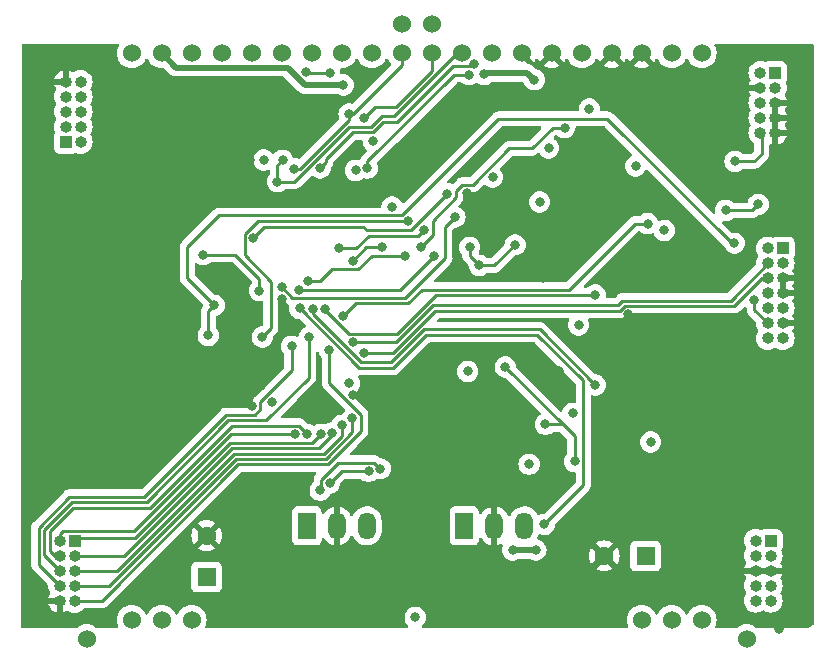
<source format=gbr>
%TF.GenerationSoftware,KiCad,Pcbnew,7.0.10*%
%TF.CreationDate,2025-06-08T09:47:40+02:00*%
%TF.ProjectId,DIC,4449432e-6b69-4636-9164-5f7063625858,rev?*%
%TF.SameCoordinates,Original*%
%TF.FileFunction,Copper,L1,Top*%
%TF.FilePolarity,Positive*%
%FSLAX46Y46*%
G04 Gerber Fmt 4.6, Leading zero omitted, Abs format (unit mm)*
G04 Created by KiCad (PCBNEW 7.0.10) date 2025-06-08 09:47:40*
%MOMM*%
%LPD*%
G01*
G04 APERTURE LIST*
%TA.AperFunction,ComponentPad*%
%ADD10C,1.524000*%
%TD*%
%TA.AperFunction,ComponentPad*%
%ADD11R,1.600000X1.600000*%
%TD*%
%TA.AperFunction,ComponentPad*%
%ADD12C,1.600000*%
%TD*%
%TA.AperFunction,ComponentPad*%
%ADD13R,1.000000X1.000000*%
%TD*%
%TA.AperFunction,ComponentPad*%
%ADD14O,1.000000X1.000000*%
%TD*%
%TA.AperFunction,ComponentPad*%
%ADD15R,1.500000X2.300000*%
%TD*%
%TA.AperFunction,ComponentPad*%
%ADD16O,1.500000X2.300000*%
%TD*%
%TA.AperFunction,ViaPad*%
%ADD17C,0.800000*%
%TD*%
%TA.AperFunction,Conductor*%
%ADD18C,0.250000*%
%TD*%
%TA.AperFunction,Conductor*%
%ADD19C,0.500000*%
%TD*%
G04 APERTURE END LIST*
D10*
%TO.P,U6,1,NC*%
%TO.N,unconnected-(U6-NC-Pad1)*%
X21717000Y-61159000D03*
%TO.P,U6,2,NC*%
%TO.N,unconnected-(U6-NC-Pad2)*%
X24257000Y-61159000D03*
%TO.P,U6,3,NC*%
%TO.N,unconnected-(U6-NC-Pad3)*%
X26797000Y-61159000D03*
%TO.P,U6,18,NC*%
%TO.N,unconnected-(U6-NC-Pad18)*%
X64897000Y-61159000D03*
%TO.P,U6,19,NC*%
%TO.N,unconnected-(U6-NC-Pad19)*%
X67437000Y-61159000D03*
%TO.P,U6,20,NC*%
%TO.N,unconnected-(U6-NC-Pad20)*%
X69977000Y-61159000D03*
%TO.P,U6,21,VCC*%
%TO.N,+12V*%
X69977000Y-13199000D03*
%TO.P,U6,22,VCC*%
X67437000Y-13199000D03*
%TO.P,U6,23,GND*%
%TO.N,GND*%
X64897000Y-13199000D03*
%TO.P,U6,24,GND*%
X62357000Y-13199000D03*
%TO.P,U6,25,VDD*%
%TO.N,+3.3V*%
X59817000Y-13199000D03*
%TO.P,U6,26,BS0*%
%TO.N,GND*%
X57277000Y-13199000D03*
%TO.P,U6,27,BS1*%
X54737000Y-13199000D03*
%TO.P,U6,28,GND*%
X52197000Y-13199000D03*
%TO.P,U6,29,nCS*%
%TO.N,/nCS_Display*%
X49657000Y-13199000D03*
%TO.P,U6,30,nRes*%
%TO.N,/nRES_Display*%
X47117000Y-13199000D03*
%TO.P,U6,31,D/nC*%
%TO.N,/D_nC_Display*%
X44577000Y-13199000D03*
%TO.P,U6,32,D0*%
%TO.N,/SPI1_SCK_Display*%
X42037000Y-13199000D03*
%TO.P,U6,33,D1*%
%TO.N,/SPI1_MOSI_Display*%
X39497000Y-13199000D03*
%TO.P,U6,34,D2*%
%TO.N,unconnected-(U6-D2-Pad34)*%
X36957000Y-13199000D03*
%TO.P,U6,35,GND*%
%TO.N,GND*%
X34417000Y-13199000D03*
%TO.P,U6,36,IREF*%
%TO.N,Net-(U6-IREF)*%
X31877000Y-13199000D03*
%TO.P,U6,37,VCOMH*%
%TO.N,Net-(C20-Pad2)*%
X29337000Y-13199000D03*
%TO.P,U6,38,VCOMH*%
X26797000Y-13199000D03*
%TO.P,U6,39,VCC*%
%TO.N,+12V*%
X24257000Y-13199000D03*
%TO.P,U6,40,VCC*%
X21717000Y-13199000D03*
%TD*%
%TO.P,U4,1,I2C_Data*%
%TO.N,/SPI2_MOSI_RGBLED*%
X44577000Y-10733000D03*
%TO.P,U4,2,I2C_CLK*%
%TO.N,/SPI2_SCK_RGBLED*%
X47117000Y-10733000D03*
%TO.P,U4,3,5V*%
%TO.N,+5V*%
X17907000Y-62803000D03*
%TO.P,U4,4,GND*%
%TO.N,GND*%
X73787000Y-62803000D03*
%TD*%
D11*
%TO.P,C21,1*%
%TO.N,+3.3V*%
X28067000Y-57531000D03*
D12*
%TO.P,C21,2*%
%TO.N,GND*%
X28067000Y-54031000D03*
%TD*%
D13*
%TO.P,JTAG1,1,Pin_1*%
%TO.N,unconnected-(JTAG1-Pin_1-Pad1)*%
X76835000Y-29718000D03*
D14*
%TO.P,JTAG1,2,Pin_2*%
%TO.N,unconnected-(JTAG1-Pin_2-Pad2)*%
X75565000Y-29718000D03*
%TO.P,JTAG1,3,Pin_3*%
%TO.N,+3.3V*%
X76835000Y-30988000D03*
%TO.P,JTAG1,4,Pin_4*%
%TO.N,JTMS{slash}SWDIO*%
X75565000Y-30988000D03*
%TO.P,JTAG1,5,Pin_5*%
%TO.N,GND*%
X76835000Y-32258000D03*
%TO.P,JTAG1,6,Pin_6*%
%TO.N,JCLK{slash}SWCLK*%
X75565000Y-32258000D03*
%TO.P,JTAG1,7,Pin_7*%
%TO.N,GND*%
X76835000Y-33528000D03*
%TO.P,JTAG1,8,Pin_8*%
%TO.N,JTDO{slash}SWO*%
X75565000Y-33528000D03*
%TO.P,JTAG1,9,Pin_9*%
%TO.N,unconnected-(JTAG1-Pin_9-Pad9)*%
X76835000Y-34798000D03*
%TO.P,JTAG1,10,Pin_10*%
%TO.N,JTDI{slash}NC*%
X75565000Y-34798000D03*
%TO.P,JTAG1,11,Pin_11*%
%TO.N,GND*%
X76835000Y-36068000D03*
%TO.P,JTAG1,12,Pin_12*%
%TO.N,Reset*%
X75565000Y-36068000D03*
%TO.P,JTAG1,13,Pin_13*%
%TO.N,T_VCP_RX*%
X76835000Y-37338000D03*
%TO.P,JTAG1,14,Pin_14*%
%TO.N,T_VCP_TX*%
X75565000Y-37338000D03*
%TD*%
D13*
%TO.P,J3,1,Pin_1*%
%TO.N,+BATT*%
X75819000Y-54473000D03*
D14*
%TO.P,J3,2,Pin_2*%
X74549000Y-54473000D03*
%TO.P,J3,3,Pin_3*%
%TO.N,+12V*%
X75819000Y-55743000D03*
%TO.P,J3,4,Pin_4*%
X74549000Y-55743000D03*
%TO.P,J3,5,Pin_5*%
%TO.N,GND*%
X75819000Y-57013000D03*
%TO.P,J3,6,Pin_6*%
X74549000Y-57013000D03*
%TO.P,J3,7,Pin_7*%
%TO.N,+3.3V*%
X75819000Y-58283000D03*
%TO.P,J3,8,Pin_8*%
X74549000Y-58283000D03*
%TO.P,J3,9,Pin_9*%
%TO.N,+5V*%
X75819000Y-59553000D03*
%TO.P,J3,10,Pin_10*%
X74549000Y-59553000D03*
%TD*%
D13*
%TO.P,J5,1,Pin_1*%
%TO.N,GPIO5_5VOut*%
X16891000Y-54483000D03*
D14*
%TO.P,J5,2,Pin_2*%
%TO.N,GPIO4_12VOut*%
X15621000Y-54483000D03*
%TO.P,J5,3,Pin_3*%
%TO.N,GPIO6_12VOut*%
X16891000Y-55753000D03*
%TO.P,J5,4,Pin_4*%
%TO.N,GPIO4_5VOut*%
X15621000Y-55753000D03*
%TO.P,J5,5,Pin_5*%
%TO.N,GPIO6_5VOut*%
X16891000Y-57023000D03*
%TO.P,J5,6,Pin_6*%
%TO.N,GPIO5_12VOut*%
X15621000Y-57023000D03*
%TO.P,J5,7,Pin_7*%
%TO.N,GPIO6_In*%
X16891000Y-58293000D03*
%TO.P,J5,8,Pin_8*%
%TO.N,GPIO4_In*%
X15621000Y-58293000D03*
%TO.P,J5,9,Pin_9*%
%TO.N,GPIO5_In*%
X16891000Y-59563000D03*
%TO.P,J5,10,Pin_10*%
%TO.N,GND*%
X15621000Y-59563000D03*
%TD*%
D15*
%TO.P,U1,1,IN*%
%TO.N,+BATT*%
X49877000Y-53213000D03*
D16*
%TO.P,U1,2,GND*%
%TO.N,GND*%
X52417000Y-53213000D03*
%TO.P,U1,3,OUT*%
%TO.N,+5V*%
X54957000Y-53213000D03*
%TD*%
D15*
%TO.P,U5,1,IN*%
%TO.N,+BATT*%
X36542000Y-53213000D03*
D16*
%TO.P,U5,2,GND*%
%TO.N,GND*%
X39082000Y-53213000D03*
%TO.P,U5,3,OUT*%
%TO.N,+3.3V*%
X41622000Y-53213000D03*
%TD*%
D13*
%TO.P,J4,1,Pin_1*%
%TO.N,GPIO2_In*%
X16129000Y-20701000D03*
D14*
%TO.P,J4,2,Pin_2*%
%TO.N,GPIO2_5VOut*%
X17399000Y-20701000D03*
%TO.P,J4,3,Pin_3*%
%TO.N,GPIO3_12VOut*%
X16129000Y-19431000D03*
%TO.P,J4,4,Pin_4*%
%TO.N,GPIO2_12VOut*%
X17399000Y-19431000D03*
%TO.P,J4,5,Pin_5*%
%TO.N,GPIO3_5VOut*%
X16129000Y-18161000D03*
%TO.P,J4,6,Pin_6*%
%TO.N,GPIO1_In*%
X17399000Y-18161000D03*
%TO.P,J4,7,Pin_7*%
%TO.N,GPIO3_In*%
X16129000Y-16891000D03*
%TO.P,J4,8,Pin_8*%
%TO.N,GPIO1_5VOut*%
X17399000Y-16891000D03*
%TO.P,J4,9,Pin_9*%
%TO.N,GND*%
X16129000Y-15621000D03*
%TO.P,J4,10,Pin_10*%
%TO.N,GPIO1_12VOut*%
X17399000Y-15621000D03*
%TD*%
D13*
%TO.P,J2,1,Pin_1*%
%TO.N,CAN1_N*%
X76200000Y-14859000D03*
D14*
%TO.P,J2,2,Pin_2*%
%TO.N,CAN1_P*%
X74930000Y-14859000D03*
%TO.P,J2,3,Pin_3*%
%TO.N,Analog0_In*%
X76200000Y-16129000D03*
%TO.P,J2,4,Pin_4*%
%TO.N,GND*%
X74930000Y-16129000D03*
%TO.P,J2,5,Pin_5*%
X76200000Y-17399000D03*
%TO.P,J2,6,Pin_6*%
%TO.N,Analog1_In*%
X74930000Y-17399000D03*
%TO.P,J2,7,Pin_7*%
%TO.N,GND*%
X76200000Y-18669000D03*
%TO.P,J2,8,Pin_8*%
%TO.N,Analog2_In*%
X74930000Y-18669000D03*
%TO.P,J2,9,Pin_9*%
%TO.N,GND*%
X76200000Y-19939000D03*
%TO.P,J2,10,Pin_10*%
%TO.N,Analog3_In*%
X74930000Y-19939000D03*
%TD*%
D11*
%TO.P,C13,1*%
%TO.N,+BATT*%
X65222000Y-55753000D03*
D12*
%TO.P,C13,2*%
%TO.N,GND*%
X61722000Y-55753000D03*
%TD*%
D17*
%TO.N,GND*%
X68707000Y-45339000D03*
X50136531Y-25051000D03*
X68072000Y-17526000D03*
X78232000Y-46736000D03*
X50800000Y-57023000D03*
X34163000Y-15621000D03*
X56500000Y-32250000D03*
X63881000Y-40005000D03*
X25072000Y-32500000D03*
X25527000Y-54864000D03*
X76536232Y-61980268D03*
X61849000Y-53340000D03*
X18288000Y-29591000D03*
X52023000Y-21250000D03*
X30480000Y-19431000D03*
X35052000Y-59846000D03*
X67552250Y-21070250D03*
X59182000Y-31115000D03*
X16256000Y-26797000D03*
X63754000Y-35306000D03*
X29210000Y-51816000D03*
X22606000Y-58166000D03*
X61341000Y-28321000D03*
X38862000Y-57150000D03*
X24257000Y-56388000D03*
X72898000Y-49657000D03*
X72517000Y-14224000D03*
X25146000Y-28956000D03*
X25019000Y-26035000D03*
X20320000Y-49276000D03*
X31877000Y-43053000D03*
X22352000Y-48895000D03*
X28067000Y-21463000D03*
X58801000Y-56896000D03*
X40458804Y-42091194D03*
X24003000Y-47244000D03*
X57150000Y-49530000D03*
X14478000Y-24638000D03*
X76962000Y-52197000D03*
X29464000Y-24765000D03*
X54229000Y-60452000D03*
X76962000Y-28067000D03*
X67056000Y-37465000D03*
X31750000Y-22225000D03*
X36250000Y-17750000D03*
X33274000Y-56388000D03*
X25908000Y-17399000D03*
X52070000Y-39751000D03*
X66167000Y-50165000D03*
X75311000Y-24765000D03*
X49911000Y-16764000D03*
X59309000Y-25781000D03*
X57926747Y-40117253D03*
X46228000Y-57023000D03*
X39633500Y-25146000D03*
X69469000Y-41783000D03*
X61595000Y-39116000D03*
X51435000Y-27686000D03*
X68580000Y-32131000D03*
X49403000Y-31115000D03*
X34407000Y-34019760D03*
X32639000Y-41402000D03*
X51308000Y-17780000D03*
X28956000Y-39116000D03*
X66802000Y-58293000D03*
X30226000Y-50800000D03*
X61214000Y-47625000D03*
X25146000Y-46101000D03*
X67970400Y-54254400D03*
X46482000Y-21525000D03*
X36576000Y-43180000D03*
X71374000Y-37211000D03*
X59055000Y-54102000D03*
X73025000Y-16637000D03*
%TO.N,+3.3V*%
X57023000Y-21209000D03*
X42164000Y-20636000D03*
X40665497Y-23114000D03*
X51149551Y-31161078D03*
X40144616Y-41142777D03*
X65659000Y-46101000D03*
X32893000Y-22225000D03*
X59563000Y-36195000D03*
X60452000Y-17907000D03*
X54176428Y-29416264D03*
X50335000Y-29613627D03*
X52265153Y-23690153D03*
X45720000Y-60960000D03*
X33580000Y-42750500D03*
X66802000Y-28194000D03*
%TO.N,+BATT*%
X55932000Y-55245000D03*
X53982000Y-55245000D03*
%TO.N,+5V*%
X64389000Y-22733000D03*
X59055000Y-43688000D03*
X50165000Y-40132000D03*
X43746847Y-26199000D03*
X55361250Y-47995250D03*
X56261000Y-25781000D03*
%TO.N,Analog0_In*%
X74756000Y-26000000D03*
X72000000Y-26500000D03*
%TO.N,JCLK{slash}SWCLK*%
X41384467Y-38579766D03*
%TO.N,JTMS{slash}SWDIO*%
X40485915Y-37681213D03*
%TO.N,Reset*%
X72738082Y-29273082D03*
X28702000Y-34544000D03*
X28194000Y-37084000D03*
X74417347Y-34068000D03*
%TO.N,Analog3_In*%
X72808000Y-22355667D03*
%TO.N,+12V*%
X39624000Y-15875000D03*
X55793347Y-15438161D03*
X51562000Y-14986000D03*
%TO.N,ADC1*%
X35909186Y-33199174D03*
X47281000Y-30381413D03*
%TO.N,ADC2*%
X36615695Y-32491466D03*
X44843547Y-30351154D03*
%TO.N,ADC3*%
X32004000Y-28829000D03*
X48450500Y-25082500D03*
%TO.N,ADC0*%
X49082251Y-27058798D03*
X34417000Y-33020000D03*
%TO.N,/CAN_TX*%
X40426000Y-30771000D03*
X42924502Y-29601803D03*
%TO.N,GPIO3_In*%
X42746539Y-48370500D03*
X37677721Y-50195607D03*
%TO.N,GPIO3_5VOut*%
X41770172Y-48586632D03*
X38481000Y-49600000D03*
%TO.N,GPIO4_In*%
X35250000Y-38000000D03*
%TO.N,GPIO4_5VOut*%
X36559782Y-45450000D03*
%TO.N,GPIO4_12VOut*%
X35560000Y-45450000D03*
%TO.N,GPIO5_12VOut*%
X36750000Y-37250000D03*
%TO.N,GPIO5_5VOut*%
X37719000Y-45450000D03*
%TO.N,GPIO5_In*%
X38440918Y-38309082D03*
%TO.N,GPIO6_12VOut*%
X38711298Y-45326102D03*
%TO.N,GPIO6_5VOut*%
X39497000Y-44704000D03*
%TO.N,GPIO6_In*%
X40402885Y-44085885D03*
%TO.N,ADC1_NTC_CTRL*%
X60960000Y-41275000D03*
X37088653Y-34835000D03*
%TO.N,ADC0_NTC_CTRL*%
X60960000Y-33655000D03*
X38113168Y-34835791D03*
%TO.N,ADC1_CTRL*%
X46478089Y-28157000D03*
X39254399Y-29706601D03*
%TO.N,ADC2_NTC_CTRL*%
X35941000Y-34798000D03*
X56642000Y-53086000D03*
%TO.N,ADC2_CTRL*%
X56750000Y-44613250D03*
X53340000Y-39751000D03*
X59219000Y-47752000D03*
%TO.N,ADC0_CTRL*%
X45080347Y-27427347D03*
X32766000Y-37211000D03*
%TO.N,ADC3_NTC_CTRL*%
X65405720Y-27618280D03*
X39633306Y-35433000D03*
%TO.N,/SPI2_MOSI_RGBLED*%
X27750000Y-30250000D03*
X32523849Y-33285012D03*
X50267269Y-15010731D03*
X41655000Y-22936000D03*
%TO.N,/nCS_Display*%
X34500000Y-22250000D03*
X34055718Y-24066249D03*
%TO.N,/SPI1_SCK_Display*%
X38481000Y-14859000D03*
X36503195Y-14786195D03*
%TO.N,/D_nC_Display*%
X35500633Y-22963000D03*
X40124588Y-18335000D03*
%TO.N,/nRES_Display*%
X41402000Y-18669000D03*
%TO.N,/SPI2_SCK_RGBLED*%
X50678465Y-14099182D03*
X37663210Y-22913210D03*
%TO.N,ADC3_CTRL*%
X46179376Y-29607000D03*
X58371000Y-19485192D03*
%TD*%
D18*
%TO.N,+3.3V*%
X50335000Y-29613627D02*
X50335000Y-30346527D01*
X54176428Y-29416264D02*
X52431614Y-31161078D01*
X52431614Y-31161078D02*
X51149551Y-31161078D01*
X50335000Y-30346527D02*
X51149551Y-31161078D01*
D19*
%TO.N,+BATT*%
X53982000Y-55245000D02*
X55932000Y-55245000D01*
D18*
%TO.N,Analog0_In*%
X74256000Y-26500000D02*
X72000000Y-26500000D01*
X74756000Y-26000000D02*
X74256000Y-26500000D01*
%TO.N,JCLK{slash}SWCLK*%
X72734000Y-34581000D02*
X75057000Y-32258000D01*
X41384467Y-38579766D02*
X43843234Y-38579766D01*
X47429000Y-34994000D02*
X63040695Y-34994000D01*
X43843234Y-38579766D02*
X47429000Y-34994000D01*
X75057000Y-32258000D02*
X75565000Y-32258000D01*
X63453695Y-34581000D02*
X72734000Y-34581000D01*
X63040695Y-34994000D02*
X63453695Y-34581000D01*
%TO.N,JTMS{slash}SWDIO*%
X47242604Y-34544000D02*
X62854299Y-34544000D01*
X44105391Y-37681213D02*
X47242604Y-34544000D01*
X63267299Y-34131000D02*
X72422000Y-34131000D01*
X40485915Y-37681213D02*
X44105391Y-37681213D01*
X62854299Y-34544000D02*
X63267299Y-34131000D01*
X72422000Y-34131000D02*
X75565000Y-30988000D01*
%TO.N,Reset*%
X29083000Y-26924000D02*
X26416000Y-29591000D01*
X44572531Y-26924000D02*
X29083000Y-26924000D01*
X26416000Y-29591000D02*
X26416000Y-32258000D01*
X72523082Y-29273082D02*
X62000000Y-18750000D01*
X74417347Y-34068000D02*
X74417347Y-34920347D01*
X74417347Y-34920347D02*
X75565000Y-36068000D01*
X62000000Y-18750000D02*
X52746531Y-18750000D01*
X28194000Y-35052000D02*
X28194000Y-37084000D01*
X72738082Y-29273082D02*
X72523082Y-29273082D01*
X52746531Y-18750000D02*
X44572531Y-26924000D01*
X26416000Y-32258000D02*
X28702000Y-34544000D01*
X28702000Y-34544000D02*
X28194000Y-35052000D01*
%TO.N,Analog3_In*%
X74418333Y-22355667D02*
X72808000Y-22355667D01*
X75057000Y-21717000D02*
X74418333Y-22355667D01*
X74940000Y-19929000D02*
X75057000Y-20046000D01*
X75057000Y-20046000D02*
X75057000Y-21717000D01*
D19*
%TO.N,+12V*%
X39624000Y-15875000D02*
X36389918Y-15875000D01*
X25469000Y-14411000D02*
X24257000Y-13199000D01*
X34925918Y-14411000D02*
X25469000Y-14411000D01*
X55793347Y-15438161D02*
X55214186Y-14859000D01*
X36389918Y-15875000D02*
X34925918Y-14411000D01*
X51689000Y-14859000D02*
X51562000Y-14986000D01*
X55214186Y-14859000D02*
X51689000Y-14859000D01*
D18*
%TO.N,ADC1*%
X35926478Y-33216466D02*
X35909186Y-33199174D01*
X44445947Y-33216466D02*
X35926478Y-33216466D01*
X47281000Y-30381413D02*
X44445947Y-33216466D01*
%TO.N,ADC2*%
X36633727Y-32509498D02*
X36615695Y-32491466D01*
X40894000Y-31496000D02*
X38636748Y-31496000D01*
X38636748Y-31496000D02*
X37623250Y-32509498D01*
X37623250Y-32509498D02*
X36633727Y-32509498D01*
X44843547Y-30351154D02*
X42038846Y-30351154D01*
X42038846Y-30351154D02*
X40894000Y-31496000D01*
%TO.N,ADC3*%
X32955653Y-27877347D02*
X41282665Y-27877347D01*
X41282665Y-27877347D02*
X41599318Y-28194000D01*
X41599318Y-28194000D02*
X45339000Y-28194000D01*
X32004000Y-28829000D02*
X32955653Y-27877347D01*
X45339000Y-28194000D02*
X48450500Y-25082500D01*
%TO.N,ADC0*%
X44872652Y-33924174D02*
X35321174Y-33924174D01*
X48250000Y-27891049D02*
X48250000Y-30546826D01*
X35321174Y-33924174D02*
X34417000Y-33020000D01*
X49082251Y-27058798D02*
X48250000Y-27891049D01*
X48250000Y-30546826D02*
X44872652Y-33924174D01*
%TO.N,/CAN_TX*%
X41595197Y-29601803D02*
X42924502Y-29601803D01*
X40426000Y-30771000D02*
X41595197Y-29601803D01*
%TO.N,GPIO3_In*%
X42237671Y-47861632D02*
X42746539Y-48370500D01*
X37677721Y-50195607D02*
X37756000Y-50117328D01*
X39194063Y-47861632D02*
X42237671Y-47861632D01*
X37756000Y-49299695D02*
X39194063Y-47861632D01*
X37756000Y-50117328D02*
X37756000Y-49299695D01*
%TO.N,GPIO3_5VOut*%
X41770172Y-48586632D02*
X39494368Y-48586632D01*
X39494368Y-48586632D02*
X38481000Y-49600000D01*
%TO.N,GPIO4_In*%
X32602000Y-42703195D02*
X32602000Y-43353305D01*
X13832000Y-53349208D02*
X13832000Y-56504000D01*
X35250000Y-38000000D02*
X35250000Y-40055195D01*
X16450208Y-50731000D02*
X13832000Y-53349208D01*
X32130305Y-43825000D02*
X29706604Y-43825000D01*
X29706604Y-43825000D02*
X22800604Y-50731000D01*
X32602000Y-43353305D02*
X32130305Y-43825000D01*
X22800604Y-50731000D02*
X16450208Y-50731000D01*
X13832000Y-56504000D02*
X15621000Y-58293000D01*
X35250000Y-40055195D02*
X32602000Y-42703195D01*
%TO.N,GPIO4_5VOut*%
X15241000Y-55753000D02*
X15621000Y-55753000D01*
X23232624Y-51689000D02*
X16765000Y-51689000D01*
X16765000Y-51689000D02*
X14796000Y-53658000D01*
X30196624Y-44725000D02*
X23232624Y-51689000D01*
X14796000Y-55308000D02*
X15241000Y-55753000D01*
X36559782Y-45424477D02*
X35860305Y-44725000D01*
X36559782Y-45450000D02*
X36559782Y-45424477D01*
X14796000Y-53658000D02*
X14796000Y-55308000D01*
X35860305Y-44725000D02*
X30196624Y-44725000D01*
%TO.N,GPIO4_12VOut*%
X35560000Y-45450000D02*
X30108020Y-45450000D01*
X30108020Y-45450000D02*
X21900020Y-53658000D01*
X15621000Y-53924200D02*
X15621000Y-54483000D01*
X21900020Y-53658000D02*
X15887200Y-53658000D01*
X15887200Y-53658000D02*
X15621000Y-53924200D01*
%TO.N,GPIO5_12VOut*%
X22987000Y-51181000D02*
X16636604Y-51181000D01*
X14282000Y-55684000D02*
X15621000Y-57023000D01*
X29893000Y-44275000D02*
X22987000Y-51181000D01*
X36750000Y-37250000D02*
X36703000Y-37297000D01*
X33080805Y-44275000D02*
X29893000Y-44275000D01*
X16636604Y-51181000D02*
X14282000Y-53535604D01*
X14282000Y-53535604D02*
X14282000Y-55684000D01*
X36703000Y-37297000D02*
X36703000Y-40652805D01*
X36703000Y-40652805D02*
X33080805Y-44275000D01*
%TO.N,GPIO5_5VOut*%
X36994000Y-46175000D02*
X30019416Y-46175000D01*
X17145000Y-54229000D02*
X16891000Y-54483000D01*
X21965416Y-54229000D02*
X17145000Y-54229000D01*
X30019416Y-46175000D02*
X21965416Y-54229000D01*
X37719000Y-45450000D02*
X36994000Y-46175000D01*
%TO.N,GPIO5_In*%
X38329497Y-48006000D02*
X30734000Y-48006000D01*
X38440918Y-38309082D02*
X38440918Y-41098613D01*
X41127885Y-43785580D02*
X41127885Y-45207612D01*
X38440918Y-41098613D02*
X41127885Y-43785580D01*
X41127885Y-45207612D02*
X38329497Y-48006000D01*
X30734000Y-48006000D02*
X19177000Y-59563000D01*
X19177000Y-59563000D02*
X16891000Y-59563000D01*
%TO.N,GPIO6_12VOut*%
X38711298Y-45483007D02*
X38711298Y-45326102D01*
X30205812Y-46625000D02*
X37569305Y-46625000D01*
X27556906Y-49273906D02*
X30205812Y-46625000D01*
X21077812Y-55753000D02*
X16891000Y-55753000D01*
X37569305Y-46625000D02*
X38711298Y-45483007D01*
X27556906Y-49273906D02*
X21077812Y-55753000D01*
%TO.N,GPIO6_5VOut*%
X30361208Y-47106000D02*
X26732104Y-50735104D01*
X37956705Y-47106000D02*
X30361208Y-47106000D01*
X39497000Y-45565705D02*
X37956705Y-47106000D01*
X39497000Y-44704000D02*
X39497000Y-45565705D01*
X20444208Y-57023000D02*
X16891000Y-57023000D01*
X26732104Y-50735104D02*
X20444208Y-57023000D01*
%TO.N,GPIO6_In*%
X30547604Y-47556000D02*
X19810604Y-58293000D01*
X38143101Y-47556000D02*
X30547604Y-47556000D01*
X40402885Y-45296216D02*
X38143101Y-47556000D01*
X19810604Y-58293000D02*
X16891000Y-58293000D01*
X40402885Y-44085885D02*
X40402885Y-45296216D01*
%TO.N,ADC1_NTC_CTRL*%
X37088653Y-35309257D02*
X41149396Y-39370000D01*
X41149396Y-39370000D02*
X43689396Y-39370000D01*
X43689396Y-39370000D02*
X46483396Y-36576000D01*
X46483396Y-36576000D02*
X56261000Y-36576000D01*
X56261000Y-36576000D02*
X60960000Y-41275000D01*
X37088653Y-34835000D02*
X37088653Y-35309257D01*
%TO.N,ADC0_NTC_CTRL*%
X40132000Y-36957000D02*
X38113168Y-34938168D01*
X38113168Y-34938168D02*
X38113168Y-34835791D01*
X44193208Y-36957000D02*
X40132000Y-36957000D01*
X60960000Y-33655000D02*
X47495208Y-33655000D01*
X47495208Y-33655000D02*
X44193208Y-36957000D01*
%TO.N,ADC1_CTRL*%
X46478089Y-28157000D02*
X45991089Y-28644000D01*
X41785714Y-28644000D02*
X40723113Y-29706601D01*
X40723113Y-29706601D02*
X39254399Y-29706601D01*
X45991089Y-28644000D02*
X41785714Y-28644000D01*
%TO.N,ADC2_NTC_CTRL*%
X59944000Y-49784000D02*
X56642000Y-53086000D01*
X59944000Y-40895396D02*
X59944000Y-49784000D01*
X43875792Y-39820000D02*
X46669792Y-37026000D01*
X40963000Y-39820000D02*
X43875792Y-39820000D01*
X35941000Y-34798000D02*
X40963000Y-39820000D01*
X56074604Y-37026000D02*
X59944000Y-40895396D01*
X46669792Y-37026000D02*
X56074604Y-37026000D01*
%TO.N,ADC2_CTRL*%
X56750000Y-44613250D02*
X58202250Y-44613250D01*
X58294500Y-44705500D02*
X59219000Y-45630000D01*
X59219000Y-45630000D02*
X59219000Y-47752000D01*
X53340000Y-39751000D02*
X58294500Y-44705500D01*
X58202250Y-44613250D02*
X58294500Y-44705500D01*
%TO.N,ADC0_CTRL*%
X33500000Y-32527695D02*
X31279000Y-30306695D01*
X32380348Y-27427347D02*
X45080347Y-27427347D01*
X31279000Y-28528695D02*
X32380348Y-27427347D01*
X31279000Y-30306695D02*
X31279000Y-28528695D01*
X32766000Y-37211000D02*
X33500000Y-36477000D01*
X33500000Y-36477000D02*
X33500000Y-32527695D01*
%TO.N,ADC3_NTC_CTRL*%
X58743000Y-33205000D02*
X46298396Y-33205000D01*
X40692132Y-34374174D02*
X39633306Y-35433000D01*
X64329720Y-27618280D02*
X58743000Y-33205000D01*
X65405720Y-27618280D02*
X64329720Y-27618280D01*
X45129222Y-34374174D02*
X40692132Y-34374174D01*
X46298396Y-33205000D02*
X45129222Y-34374174D01*
%TO.N,/SPI2_MOSI_RGBLED*%
X30500000Y-30250000D02*
X27750000Y-30250000D01*
X32523849Y-33285012D02*
X32523849Y-32273849D01*
X41655000Y-22353000D02*
X48997269Y-15010731D01*
X48997269Y-15010731D02*
X50267269Y-15010731D01*
X41655000Y-22936000D02*
X41655000Y-22353000D01*
X32523849Y-32273849D02*
X30500000Y-30250000D01*
%TO.N,/nCS_Display*%
X42885913Y-18542000D02*
X43942000Y-18542000D01*
X34055718Y-24066249D02*
X34055718Y-22694282D01*
X41996913Y-19431000D02*
X42885913Y-18542000D01*
X43942000Y-18542000D02*
X49285000Y-13199000D01*
X49285000Y-13199000D02*
X49657000Y-13199000D01*
X35499543Y-24066249D02*
X40134792Y-19431000D01*
X34055718Y-22694282D02*
X34500000Y-22250000D01*
X40134792Y-19431000D02*
X41996913Y-19431000D01*
X34055718Y-24066249D02*
X35499543Y-24066249D01*
%TO.N,/SPI1_SCK_Display*%
X36503195Y-14786195D02*
X36576000Y-14859000D01*
X36576000Y-14859000D02*
X38481000Y-14859000D01*
%TO.N,/D_nC_Display*%
X40415000Y-18335000D02*
X44577000Y-14173000D01*
X40124588Y-18335000D02*
X40415000Y-18335000D01*
X40124588Y-18335000D02*
X40124588Y-18804808D01*
X40124588Y-18804808D02*
X35966396Y-22963000D01*
X44577000Y-14173000D02*
X44577000Y-13199000D01*
X35966396Y-22963000D02*
X35500633Y-22963000D01*
%TO.N,/nRES_Display*%
X44104604Y-17743000D02*
X47117000Y-14730604D01*
X41402000Y-18669000D02*
X42328000Y-17743000D01*
X42328000Y-17743000D02*
X44104604Y-17743000D01*
X47117000Y-14730604D02*
X47117000Y-13199000D01*
%TO.N,/SPI2_SCK_RGBLED*%
X37663210Y-22913210D02*
X38137000Y-22439420D01*
X43014309Y-19050000D02*
X44196000Y-19050000D01*
X44196000Y-19050000D02*
X48960000Y-14286000D01*
X42183309Y-19881000D02*
X43014309Y-19050000D01*
X38137000Y-22439420D02*
X38137000Y-22188000D01*
X40444000Y-19881000D02*
X42183309Y-19881000D01*
X38137000Y-22188000D02*
X40444000Y-19881000D01*
X48960000Y-14286000D02*
X50491647Y-14286000D01*
X50491647Y-14286000D02*
X50678465Y-14099182D01*
%TO.N,ADC3_CTRL*%
X55585000Y-21250000D02*
X53680000Y-21250000D01*
X49715000Y-24326000D02*
X49175500Y-24865500D01*
X47202347Y-28584029D02*
X46179376Y-29607000D01*
X58371000Y-19485192D02*
X57349808Y-19485192D01*
X53680000Y-21250000D02*
X50604000Y-24326000D01*
X50604000Y-24326000D02*
X49715000Y-24326000D01*
X47202347Y-27355958D02*
X47202347Y-28584029D01*
X49175500Y-24865500D02*
X49175500Y-25382805D01*
X57349808Y-19485192D02*
X55585000Y-21250000D01*
X49175500Y-25382805D02*
X47202347Y-27355958D01*
%TD*%
%TA.AperFunction,Conductor*%
%TO.N,GND*%
G36*
X37533703Y-38488683D02*
G01*
X37570431Y-38544078D01*
X37613736Y-38677360D01*
X37613739Y-38677366D01*
X37708385Y-38841298D01*
X37716671Y-38850500D01*
X37783568Y-38924797D01*
X37813798Y-38987788D01*
X37815418Y-39007769D01*
X37815418Y-41015868D01*
X37813693Y-41031485D01*
X37813979Y-41031512D01*
X37813244Y-41039278D01*
X37815357Y-41106485D01*
X37815418Y-41110380D01*
X37815418Y-41137970D01*
X37815921Y-41141948D01*
X37816836Y-41153580D01*
X37818208Y-41197237D01*
X37818209Y-41197240D01*
X37823798Y-41216480D01*
X37827742Y-41235524D01*
X37830254Y-41255405D01*
X37846332Y-41296016D01*
X37850115Y-41307065D01*
X37862299Y-41349001D01*
X37872498Y-41366247D01*
X37881056Y-41383716D01*
X37888432Y-41402345D01*
X37914099Y-41437673D01*
X37920511Y-41447434D01*
X37942746Y-41485030D01*
X37942751Y-41485037D01*
X37956908Y-41499193D01*
X37969546Y-41513989D01*
X37981323Y-41530199D01*
X37981324Y-41530200D01*
X38014975Y-41558038D01*
X38023616Y-41565901D01*
X39748724Y-43291010D01*
X39782209Y-43352333D01*
X39777225Y-43422025D01*
X39753194Y-43461662D01*
X39670350Y-43553670D01*
X39575708Y-43717594D01*
X39575706Y-43717601D01*
X39575637Y-43717812D01*
X39575563Y-43717920D01*
X39573065Y-43723533D01*
X39572038Y-43723076D01*
X39536205Y-43775488D01*
X39471849Y-43802691D01*
X39457705Y-43803500D01*
X39402354Y-43803500D01*
X39369897Y-43810398D01*
X39217197Y-43842855D01*
X39217192Y-43842857D01*
X39044270Y-43919848D01*
X39044265Y-43919851D01*
X38891129Y-44031111D01*
X38764466Y-44171785D01*
X38669821Y-44335715D01*
X38669817Y-44335723D01*
X38664514Y-44352046D01*
X38625075Y-44409721D01*
X38572365Y-44435015D01*
X38431495Y-44464957D01*
X38431490Y-44464959D01*
X38258569Y-44541950D01*
X38177756Y-44600664D01*
X38111949Y-44624143D01*
X38054436Y-44613625D01*
X37998804Y-44588856D01*
X37998802Y-44588855D01*
X37853001Y-44557865D01*
X37813646Y-44549500D01*
X37624354Y-44549500D01*
X37591897Y-44556398D01*
X37439197Y-44588855D01*
X37439192Y-44588857D01*
X37266270Y-44665848D01*
X37266265Y-44665851D01*
X37212276Y-44705077D01*
X37146470Y-44728557D01*
X37078416Y-44712731D01*
X37066506Y-44705077D01*
X37012516Y-44665851D01*
X37012511Y-44665848D01*
X36839589Y-44588857D01*
X36839584Y-44588855D01*
X36693783Y-44557865D01*
X36654428Y-44549500D01*
X36654427Y-44549500D01*
X36620758Y-44549500D01*
X36553719Y-44529815D01*
X36533077Y-44513181D01*
X36361108Y-44341212D01*
X36351285Y-44328950D01*
X36351064Y-44329134D01*
X36346091Y-44323122D01*
X36297081Y-44277099D01*
X36294282Y-44274386D01*
X36274782Y-44254885D01*
X36274776Y-44254880D01*
X36271591Y-44252409D01*
X36262739Y-44244848D01*
X36230887Y-44214938D01*
X36230885Y-44214936D01*
X36230882Y-44214935D01*
X36213334Y-44205288D01*
X36197068Y-44194604D01*
X36181237Y-44182324D01*
X36141154Y-44164978D01*
X36130668Y-44159841D01*
X36092399Y-44138803D01*
X36092397Y-44138802D01*
X36072998Y-44133822D01*
X36054586Y-44127518D01*
X36036203Y-44119562D01*
X36036197Y-44119560D01*
X35993065Y-44112729D01*
X35981627Y-44110361D01*
X35939325Y-44099500D01*
X35939324Y-44099500D01*
X35919289Y-44099500D01*
X35899891Y-44097973D01*
X35892467Y-44096797D01*
X35880110Y-44094840D01*
X35880109Y-44094840D01*
X35836630Y-44098950D01*
X35824961Y-44099500D01*
X34440257Y-44099500D01*
X34373218Y-44079815D01*
X34327463Y-44027011D01*
X34317519Y-43957853D01*
X34346544Y-43894297D01*
X34352576Y-43887819D01*
X35713098Y-42527297D01*
X37086788Y-41153606D01*
X37099042Y-41143791D01*
X37098859Y-41143569D01*
X37104868Y-41138596D01*
X37104877Y-41138591D01*
X37150949Y-41089527D01*
X37153566Y-41086828D01*
X37173120Y-41067276D01*
X37175576Y-41064108D01*
X37183156Y-41055232D01*
X37213062Y-41023387D01*
X37222713Y-41005829D01*
X37233396Y-40989566D01*
X37245673Y-40973741D01*
X37263021Y-40933649D01*
X37268151Y-40923176D01*
X37289197Y-40884897D01*
X37294180Y-40865485D01*
X37300481Y-40847085D01*
X37308437Y-40828701D01*
X37315270Y-40785553D01*
X37317633Y-40774143D01*
X37328500Y-40731824D01*
X37328500Y-40711788D01*
X37330027Y-40692387D01*
X37333160Y-40672609D01*
X37329050Y-40629129D01*
X37328500Y-40617460D01*
X37328500Y-38582396D01*
X37348185Y-38515357D01*
X37400989Y-38469602D01*
X37470147Y-38459658D01*
X37533703Y-38488683D01*
G37*
%TD.AperFunction*%
%TA.AperFunction,Conductor*%
G36*
X56342586Y-19395185D02*
G01*
X56388341Y-19447989D01*
X56398285Y-19517147D01*
X56369260Y-19580703D01*
X56363228Y-19587181D01*
X55362228Y-20588181D01*
X55300905Y-20621666D01*
X55274547Y-20624500D01*
X53762743Y-20624500D01*
X53747122Y-20622775D01*
X53747096Y-20623061D01*
X53739334Y-20622327D01*
X53739333Y-20622327D01*
X53677109Y-20624282D01*
X53672127Y-20624439D01*
X53668232Y-20624500D01*
X53640647Y-20624500D01*
X53636661Y-20625003D01*
X53625033Y-20625918D01*
X53581373Y-20627290D01*
X53562129Y-20632881D01*
X53543079Y-20636825D01*
X53523211Y-20639334D01*
X53523210Y-20639334D01*
X53482599Y-20655413D01*
X53471554Y-20659194D01*
X53429614Y-20671379D01*
X53429610Y-20671381D01*
X53412366Y-20681579D01*
X53394905Y-20690133D01*
X53376274Y-20697510D01*
X53376262Y-20697517D01*
X53340933Y-20723185D01*
X53331173Y-20729596D01*
X53293580Y-20751829D01*
X53279414Y-20765995D01*
X53264624Y-20778627D01*
X53248414Y-20790404D01*
X53248411Y-20790407D01*
X53220573Y-20824058D01*
X53212711Y-20832697D01*
X50381228Y-23664181D01*
X50319905Y-23697666D01*
X50293547Y-23700500D01*
X49797737Y-23700500D01*
X49782120Y-23698776D01*
X49782093Y-23699062D01*
X49774331Y-23698327D01*
X49707144Y-23700439D01*
X49703250Y-23700500D01*
X49675650Y-23700500D01*
X49671962Y-23700965D01*
X49671649Y-23701005D01*
X49660031Y-23701918D01*
X49616373Y-23703290D01*
X49616372Y-23703290D01*
X49597129Y-23708881D01*
X49578079Y-23712825D01*
X49558211Y-23715334D01*
X49558210Y-23715335D01*
X49517600Y-23731413D01*
X49506553Y-23735195D01*
X49464610Y-23747381D01*
X49464609Y-23747382D01*
X49447367Y-23757579D01*
X49429899Y-23766137D01*
X49411269Y-23773513D01*
X49411266Y-23773515D01*
X49375939Y-23799181D01*
X49366180Y-23805592D01*
X49328579Y-23827830D01*
X49314408Y-23842000D01*
X49299623Y-23854628D01*
X49283412Y-23866407D01*
X49255571Y-23900059D01*
X49247711Y-23908696D01*
X48932236Y-24224171D01*
X48870913Y-24257656D01*
X48801221Y-24252672D01*
X48794131Y-24249774D01*
X48764567Y-24236611D01*
X48730302Y-24221355D01*
X48584501Y-24190365D01*
X48545146Y-24182000D01*
X48498482Y-24182000D01*
X48431443Y-24162315D01*
X48385688Y-24109511D01*
X48375744Y-24040353D01*
X48404769Y-23976797D01*
X48410801Y-23970319D01*
X50578633Y-21802488D01*
X52969302Y-19411819D01*
X53030625Y-19378334D01*
X53056983Y-19375500D01*
X56275547Y-19375500D01*
X56342586Y-19395185D01*
G37*
%TD.AperFunction*%
%TA.AperFunction,Conductor*%
G36*
X75533199Y-56847993D02*
G01*
X75494000Y-56955694D01*
X75494000Y-57070306D01*
X75533199Y-57178007D01*
X75604517Y-57263000D01*
X74763483Y-57263000D01*
X74834801Y-57178007D01*
X74874000Y-57070306D01*
X74874000Y-56955694D01*
X74834801Y-56847993D01*
X74763483Y-56763000D01*
X75604517Y-56763000D01*
X75533199Y-56847993D01*
G37*
%TD.AperFunction*%
%TA.AperFunction,Conductor*%
G36*
X20583460Y-12391893D02*
G01*
X20629241Y-12444675D01*
X20639219Y-12513828D01*
X20620979Y-12559964D01*
X20622172Y-12560653D01*
X20619465Y-12565340D01*
X20526107Y-12765548D01*
X20526104Y-12765554D01*
X20468930Y-12978929D01*
X20468929Y-12978937D01*
X20449677Y-13198997D01*
X20449677Y-13199002D01*
X20468929Y-13419062D01*
X20468930Y-13419070D01*
X20526104Y-13632445D01*
X20526105Y-13632447D01*
X20526106Y-13632450D01*
X20589262Y-13767889D01*
X20619466Y-13832662D01*
X20619468Y-13832666D01*
X20746170Y-14013615D01*
X20746175Y-14013621D01*
X20902378Y-14169824D01*
X20902384Y-14169829D01*
X21083333Y-14296531D01*
X21083335Y-14296532D01*
X21083338Y-14296534D01*
X21283550Y-14389894D01*
X21496932Y-14447070D01*
X21654123Y-14460822D01*
X21716998Y-14466323D01*
X21717000Y-14466323D01*
X21717002Y-14466323D01*
X21772017Y-14461509D01*
X21937068Y-14447070D01*
X22150450Y-14389894D01*
X22350662Y-14296534D01*
X22531620Y-14169826D01*
X22687826Y-14013620D01*
X22814534Y-13832662D01*
X22874618Y-13703811D01*
X22920790Y-13651371D01*
X22987983Y-13632219D01*
X23054865Y-13652435D01*
X23099382Y-13703811D01*
X23159464Y-13832658D01*
X23159468Y-13832666D01*
X23286170Y-14013615D01*
X23286175Y-14013621D01*
X23442378Y-14169824D01*
X23442384Y-14169829D01*
X23623333Y-14296531D01*
X23623335Y-14296532D01*
X23623338Y-14296534D01*
X23823550Y-14389894D01*
X24036932Y-14447070D01*
X24194123Y-14460822D01*
X24256998Y-14466323D01*
X24257000Y-14466323D01*
X24257001Y-14466323D01*
X24274521Y-14464790D01*
X24388784Y-14454793D01*
X24457283Y-14468559D01*
X24487272Y-14490640D01*
X24893270Y-14896638D01*
X24905051Y-14910270D01*
X24919388Y-14929528D01*
X24957337Y-14961372D01*
X24965310Y-14968679D01*
X24969217Y-14972586D01*
X24969223Y-14972591D01*
X24993537Y-14991816D01*
X24996318Y-14994080D01*
X25013152Y-15008206D01*
X25053789Y-15042305D01*
X25059818Y-15046270D01*
X25059785Y-15046319D01*
X25066147Y-15050372D01*
X25066179Y-15050321D01*
X25072319Y-15054108D01*
X25072323Y-15054111D01*
X25090826Y-15062739D01*
X25140320Y-15085819D01*
X25143566Y-15087391D01*
X25210562Y-15121038D01*
X25217357Y-15123511D01*
X25217336Y-15123567D01*
X25224457Y-15126043D01*
X25224476Y-15125986D01*
X25231319Y-15128253D01*
X25231327Y-15128257D01*
X25304895Y-15143447D01*
X25308228Y-15144186D01*
X25381279Y-15161500D01*
X25381281Y-15161500D01*
X25381285Y-15161501D01*
X25388453Y-15162339D01*
X25388446Y-15162398D01*
X25395944Y-15163164D01*
X25395950Y-15163105D01*
X25403139Y-15163734D01*
X25403143Y-15163733D01*
X25403144Y-15163734D01*
X25478130Y-15161552D01*
X25481737Y-15161500D01*
X34563688Y-15161500D01*
X34630727Y-15181185D01*
X34651369Y-15197819D01*
X35814185Y-16360634D01*
X35825966Y-16374266D01*
X35831579Y-16381805D01*
X35840308Y-16393530D01*
X35878261Y-16425376D01*
X35886237Y-16432686D01*
X35890138Y-16436588D01*
X35914461Y-16455820D01*
X35917222Y-16458069D01*
X35931663Y-16470186D01*
X35974707Y-16506305D01*
X35980736Y-16510270D01*
X35980703Y-16510319D01*
X35987061Y-16514369D01*
X35987093Y-16514319D01*
X35993235Y-16518107D01*
X35993237Y-16518108D01*
X35993241Y-16518111D01*
X36061233Y-16549816D01*
X36064478Y-16551388D01*
X36087779Y-16563090D01*
X36131485Y-16585040D01*
X36131487Y-16585040D01*
X36138279Y-16587513D01*
X36138258Y-16587570D01*
X36145373Y-16590043D01*
X36145393Y-16589986D01*
X36152241Y-16592254D01*
X36152246Y-16592257D01*
X36225770Y-16607437D01*
X36229204Y-16608199D01*
X36274481Y-16618931D01*
X36302192Y-16625499D01*
X36302193Y-16625499D01*
X36302197Y-16625500D01*
X36302201Y-16625500D01*
X36309370Y-16626338D01*
X36309362Y-16626397D01*
X36316863Y-16627164D01*
X36316869Y-16627105D01*
X36324058Y-16627734D01*
X36324062Y-16627733D01*
X36324063Y-16627734D01*
X36399049Y-16625552D01*
X36402656Y-16625500D01*
X39084663Y-16625500D01*
X39151702Y-16645185D01*
X39157548Y-16649182D01*
X39171265Y-16659148D01*
X39171270Y-16659151D01*
X39344192Y-16736142D01*
X39344197Y-16736144D01*
X39529354Y-16775500D01*
X39529355Y-16775500D01*
X39718644Y-16775500D01*
X39718646Y-16775500D01*
X39903803Y-16736144D01*
X40076730Y-16659151D01*
X40229871Y-16547888D01*
X40356533Y-16407216D01*
X40451179Y-16243284D01*
X40509674Y-16063256D01*
X40529460Y-15875000D01*
X40509674Y-15686744D01*
X40451179Y-15506716D01*
X40356533Y-15342784D01*
X40229871Y-15202112D01*
X40229870Y-15202111D01*
X40076734Y-15090851D01*
X40076729Y-15090848D01*
X39903807Y-15013857D01*
X39903802Y-15013855D01*
X39758001Y-14982865D01*
X39718646Y-14974500D01*
X39529354Y-14974500D01*
X39529349Y-14974500D01*
X39523343Y-14975131D01*
X39454614Y-14962559D01*
X39403592Y-14914825D01*
X39387066Y-14864771D01*
X39386459Y-14859002D01*
X39386460Y-14859000D01*
X39366674Y-14670744D01*
X39352388Y-14626779D01*
X39350394Y-14556939D01*
X39386474Y-14497106D01*
X39449175Y-14466278D01*
X39481125Y-14464934D01*
X39497000Y-14466323D01*
X39717068Y-14447070D01*
X39930450Y-14389894D01*
X40130662Y-14296534D01*
X40311620Y-14169826D01*
X40467826Y-14013620D01*
X40594534Y-13832662D01*
X40654618Y-13703811D01*
X40700790Y-13651371D01*
X40767983Y-13632219D01*
X40834865Y-13652435D01*
X40879382Y-13703811D01*
X40939464Y-13832658D01*
X40939468Y-13832666D01*
X41066170Y-14013615D01*
X41066175Y-14013621D01*
X41222378Y-14169824D01*
X41222384Y-14169829D01*
X41403333Y-14296531D01*
X41403335Y-14296532D01*
X41403338Y-14296534D01*
X41603550Y-14389894D01*
X41816932Y-14447070D01*
X41974123Y-14460822D01*
X42036998Y-14466323D01*
X42037000Y-14466323D01*
X42037002Y-14466323D01*
X42092017Y-14461509D01*
X42257068Y-14447070D01*
X42470450Y-14389894D01*
X42670662Y-14296534D01*
X42851620Y-14169826D01*
X43007826Y-14013620D01*
X43134534Y-13832662D01*
X43194618Y-13703811D01*
X43240790Y-13651371D01*
X43307983Y-13632219D01*
X43374865Y-13652435D01*
X43419382Y-13703811D01*
X43479464Y-13832658D01*
X43479468Y-13832666D01*
X43606170Y-14013615D01*
X43606175Y-14013621D01*
X43641300Y-14048746D01*
X43674785Y-14110069D01*
X43669801Y-14179761D01*
X43641300Y-14224108D01*
X40441409Y-17423998D01*
X40380086Y-17457483D01*
X40327948Y-17457607D01*
X40219234Y-17434500D01*
X40029942Y-17434500D01*
X39997485Y-17441398D01*
X39844785Y-17473855D01*
X39844780Y-17473857D01*
X39671858Y-17550848D01*
X39671853Y-17550851D01*
X39518717Y-17662111D01*
X39392054Y-17802785D01*
X39297409Y-17966715D01*
X39297406Y-17966722D01*
X39239623Y-18144562D01*
X39238914Y-18146744D01*
X39219128Y-18335000D01*
X39238914Y-18523256D01*
X39238915Y-18523259D01*
X39284745Y-18664309D01*
X39286740Y-18734150D01*
X39254495Y-18790308D01*
X35953144Y-22091659D01*
X35891821Y-22125144D01*
X35822129Y-22120160D01*
X35815037Y-22117261D01*
X35797605Y-22109500D01*
X35780435Y-22101855D01*
X35631232Y-22070142D01*
X35595279Y-22062500D01*
X35476011Y-22062500D01*
X35408972Y-22042815D01*
X35363217Y-21990011D01*
X35358080Y-21976818D01*
X35327181Y-21881722D01*
X35327180Y-21881721D01*
X35327179Y-21881716D01*
X35232533Y-21717784D01*
X35105871Y-21577112D01*
X35105870Y-21577111D01*
X34952734Y-21465851D01*
X34952729Y-21465848D01*
X34779807Y-21388857D01*
X34779802Y-21388855D01*
X34634001Y-21357865D01*
X34594646Y-21349500D01*
X34405354Y-21349500D01*
X34372897Y-21356398D01*
X34220197Y-21388855D01*
X34220192Y-21388857D01*
X34047270Y-21465848D01*
X34047265Y-21465851D01*
X33894129Y-21577111D01*
X33799905Y-21681758D01*
X33740418Y-21718407D01*
X33670561Y-21717076D01*
X33615605Y-21681758D01*
X33593875Y-21657625D01*
X33498871Y-21552112D01*
X33498870Y-21552111D01*
X33345734Y-21440851D01*
X33345729Y-21440848D01*
X33172807Y-21363857D01*
X33172802Y-21363855D01*
X33020306Y-21331442D01*
X32987646Y-21324500D01*
X32798354Y-21324500D01*
X32765897Y-21331398D01*
X32613197Y-21363855D01*
X32613192Y-21363857D01*
X32440270Y-21440848D01*
X32440265Y-21440851D01*
X32287129Y-21552111D01*
X32160466Y-21692785D01*
X32065821Y-21856715D01*
X32065818Y-21856722D01*
X32008845Y-22032068D01*
X32007326Y-22036744D01*
X31987540Y-22225000D01*
X32007326Y-22413256D01*
X32007327Y-22413259D01*
X32065818Y-22593277D01*
X32065821Y-22593284D01*
X32160467Y-22757216D01*
X32212732Y-22815262D01*
X32287129Y-22897888D01*
X32440265Y-23009148D01*
X32440270Y-23009151D01*
X32613192Y-23086142D01*
X32613197Y-23086144D01*
X32798354Y-23125500D01*
X32798355Y-23125500D01*
X32987644Y-23125500D01*
X32987646Y-23125500D01*
X33172803Y-23086144D01*
X33255782Y-23049199D01*
X33325031Y-23039914D01*
X33388308Y-23069542D01*
X33425522Y-23128676D01*
X33430218Y-23162478D01*
X33430218Y-23367561D01*
X33410533Y-23434600D01*
X33398368Y-23450533D01*
X33323184Y-23534033D01*
X33228539Y-23697964D01*
X33228536Y-23697971D01*
X33170045Y-23877989D01*
X33170044Y-23877993D01*
X33150258Y-24066249D01*
X33170044Y-24254505D01*
X33170045Y-24254508D01*
X33228536Y-24434526D01*
X33228539Y-24434533D01*
X33323185Y-24598465D01*
X33444119Y-24732775D01*
X33449847Y-24739137D01*
X33602983Y-24850397D01*
X33602988Y-24850400D01*
X33775910Y-24927391D01*
X33775915Y-24927393D01*
X33961072Y-24966749D01*
X33961073Y-24966749D01*
X34150362Y-24966749D01*
X34150364Y-24966749D01*
X34335521Y-24927393D01*
X34508448Y-24850400D01*
X34661589Y-24739137D01*
X34664506Y-24735896D01*
X34667318Y-24732775D01*
X34726805Y-24696128D01*
X34759466Y-24691749D01*
X35416800Y-24691749D01*
X35432420Y-24693473D01*
X35432447Y-24693188D01*
X35440203Y-24693920D01*
X35440210Y-24693922D01*
X35507416Y-24691810D01*
X35511311Y-24691749D01*
X35538889Y-24691749D01*
X35538893Y-24691749D01*
X35542867Y-24691246D01*
X35554506Y-24690329D01*
X35598170Y-24688958D01*
X35617412Y-24683366D01*
X35636455Y-24679423D01*
X35656335Y-24676913D01*
X35696944Y-24660834D01*
X35707987Y-24657052D01*
X35749933Y-24644867D01*
X35767172Y-24634671D01*
X35784646Y-24626111D01*
X35803270Y-24618737D01*
X35803270Y-24618736D01*
X35803275Y-24618735D01*
X35838626Y-24593049D01*
X35848357Y-24586657D01*
X35885963Y-24564419D01*
X35900132Y-24550248D01*
X35914922Y-24537617D01*
X35931130Y-24525843D01*
X35958981Y-24492175D01*
X35966822Y-24483558D01*
X36873475Y-23576905D01*
X36934796Y-23543422D01*
X37004488Y-23548406D01*
X37053304Y-23581617D01*
X37057339Y-23586098D01*
X37088707Y-23608888D01*
X37210475Y-23697358D01*
X37210480Y-23697361D01*
X37383402Y-23774352D01*
X37383407Y-23774354D01*
X37568564Y-23813710D01*
X37568565Y-23813710D01*
X37757854Y-23813710D01*
X37757856Y-23813710D01*
X37943013Y-23774354D01*
X38115940Y-23697361D01*
X38269081Y-23586098D01*
X38395743Y-23445426D01*
X38490389Y-23281494D01*
X38548884Y-23101466D01*
X38566531Y-22933556D01*
X38593114Y-22868945D01*
X38602165Y-22858844D01*
X38607120Y-22853891D01*
X38609576Y-22850723D01*
X38617156Y-22841847D01*
X38647062Y-22810002D01*
X38656713Y-22792444D01*
X38667396Y-22776181D01*
X38679673Y-22760356D01*
X38697021Y-22720264D01*
X38702151Y-22709791D01*
X38723197Y-22671512D01*
X38728180Y-22652100D01*
X38734481Y-22633700D01*
X38742437Y-22615316D01*
X38749270Y-22572168D01*
X38751633Y-22560758D01*
X38762500Y-22518439D01*
X38762500Y-22498451D01*
X38782185Y-22431412D01*
X38798819Y-22410770D01*
X40666771Y-20542819D01*
X40728094Y-20509334D01*
X40754452Y-20506500D01*
X41134540Y-20506500D01*
X41201579Y-20526185D01*
X41247334Y-20578989D01*
X41258540Y-20630500D01*
X41258540Y-20635997D01*
X41258540Y-20636000D01*
X41278326Y-20824256D01*
X41278327Y-20824259D01*
X41336818Y-21004277D01*
X41336821Y-21004284D01*
X41431467Y-21168216D01*
X41504094Y-21248876D01*
X41558129Y-21308888D01*
X41558131Y-21308890D01*
X41589171Y-21331442D01*
X41631836Y-21386772D01*
X41637815Y-21456386D01*
X41605209Y-21518181D01*
X41603966Y-21519441D01*
X41271208Y-21852199D01*
X41258951Y-21862020D01*
X41259134Y-21862241D01*
X41253122Y-21867214D01*
X41207098Y-21916223D01*
X41204391Y-21919016D01*
X41184889Y-21938517D01*
X41184875Y-21938534D01*
X41182407Y-21941715D01*
X41174843Y-21950570D01*
X41144937Y-21982418D01*
X41144936Y-21982420D01*
X41135284Y-21999976D01*
X41124610Y-22016226D01*
X41112329Y-22032061D01*
X41112324Y-22032068D01*
X41094975Y-22072158D01*
X41089838Y-22082644D01*
X41068803Y-22120906D01*
X41063822Y-22140307D01*
X41057518Y-22158716D01*
X41051065Y-22173627D01*
X41006374Y-22227334D01*
X40939741Y-22248353D01*
X40911484Y-22245668D01*
X40819036Y-22226018D01*
X40760143Y-22213500D01*
X40570851Y-22213500D01*
X40550588Y-22217807D01*
X40385694Y-22252855D01*
X40385689Y-22252857D01*
X40212767Y-22329848D01*
X40212762Y-22329851D01*
X40059626Y-22441111D01*
X39932963Y-22581785D01*
X39838318Y-22745715D01*
X39838315Y-22745722D01*
X39783142Y-22915529D01*
X39779823Y-22925744D01*
X39760037Y-23114000D01*
X39779823Y-23302256D01*
X39779824Y-23302259D01*
X39838315Y-23482277D01*
X39838318Y-23482284D01*
X39932964Y-23646216D01*
X40037709Y-23762547D01*
X40059626Y-23786888D01*
X40212762Y-23898148D01*
X40212767Y-23898151D01*
X40385689Y-23975142D01*
X40385694Y-23975144D01*
X40570851Y-24014500D01*
X40570852Y-24014500D01*
X40760141Y-24014500D01*
X40760143Y-24014500D01*
X40945300Y-23975144D01*
X41118227Y-23898151D01*
X41244151Y-23806662D01*
X41309952Y-23783184D01*
X41367470Y-23793703D01*
X41375197Y-23797144D01*
X41560354Y-23836500D01*
X41560355Y-23836500D01*
X41749644Y-23836500D01*
X41749646Y-23836500D01*
X41934803Y-23797144D01*
X42107730Y-23720151D01*
X42260871Y-23608888D01*
X42387533Y-23468216D01*
X42482179Y-23304284D01*
X42540674Y-23124256D01*
X42560460Y-22936000D01*
X42540674Y-22747744D01*
X42482179Y-22567716D01*
X42472174Y-22550388D01*
X42455702Y-22482489D01*
X42478555Y-22416462D01*
X42491881Y-22400708D01*
X44140760Y-20751830D01*
X49220041Y-15672550D01*
X49281364Y-15639065D01*
X49307722Y-15636231D01*
X49563521Y-15636231D01*
X49630560Y-15655916D01*
X49655669Y-15677257D01*
X49661395Y-15683616D01*
X49661399Y-15683620D01*
X49814534Y-15794879D01*
X49814539Y-15794882D01*
X49987461Y-15871873D01*
X49987466Y-15871875D01*
X50172623Y-15911231D01*
X50172624Y-15911231D01*
X50361913Y-15911231D01*
X50361915Y-15911231D01*
X50547072Y-15871875D01*
X50719999Y-15794882D01*
X50858771Y-15694058D01*
X50924573Y-15670580D01*
X50992627Y-15686405D01*
X51004538Y-15694060D01*
X51109265Y-15770148D01*
X51109270Y-15770151D01*
X51282192Y-15847142D01*
X51282197Y-15847144D01*
X51467354Y-15886500D01*
X51467355Y-15886500D01*
X51656644Y-15886500D01*
X51656646Y-15886500D01*
X51841803Y-15847144D01*
X52014730Y-15770151D01*
X52167871Y-15658888D01*
X52170547Y-15655916D01*
X52175398Y-15650529D01*
X52234884Y-15613880D01*
X52267549Y-15609500D01*
X54812085Y-15609500D01*
X54879124Y-15629185D01*
X54924879Y-15681989D01*
X54930016Y-15695182D01*
X54966165Y-15806438D01*
X54966168Y-15806445D01*
X55060814Y-15970377D01*
X55187476Y-16111049D01*
X55340612Y-16222309D01*
X55340617Y-16222312D01*
X55513539Y-16299303D01*
X55513544Y-16299305D01*
X55698701Y-16338661D01*
X55698702Y-16338661D01*
X55887991Y-16338661D01*
X55887993Y-16338661D01*
X56073150Y-16299305D01*
X56246077Y-16222312D01*
X56399218Y-16111049D01*
X56525880Y-15970377D01*
X56620526Y-15806445D01*
X56679021Y-15626417D01*
X56698807Y-15438161D01*
X56679021Y-15249905D01*
X56620526Y-15069877D01*
X56525880Y-14905945D01*
X56399218Y-14765273D01*
X56399217Y-14765272D01*
X56246081Y-14654012D01*
X56246076Y-14654009D01*
X56073154Y-14577018D01*
X56073150Y-14577017D01*
X56008016Y-14563172D01*
X55946535Y-14529979D01*
X55946117Y-14529563D01*
X55789915Y-14373361D01*
X55778135Y-14359730D01*
X55763796Y-14340470D01*
X55725837Y-14308619D01*
X55717872Y-14301318D01*
X55713966Y-14297411D01*
X55689629Y-14278168D01*
X55686833Y-14275890D01*
X55629400Y-14227698D01*
X55623366Y-14223729D01*
X55623398Y-14223680D01*
X55617039Y-14219628D01*
X55617008Y-14219679D01*
X55610866Y-14215891D01*
X55610864Y-14215890D01*
X55610863Y-14215889D01*
X55542874Y-14184184D01*
X55539633Y-14182615D01*
X55508716Y-14167088D01*
X55472619Y-14148960D01*
X55472617Y-14148959D01*
X55472616Y-14148959D01*
X55465831Y-14146489D01*
X55465851Y-14146433D01*
X55458735Y-14143959D01*
X55458717Y-14144015D01*
X55451860Y-14141743D01*
X55378396Y-14126573D01*
X55374878Y-14125793D01*
X55324382Y-14113826D01*
X55265296Y-14080849D01*
X54764447Y-13580000D01*
X54768569Y-13580000D01*
X54862421Y-13564339D01*
X54974251Y-13503820D01*
X55060371Y-13410269D01*
X55111448Y-13293823D01*
X55117105Y-13225552D01*
X55788741Y-13897188D01*
X55834094Y-13832417D01*
X55834100Y-13832407D01*
X55894618Y-13702627D01*
X55940790Y-13650187D01*
X56007983Y-13631035D01*
X56074865Y-13651251D01*
X56119382Y-13702627D01*
X56179898Y-13832405D01*
X56179901Y-13832411D01*
X56225258Y-13897187D01*
X56225258Y-13897188D01*
X56892096Y-13230350D01*
X56892051Y-13230898D01*
X56923266Y-13354162D01*
X56992813Y-13460612D01*
X57093157Y-13538713D01*
X57213422Y-13580000D01*
X57249553Y-13580000D01*
X56578810Y-14250740D01*
X56643590Y-14296099D01*
X56643592Y-14296100D01*
X56843715Y-14389419D01*
X56843729Y-14389424D01*
X57057013Y-14446573D01*
X57057023Y-14446575D01*
X57276999Y-14465821D01*
X57277001Y-14465821D01*
X57496976Y-14446575D01*
X57496986Y-14446573D01*
X57710270Y-14389424D01*
X57710284Y-14389419D01*
X57910407Y-14296100D01*
X57910417Y-14296094D01*
X57975188Y-14250741D01*
X57304448Y-13580000D01*
X57308569Y-13580000D01*
X57402421Y-13564339D01*
X57514251Y-13503820D01*
X57600371Y-13410269D01*
X57651448Y-13293823D01*
X57657105Y-13225552D01*
X58328741Y-13897188D01*
X58374094Y-13832417D01*
X58374095Y-13832416D01*
X58434340Y-13703219D01*
X58480512Y-13650780D01*
X58547706Y-13631627D01*
X58614587Y-13651842D01*
X58659105Y-13703218D01*
X58719466Y-13832662D01*
X58719468Y-13832666D01*
X58846170Y-14013615D01*
X58846175Y-14013621D01*
X59002378Y-14169824D01*
X59002384Y-14169829D01*
X59183333Y-14296531D01*
X59183335Y-14296532D01*
X59183338Y-14296534D01*
X59383550Y-14389894D01*
X59596932Y-14447070D01*
X59754123Y-14460822D01*
X59816998Y-14466323D01*
X59817000Y-14466323D01*
X59817002Y-14466323D01*
X59872017Y-14461509D01*
X60037068Y-14447070D01*
X60250450Y-14389894D01*
X60450662Y-14296534D01*
X60631620Y-14169826D01*
X60787826Y-14013620D01*
X60914534Y-13832662D01*
X60974894Y-13703218D01*
X61021066Y-13650779D01*
X61088259Y-13631627D01*
X61155141Y-13651843D01*
X61199658Y-13703219D01*
X61259898Y-13832405D01*
X61259901Y-13832411D01*
X61305258Y-13897187D01*
X61305258Y-13897188D01*
X61972096Y-13230350D01*
X61972051Y-13230898D01*
X62003266Y-13354162D01*
X62072813Y-13460612D01*
X62173157Y-13538713D01*
X62293422Y-13580000D01*
X62329553Y-13580000D01*
X61658810Y-14250740D01*
X61723590Y-14296099D01*
X61723592Y-14296100D01*
X61923715Y-14389419D01*
X61923729Y-14389424D01*
X62137013Y-14446573D01*
X62137023Y-14446575D01*
X62356999Y-14465821D01*
X62357001Y-14465821D01*
X62576976Y-14446575D01*
X62576986Y-14446573D01*
X62790270Y-14389424D01*
X62790284Y-14389419D01*
X62990407Y-14296100D01*
X62990417Y-14296094D01*
X63055188Y-14250741D01*
X62384448Y-13580000D01*
X62388569Y-13580000D01*
X62482421Y-13564339D01*
X62594251Y-13503820D01*
X62680371Y-13410269D01*
X62731448Y-13293823D01*
X62737105Y-13225552D01*
X63408741Y-13897188D01*
X63454094Y-13832417D01*
X63454100Y-13832407D01*
X63514618Y-13702627D01*
X63560790Y-13650187D01*
X63627983Y-13631035D01*
X63694865Y-13651251D01*
X63739382Y-13702627D01*
X63799898Y-13832405D01*
X63799901Y-13832411D01*
X63845258Y-13897187D01*
X63845258Y-13897188D01*
X64512096Y-13230350D01*
X64512051Y-13230898D01*
X64543266Y-13354162D01*
X64612813Y-13460612D01*
X64713157Y-13538713D01*
X64833422Y-13580000D01*
X64869553Y-13580000D01*
X64198810Y-14250740D01*
X64263590Y-14296099D01*
X64263592Y-14296100D01*
X64463715Y-14389419D01*
X64463729Y-14389424D01*
X64677013Y-14446573D01*
X64677023Y-14446575D01*
X64896999Y-14465821D01*
X64897001Y-14465821D01*
X65116976Y-14446575D01*
X65116986Y-14446573D01*
X65330270Y-14389424D01*
X65330284Y-14389419D01*
X65530407Y-14296100D01*
X65530417Y-14296094D01*
X65595188Y-14250741D01*
X64924448Y-13580000D01*
X64928569Y-13580000D01*
X65022421Y-13564339D01*
X65134251Y-13503820D01*
X65220371Y-13410269D01*
X65271448Y-13293823D01*
X65277105Y-13225552D01*
X65948741Y-13897188D01*
X65994094Y-13832417D01*
X65994095Y-13832416D01*
X66054340Y-13703219D01*
X66100512Y-13650780D01*
X66167706Y-13631627D01*
X66234587Y-13651842D01*
X66279105Y-13703218D01*
X66339466Y-13832662D01*
X66339468Y-13832666D01*
X66466170Y-14013615D01*
X66466175Y-14013621D01*
X66622378Y-14169824D01*
X66622384Y-14169829D01*
X66803333Y-14296531D01*
X66803335Y-14296532D01*
X66803338Y-14296534D01*
X67003550Y-14389894D01*
X67216932Y-14447070D01*
X67374123Y-14460822D01*
X67436998Y-14466323D01*
X67437000Y-14466323D01*
X67437002Y-14466323D01*
X67492017Y-14461509D01*
X67657068Y-14447070D01*
X67870450Y-14389894D01*
X68070662Y-14296534D01*
X68251620Y-14169826D01*
X68407826Y-14013620D01*
X68534534Y-13832662D01*
X68594618Y-13703811D01*
X68640790Y-13651371D01*
X68707983Y-13632219D01*
X68774865Y-13652435D01*
X68819382Y-13703811D01*
X68879464Y-13832658D01*
X68879468Y-13832666D01*
X69006170Y-14013615D01*
X69006175Y-14013621D01*
X69162378Y-14169824D01*
X69162384Y-14169829D01*
X69343333Y-14296531D01*
X69343335Y-14296532D01*
X69343338Y-14296534D01*
X69543550Y-14389894D01*
X69756932Y-14447070D01*
X69914123Y-14460822D01*
X69976998Y-14466323D01*
X69977000Y-14466323D01*
X69977002Y-14466323D01*
X70032017Y-14461509D01*
X70197068Y-14447070D01*
X70410450Y-14389894D01*
X70610662Y-14296534D01*
X70791620Y-14169826D01*
X70947826Y-14013620D01*
X71074534Y-13832662D01*
X71167894Y-13632450D01*
X71225070Y-13419068D01*
X71244323Y-13199000D01*
X71241532Y-13167102D01*
X71230748Y-13043838D01*
X71225070Y-12978932D01*
X71167894Y-12765550D01*
X71074534Y-12565339D01*
X71074530Y-12565333D01*
X71072893Y-12562497D01*
X71072550Y-12561084D01*
X71072246Y-12560433D01*
X71072377Y-12560371D01*
X71056423Y-12494596D01*
X71079277Y-12428570D01*
X71134199Y-12385381D01*
X71180282Y-12376500D01*
X79322000Y-12376500D01*
X79389039Y-12396185D01*
X79434794Y-12448989D01*
X79446000Y-12500500D01*
X79446000Y-61518796D01*
X79426315Y-61585835D01*
X79375083Y-61630859D01*
X78939764Y-61837063D01*
X78886681Y-61849000D01*
X74663873Y-61849000D01*
X74596834Y-61829315D01*
X74592749Y-61826575D01*
X74420409Y-61705900D01*
X74420407Y-61705899D01*
X74220284Y-61612580D01*
X74220270Y-61612575D01*
X74006986Y-61555426D01*
X74006976Y-61555424D01*
X73787001Y-61536179D01*
X73786999Y-61536179D01*
X73567023Y-61555424D01*
X73567013Y-61555426D01*
X73353729Y-61612575D01*
X73353720Y-61612579D01*
X73153591Y-61705900D01*
X73153589Y-61705901D01*
X72981249Y-61826575D01*
X72915043Y-61848902D01*
X72910126Y-61849000D01*
X71242904Y-61849000D01*
X71175865Y-61829315D01*
X71130110Y-61776511D01*
X71120166Y-61707353D01*
X71130522Y-61672596D01*
X71167891Y-61592456D01*
X71167894Y-61592450D01*
X71225070Y-61379068D01*
X71244323Y-61159000D01*
X71243383Y-61148259D01*
X71225070Y-60938937D01*
X71225070Y-60938932D01*
X71167894Y-60725550D01*
X71074534Y-60525339D01*
X70979004Y-60388907D01*
X70947827Y-60344381D01*
X70876974Y-60273528D01*
X70791620Y-60188174D01*
X70791616Y-60188171D01*
X70791615Y-60188170D01*
X70610666Y-60061468D01*
X70610662Y-60061466D01*
X70552543Y-60034365D01*
X70410450Y-59968106D01*
X70410447Y-59968105D01*
X70410445Y-59968104D01*
X70197070Y-59910930D01*
X70197062Y-59910929D01*
X69977002Y-59891677D01*
X69976998Y-59891677D01*
X69756937Y-59910929D01*
X69756929Y-59910930D01*
X69543554Y-59968104D01*
X69543548Y-59968107D01*
X69343340Y-60061465D01*
X69343338Y-60061466D01*
X69162377Y-60188175D01*
X69006175Y-60344377D01*
X68879466Y-60525338D01*
X68879465Y-60525340D01*
X68819382Y-60654189D01*
X68773209Y-60706628D01*
X68706016Y-60725780D01*
X68639135Y-60705564D01*
X68594618Y-60654189D01*
X68554586Y-60568341D01*
X68534534Y-60525339D01*
X68439004Y-60388907D01*
X68407827Y-60344381D01*
X68336974Y-60273528D01*
X68251620Y-60188174D01*
X68251616Y-60188171D01*
X68251615Y-60188170D01*
X68070666Y-60061468D01*
X68070662Y-60061466D01*
X68012543Y-60034365D01*
X67870450Y-59968106D01*
X67870447Y-59968105D01*
X67870445Y-59968104D01*
X67657070Y-59910930D01*
X67657062Y-59910929D01*
X67437002Y-59891677D01*
X67436998Y-59891677D01*
X67216937Y-59910929D01*
X67216929Y-59910930D01*
X67003554Y-59968104D01*
X67003548Y-59968107D01*
X66803340Y-60061465D01*
X66803338Y-60061466D01*
X66622377Y-60188175D01*
X66466175Y-60344377D01*
X66339466Y-60525338D01*
X66339465Y-60525340D01*
X66279382Y-60654189D01*
X66233209Y-60706628D01*
X66166016Y-60725780D01*
X66099135Y-60705564D01*
X66054618Y-60654189D01*
X66014586Y-60568341D01*
X65994534Y-60525339D01*
X65899004Y-60388907D01*
X65867827Y-60344381D01*
X65796974Y-60273528D01*
X65711620Y-60188174D01*
X65711616Y-60188171D01*
X65711615Y-60188170D01*
X65530666Y-60061468D01*
X65530662Y-60061466D01*
X65472543Y-60034365D01*
X65330450Y-59968106D01*
X65330447Y-59968105D01*
X65330445Y-59968104D01*
X65117070Y-59910930D01*
X65117062Y-59910929D01*
X64897002Y-59891677D01*
X64896998Y-59891677D01*
X64676937Y-59910929D01*
X64676929Y-59910930D01*
X64463554Y-59968104D01*
X64463548Y-59968107D01*
X64263340Y-60061465D01*
X64263338Y-60061466D01*
X64082377Y-60188175D01*
X63926175Y-60344377D01*
X63799466Y-60525338D01*
X63799465Y-60525340D01*
X63706107Y-60725548D01*
X63706104Y-60725554D01*
X63648930Y-60938929D01*
X63648929Y-60938937D01*
X63629677Y-61158997D01*
X63629677Y-61159002D01*
X63648929Y-61379062D01*
X63648930Y-61379070D01*
X63706104Y-61592445D01*
X63706108Y-61592456D01*
X63743478Y-61672596D01*
X63753970Y-61741673D01*
X63725450Y-61805457D01*
X63666973Y-61843696D01*
X63631096Y-61849000D01*
X46408885Y-61849000D01*
X46341846Y-61829315D01*
X46296091Y-61776511D01*
X46286147Y-61707353D01*
X46315172Y-61643797D01*
X46325817Y-61632947D01*
X46325868Y-61632889D01*
X46325871Y-61632888D01*
X46452533Y-61492216D01*
X46547179Y-61328284D01*
X46605674Y-61148256D01*
X46625460Y-60960000D01*
X46605674Y-60771744D01*
X46547179Y-60591716D01*
X46452533Y-60427784D01*
X46325871Y-60287112D01*
X46307663Y-60273883D01*
X46172734Y-60175851D01*
X46172729Y-60175848D01*
X45999807Y-60098857D01*
X45999802Y-60098855D01*
X45854001Y-60067865D01*
X45814646Y-60059500D01*
X45625354Y-60059500D01*
X45592897Y-60066398D01*
X45440197Y-60098855D01*
X45440192Y-60098857D01*
X45267270Y-60175848D01*
X45267265Y-60175851D01*
X45114129Y-60287111D01*
X44987466Y-60427785D01*
X44892821Y-60591715D01*
X44892818Y-60591722D01*
X44834327Y-60771740D01*
X44834326Y-60771744D01*
X44814540Y-60960000D01*
X44834326Y-61148256D01*
X44834327Y-61148259D01*
X44892818Y-61328277D01*
X44892821Y-61328284D01*
X44987467Y-61492216D01*
X45077724Y-61592456D01*
X45118478Y-61637718D01*
X45117582Y-61638524D01*
X45150735Y-61692333D01*
X45149406Y-61762190D01*
X45110521Y-61820240D01*
X45046425Y-61848051D01*
X45031115Y-61849000D01*
X28062904Y-61849000D01*
X27995865Y-61829315D01*
X27950110Y-61776511D01*
X27940166Y-61707353D01*
X27950522Y-61672596D01*
X27987891Y-61592456D01*
X27987894Y-61592450D01*
X28045070Y-61379068D01*
X28064323Y-61159000D01*
X28063383Y-61148259D01*
X28045070Y-60938937D01*
X28045070Y-60938932D01*
X27987894Y-60725550D01*
X27894534Y-60525339D01*
X27799004Y-60388907D01*
X27767827Y-60344381D01*
X27696974Y-60273528D01*
X27611620Y-60188174D01*
X27611616Y-60188171D01*
X27611615Y-60188170D01*
X27430666Y-60061468D01*
X27430662Y-60061466D01*
X27372543Y-60034365D01*
X27230450Y-59968106D01*
X27230447Y-59968105D01*
X27230445Y-59968104D01*
X27017070Y-59910930D01*
X27017062Y-59910929D01*
X26797002Y-59891677D01*
X26796998Y-59891677D01*
X26576937Y-59910929D01*
X26576929Y-59910930D01*
X26363554Y-59968104D01*
X26363548Y-59968107D01*
X26163340Y-60061465D01*
X26163338Y-60061466D01*
X25982377Y-60188175D01*
X25826175Y-60344377D01*
X25699466Y-60525338D01*
X25699465Y-60525340D01*
X25639382Y-60654189D01*
X25593209Y-60706628D01*
X25526016Y-60725780D01*
X25459135Y-60705564D01*
X25414618Y-60654189D01*
X25374586Y-60568341D01*
X25354534Y-60525339D01*
X25259004Y-60388907D01*
X25227827Y-60344381D01*
X25156974Y-60273528D01*
X25071620Y-60188174D01*
X25071616Y-60188171D01*
X25071615Y-60188170D01*
X24890666Y-60061468D01*
X24890662Y-60061466D01*
X24832543Y-60034365D01*
X24690450Y-59968106D01*
X24690447Y-59968105D01*
X24690445Y-59968104D01*
X24477070Y-59910930D01*
X24477062Y-59910929D01*
X24257002Y-59891677D01*
X24256998Y-59891677D01*
X24036937Y-59910929D01*
X24036929Y-59910930D01*
X23823554Y-59968104D01*
X23823548Y-59968107D01*
X23623340Y-60061465D01*
X23623338Y-60061466D01*
X23442377Y-60188175D01*
X23286175Y-60344377D01*
X23159466Y-60525338D01*
X23159465Y-60525340D01*
X23099382Y-60654189D01*
X23053209Y-60706628D01*
X22986016Y-60725780D01*
X22919135Y-60705564D01*
X22874618Y-60654189D01*
X22834586Y-60568341D01*
X22814534Y-60525339D01*
X22719004Y-60388907D01*
X22687827Y-60344381D01*
X22616974Y-60273528D01*
X22531620Y-60188174D01*
X22531616Y-60188171D01*
X22531615Y-60188170D01*
X22350666Y-60061468D01*
X22350662Y-60061466D01*
X22292543Y-60034365D01*
X22150450Y-59968106D01*
X22150447Y-59968105D01*
X22150445Y-59968104D01*
X21937070Y-59910930D01*
X21937062Y-59910929D01*
X21717002Y-59891677D01*
X21716998Y-59891677D01*
X21496937Y-59910929D01*
X21496929Y-59910930D01*
X21283554Y-59968104D01*
X21283548Y-59968107D01*
X21083340Y-60061465D01*
X21083338Y-60061466D01*
X20902377Y-60188175D01*
X20746175Y-60344377D01*
X20619466Y-60525338D01*
X20619465Y-60525340D01*
X20526107Y-60725548D01*
X20526104Y-60725554D01*
X20468930Y-60938929D01*
X20468929Y-60938937D01*
X20449677Y-61158997D01*
X20449677Y-61159002D01*
X20468929Y-61379062D01*
X20468930Y-61379070D01*
X20526104Y-61592445D01*
X20526108Y-61592456D01*
X20563478Y-61672596D01*
X20573970Y-61741673D01*
X20545450Y-61805457D01*
X20486973Y-61843696D01*
X20451096Y-61849000D01*
X18784747Y-61849000D01*
X18717708Y-61829315D01*
X18713624Y-61826575D01*
X18540666Y-61705468D01*
X18540662Y-61705466D01*
X18512498Y-61692333D01*
X18340450Y-61612106D01*
X18340447Y-61612105D01*
X18340445Y-61612104D01*
X18127070Y-61554930D01*
X18127062Y-61554929D01*
X17907002Y-61535677D01*
X17906998Y-61535677D01*
X17686937Y-61554929D01*
X17686929Y-61554930D01*
X17473554Y-61612104D01*
X17473548Y-61612107D01*
X17273340Y-61705465D01*
X17273338Y-61705466D01*
X17100376Y-61826575D01*
X17034170Y-61848902D01*
X17029253Y-61849000D01*
X12499141Y-61849000D01*
X12432102Y-61829315D01*
X12386347Y-61776511D01*
X12375141Y-61724961D01*
X12375749Y-59813000D01*
X14651840Y-59813000D01*
X14692652Y-59947541D01*
X14785503Y-60121253D01*
X14785507Y-60121260D01*
X14910471Y-60273528D01*
X15062739Y-60398491D01*
X15236465Y-60491349D01*
X15371000Y-60532159D01*
X15371000Y-59813000D01*
X14651840Y-59813000D01*
X12375749Y-59813000D01*
X12377812Y-53329403D01*
X13201840Y-53329403D01*
X13205950Y-53372882D01*
X13206500Y-53384551D01*
X13206500Y-56421255D01*
X13204775Y-56436872D01*
X13205061Y-56436899D01*
X13204326Y-56444665D01*
X13206439Y-56511872D01*
X13206500Y-56515767D01*
X13206500Y-56543357D01*
X13207003Y-56547335D01*
X13207918Y-56558967D01*
X13209290Y-56602624D01*
X13209291Y-56602627D01*
X13214880Y-56621867D01*
X13218824Y-56640911D01*
X13221297Y-56660482D01*
X13221336Y-56660792D01*
X13237414Y-56701403D01*
X13241197Y-56712452D01*
X13253381Y-56754388D01*
X13263580Y-56771634D01*
X13272136Y-56789100D01*
X13279514Y-56807732D01*
X13305181Y-56843060D01*
X13311593Y-56852821D01*
X13333828Y-56890417D01*
X13333833Y-56890424D01*
X13347990Y-56904580D01*
X13360627Y-56919375D01*
X13372406Y-56935587D01*
X13396711Y-56955694D01*
X13406057Y-56963425D01*
X13414698Y-56971288D01*
X14585014Y-58141605D01*
X14618499Y-58202928D01*
X14620736Y-58241437D01*
X14615659Y-58292997D01*
X14615659Y-58292999D01*
X14634975Y-58489129D01*
X14634976Y-58489132D01*
X14689154Y-58667733D01*
X14692188Y-58677733D01*
X14785086Y-58851532D01*
X14788473Y-58856601D01*
X14786955Y-58857615D01*
X14810918Y-58914042D01*
X14799124Y-58982909D01*
X14788515Y-58999420D01*
X14788893Y-58999673D01*
X14785505Y-59004742D01*
X14692652Y-59178458D01*
X14651839Y-59312999D01*
X14651840Y-59313000D01*
X15406517Y-59313000D01*
X15335199Y-59397993D01*
X15296000Y-59505694D01*
X15296000Y-59620306D01*
X15335199Y-59728007D01*
X15408871Y-59815805D01*
X15508129Y-59873112D01*
X15592564Y-59888000D01*
X15649436Y-59888000D01*
X15733871Y-59873112D01*
X15833129Y-59815805D01*
X15871000Y-59770672D01*
X15871000Y-60532159D01*
X16005534Y-60491349D01*
X16179259Y-60398492D01*
X16184320Y-60395111D01*
X16185444Y-60396793D01*
X16241203Y-60373086D01*
X16310075Y-60384851D01*
X16327186Y-60395843D01*
X16327399Y-60395526D01*
X16332457Y-60398906D01*
X16332462Y-60398910D01*
X16470594Y-60472743D01*
X16487560Y-60481812D01*
X16506273Y-60491814D01*
X16694868Y-60549024D01*
X16891000Y-60568341D01*
X17087132Y-60549024D01*
X17275727Y-60491814D01*
X17294440Y-60481812D01*
X17395517Y-60427785D01*
X17449538Y-60398910D01*
X17601883Y-60273883D01*
X17634750Y-60233835D01*
X17692495Y-60194501D01*
X17730603Y-60188500D01*
X19094257Y-60188500D01*
X19109877Y-60190224D01*
X19109904Y-60189939D01*
X19117660Y-60190671D01*
X19117667Y-60190673D01*
X19184873Y-60188561D01*
X19188768Y-60188500D01*
X19216346Y-60188500D01*
X19216350Y-60188500D01*
X19220324Y-60187997D01*
X19231963Y-60187080D01*
X19275627Y-60185709D01*
X19294869Y-60180117D01*
X19313912Y-60176174D01*
X19333792Y-60173664D01*
X19374401Y-60157585D01*
X19385444Y-60153803D01*
X19427390Y-60141618D01*
X19444629Y-60131422D01*
X19462103Y-60122862D01*
X19480727Y-60115488D01*
X19480727Y-60115487D01*
X19480732Y-60115486D01*
X19516083Y-60089800D01*
X19525814Y-60083408D01*
X19563420Y-60061170D01*
X19577589Y-60046999D01*
X19592379Y-60034368D01*
X19608587Y-60022594D01*
X19636438Y-59988926D01*
X19644279Y-59980309D01*
X20071588Y-59553000D01*
X73543659Y-59553000D01*
X73562975Y-59749129D01*
X73562976Y-59749132D01*
X73605101Y-59888000D01*
X73620188Y-59937733D01*
X73713086Y-60111532D01*
X73713090Y-60111539D01*
X73838116Y-60263883D01*
X73990460Y-60388909D01*
X73990467Y-60388913D01*
X74164266Y-60481811D01*
X74164269Y-60481811D01*
X74164273Y-60481814D01*
X74352868Y-60539024D01*
X74549000Y-60558341D01*
X74745132Y-60539024D01*
X74933727Y-60481814D01*
X75107538Y-60388910D01*
X75107544Y-60388904D01*
X75112607Y-60385523D01*
X75113703Y-60387164D01*
X75169639Y-60363405D01*
X75238507Y-60375194D01*
X75255148Y-60385888D01*
X75255393Y-60385523D01*
X75260458Y-60388907D01*
X75260462Y-60388910D01*
X75434273Y-60481814D01*
X75622868Y-60539024D01*
X75819000Y-60558341D01*
X76015132Y-60539024D01*
X76203727Y-60481814D01*
X76377538Y-60388910D01*
X76529883Y-60263883D01*
X76654910Y-60111538D01*
X76747814Y-59937727D01*
X76805024Y-59749132D01*
X76824341Y-59553000D01*
X76805024Y-59356868D01*
X76747814Y-59168273D01*
X76654910Y-58994462D01*
X76654907Y-58994458D01*
X76651523Y-58989393D01*
X76653164Y-58988296D01*
X76629405Y-58932361D01*
X76641194Y-58863493D01*
X76651888Y-58846851D01*
X76651523Y-58846607D01*
X76654904Y-58841544D01*
X76654910Y-58841538D01*
X76747814Y-58667727D01*
X76805024Y-58479132D01*
X76824341Y-58283000D01*
X76805024Y-58086868D01*
X76747814Y-57898273D01*
X76654910Y-57724462D01*
X76654906Y-57724457D01*
X76651526Y-57719399D01*
X76653044Y-57718384D01*
X76629081Y-57661962D01*
X76640872Y-57593094D01*
X76651492Y-57576574D01*
X76651111Y-57576320D01*
X76654497Y-57571252D01*
X76747347Y-57397541D01*
X76788160Y-57263000D01*
X76033483Y-57263000D01*
X76104801Y-57178007D01*
X76144000Y-57070306D01*
X76144000Y-56955694D01*
X76104801Y-56847993D01*
X76033483Y-56763000D01*
X76788160Y-56763000D01*
X76788160Y-56762999D01*
X76747347Y-56628458D01*
X76654496Y-56454746D01*
X76651110Y-56449678D01*
X76652784Y-56448559D01*
X76629081Y-56392746D01*
X76640874Y-56323879D01*
X76651839Y-56306818D01*
X76651523Y-56306607D01*
X76654904Y-56301544D01*
X76654910Y-56301538D01*
X76747814Y-56127727D01*
X76805024Y-55939132D01*
X76824341Y-55743000D01*
X76805024Y-55546868D01*
X76747814Y-55358273D01*
X76746677Y-55356146D01*
X76746418Y-55354904D01*
X76745483Y-55352645D01*
X76745911Y-55352467D01*
X76732435Y-55287746D01*
X76756771Y-55223379D01*
X76762796Y-55215331D01*
X76813091Y-55080483D01*
X76819500Y-55020873D01*
X76819499Y-53925128D01*
X76813091Y-53865517D01*
X76774525Y-53762117D01*
X76762797Y-53730671D01*
X76762793Y-53730664D01*
X76676547Y-53615455D01*
X76676544Y-53615452D01*
X76561335Y-53529206D01*
X76561328Y-53529202D01*
X76426482Y-53478908D01*
X76426483Y-53478908D01*
X76366883Y-53472501D01*
X76366881Y-53472500D01*
X76366873Y-53472500D01*
X76366864Y-53472500D01*
X75271129Y-53472500D01*
X75271123Y-53472501D01*
X75211516Y-53478908D01*
X75076671Y-53529202D01*
X75076666Y-53529205D01*
X75068614Y-53535233D01*
X75003149Y-53559648D01*
X74939530Y-53546104D01*
X74939359Y-53546518D01*
X74937123Y-53545592D01*
X74935850Y-53545321D01*
X74933729Y-53544187D01*
X74933728Y-53544186D01*
X74933727Y-53544186D01*
X74745132Y-53486976D01*
X74745129Y-53486975D01*
X74549000Y-53467659D01*
X74352870Y-53486975D01*
X74164266Y-53544188D01*
X73990467Y-53637086D01*
X73990460Y-53637090D01*
X73838116Y-53762116D01*
X73713090Y-53914460D01*
X73713086Y-53914467D01*
X73620188Y-54088266D01*
X73562975Y-54276870D01*
X73543659Y-54473000D01*
X73562975Y-54669129D01*
X73564445Y-54673974D01*
X73620023Y-54857191D01*
X73620188Y-54857733D01*
X73713086Y-55031532D01*
X73716473Y-55036601D01*
X73714836Y-55037694D01*
X73738596Y-55093663D01*
X73726795Y-55162529D01*
X73716109Y-55179156D01*
X73716473Y-55179399D01*
X73713086Y-55184467D01*
X73620188Y-55358266D01*
X73562975Y-55546870D01*
X73543659Y-55743000D01*
X73562975Y-55939129D01*
X73620188Y-56127733D01*
X73713086Y-56301532D01*
X73716473Y-56306601D01*
X73714955Y-56307615D01*
X73738918Y-56364042D01*
X73727124Y-56432909D01*
X73716515Y-56449420D01*
X73716893Y-56449673D01*
X73713505Y-56454742D01*
X73620652Y-56628458D01*
X73579839Y-56762999D01*
X73579840Y-56763000D01*
X74334517Y-56763000D01*
X74263199Y-56847993D01*
X74224000Y-56955694D01*
X74224000Y-57070306D01*
X74263199Y-57178007D01*
X74334517Y-57263000D01*
X73579840Y-57263000D01*
X73620652Y-57397541D01*
X73713503Y-57571253D01*
X73716890Y-57576322D01*
X73715215Y-57577440D01*
X73738918Y-57633259D01*
X73727123Y-57702125D01*
X73716158Y-57719188D01*
X73716473Y-57719399D01*
X73713086Y-57724467D01*
X73620188Y-57898266D01*
X73562975Y-58086870D01*
X73543659Y-58283000D01*
X73562975Y-58479129D01*
X73620188Y-58667733D01*
X73713086Y-58841532D01*
X73716473Y-58846601D01*
X73714836Y-58847694D01*
X73738596Y-58903663D01*
X73726795Y-58972529D01*
X73716109Y-58989156D01*
X73716473Y-58989399D01*
X73713086Y-58994467D01*
X73620188Y-59168266D01*
X73562975Y-59356870D01*
X73543659Y-59553000D01*
X20071588Y-59553000D01*
X21245719Y-58378870D01*
X26766500Y-58378870D01*
X26766501Y-58378876D01*
X26772908Y-58438483D01*
X26823202Y-58573328D01*
X26823206Y-58573335D01*
X26909452Y-58688544D01*
X26909455Y-58688547D01*
X27024664Y-58774793D01*
X27024671Y-58774797D01*
X27159517Y-58825091D01*
X27159516Y-58825091D01*
X27166444Y-58825835D01*
X27219127Y-58831500D01*
X28914872Y-58831499D01*
X28974483Y-58825091D01*
X29109331Y-58774796D01*
X29224546Y-58688546D01*
X29310796Y-58573331D01*
X29361091Y-58438483D01*
X29367500Y-58378873D01*
X29367499Y-56683128D01*
X29361091Y-56623517D01*
X29360472Y-56621858D01*
X29310797Y-56488671D01*
X29310793Y-56488664D01*
X29224547Y-56373455D01*
X29224544Y-56373452D01*
X29109335Y-56287206D01*
X29109328Y-56287202D01*
X28974482Y-56236908D01*
X28974483Y-56236908D01*
X28914883Y-56230501D01*
X28914881Y-56230500D01*
X28914873Y-56230500D01*
X28914864Y-56230500D01*
X27219129Y-56230500D01*
X27219123Y-56230501D01*
X27159516Y-56236908D01*
X27024671Y-56287202D01*
X27024664Y-56287206D01*
X26909455Y-56373452D01*
X26909452Y-56373455D01*
X26823206Y-56488664D01*
X26823202Y-56488671D01*
X26772908Y-56623517D01*
X26768901Y-56660792D01*
X26766501Y-56683123D01*
X26766500Y-56683135D01*
X26766500Y-58378870D01*
X21245719Y-58378870D01*
X25593588Y-54031002D01*
X26762034Y-54031002D01*
X26781858Y-54257599D01*
X26781860Y-54257610D01*
X26840730Y-54477317D01*
X26840735Y-54477331D01*
X26936863Y-54683478D01*
X26987974Y-54756472D01*
X27669046Y-54075400D01*
X27681835Y-54156148D01*
X27739359Y-54269045D01*
X27828955Y-54358641D01*
X27941852Y-54416165D01*
X28022599Y-54428953D01*
X27341526Y-55110025D01*
X27414513Y-55161132D01*
X27414521Y-55161136D01*
X27620668Y-55257264D01*
X27620682Y-55257269D01*
X27840389Y-55316139D01*
X27840400Y-55316141D01*
X28066998Y-55335966D01*
X28067002Y-55335966D01*
X28293599Y-55316141D01*
X28293610Y-55316139D01*
X28513317Y-55257269D01*
X28513331Y-55257264D01*
X28719478Y-55161136D01*
X28792471Y-55110024D01*
X28111400Y-54428953D01*
X28192148Y-54416165D01*
X28305045Y-54358641D01*
X28394641Y-54269045D01*
X28452165Y-54156148D01*
X28464953Y-54075400D01*
X29146024Y-54756471D01*
X29197136Y-54683478D01*
X29293264Y-54477331D01*
X29293269Y-54477317D01*
X29311073Y-54410870D01*
X35291500Y-54410870D01*
X35291501Y-54410876D01*
X35297908Y-54470483D01*
X35348202Y-54605328D01*
X35348206Y-54605335D01*
X35434452Y-54720544D01*
X35434455Y-54720547D01*
X35549664Y-54806793D01*
X35549671Y-54806797D01*
X35684517Y-54857091D01*
X35684516Y-54857091D01*
X35690432Y-54857727D01*
X35744127Y-54863500D01*
X37339872Y-54863499D01*
X37399483Y-54857091D01*
X37534331Y-54806796D01*
X37649546Y-54720546D01*
X37735796Y-54605331D01*
X37786091Y-54470483D01*
X37792500Y-54410873D01*
X37792499Y-54346411D01*
X37812183Y-54279375D01*
X37864986Y-54233619D01*
X37934144Y-54223675D01*
X37997700Y-54252699D01*
X38016817Y-54273528D01*
X38136851Y-54438741D01*
X38136857Y-54438749D01*
X38299486Y-54594237D01*
X38487266Y-54718191D01*
X38694169Y-54806624D01*
X38694178Y-54806627D01*
X38831999Y-54838084D01*
X38832000Y-54838084D01*
X38832000Y-53648501D01*
X38939685Y-53697680D01*
X39046237Y-53713000D01*
X39117763Y-53713000D01*
X39224315Y-53697680D01*
X39332000Y-53648501D01*
X39332000Y-54840549D01*
X39361267Y-54836586D01*
X39361273Y-54836585D01*
X39575268Y-54767054D01*
X39773401Y-54660434D01*
X39773404Y-54660432D01*
X39949320Y-54520145D01*
X40097352Y-54350707D01*
X40097359Y-54350699D01*
X40212759Y-54157553D01*
X40212765Y-54157542D01*
X40235007Y-54098277D01*
X40276991Y-54042428D01*
X40342505Y-54018144D01*
X40410748Y-54033135D01*
X40460053Y-54082640D01*
X40462820Y-54088045D01*
X40544167Y-54256966D01*
X40544171Y-54256974D01*
X40676473Y-54439072D01*
X40676474Y-54439074D01*
X40676477Y-54439077D01*
X40676478Y-54439078D01*
X40697219Y-54458908D01*
X40839176Y-54594633D01*
X41027033Y-54718636D01*
X41234004Y-54807100D01*
X41234007Y-54807101D01*
X41234012Y-54807103D01*
X41453463Y-54857191D01*
X41678330Y-54867290D01*
X41901387Y-54837075D01*
X42115464Y-54767517D01*
X42313681Y-54660852D01*
X42489666Y-54520508D01*
X42637765Y-54350996D01*
X42753215Y-54157764D01*
X42832307Y-53947024D01*
X42860267Y-53792955D01*
X42872500Y-53725549D01*
X42872500Y-52756852D01*
X42872500Y-52756845D01*
X42857377Y-52588812D01*
X42827064Y-52478976D01*
X42797496Y-52371839D01*
X42797491Y-52371826D01*
X42699832Y-52169033D01*
X42699828Y-52169025D01*
X42567526Y-51986927D01*
X42567525Y-51986925D01*
X42404823Y-51831366D01*
X42216966Y-51707363D01*
X42009995Y-51618899D01*
X42009982Y-51618895D01*
X41790542Y-51568810D01*
X41790538Y-51568809D01*
X41790537Y-51568809D01*
X41790536Y-51568808D01*
X41790531Y-51568808D01*
X41565674Y-51558710D01*
X41565673Y-51558710D01*
X41565670Y-51558710D01*
X41342613Y-51588925D01*
X41342610Y-51588925D01*
X41342609Y-51588926D01*
X41128534Y-51658483D01*
X40930321Y-51765146D01*
X40930318Y-51765148D01*
X40754336Y-51905489D01*
X40606236Y-52075003D01*
X40490787Y-52268231D01*
X40468449Y-52327750D01*
X40426463Y-52383597D01*
X40360948Y-52407880D01*
X40292706Y-52392888D01*
X40243402Y-52343381D01*
X40240636Y-52337979D01*
X40159401Y-52169290D01*
X40159397Y-52169283D01*
X40027148Y-51987258D01*
X40027142Y-51987250D01*
X39864513Y-51831762D01*
X39676733Y-51707808D01*
X39469830Y-51619375D01*
X39469823Y-51619373D01*
X39332000Y-51587915D01*
X39332000Y-52777498D01*
X39224315Y-52728320D01*
X39117763Y-52713000D01*
X39046237Y-52713000D01*
X38939685Y-52728320D01*
X38832000Y-52777498D01*
X38832000Y-51585449D01*
X38831999Y-51585449D01*
X38802721Y-51589415D01*
X38588731Y-51658945D01*
X38390598Y-51765565D01*
X38390595Y-51765567D01*
X38214679Y-51905854D01*
X38066647Y-52075292D01*
X38066644Y-52075296D01*
X38022946Y-52148433D01*
X37971663Y-52195886D01*
X37902865Y-52208080D01*
X37838397Y-52181144D01*
X37798725Y-52123630D01*
X37792499Y-52084832D01*
X37792499Y-52015129D01*
X37792498Y-52015123D01*
X37792497Y-52015116D01*
X37786091Y-51955517D01*
X37739933Y-51831762D01*
X37735797Y-51820671D01*
X37735793Y-51820664D01*
X37649547Y-51705455D01*
X37649544Y-51705452D01*
X37534335Y-51619206D01*
X37534328Y-51619202D01*
X37399482Y-51568908D01*
X37399483Y-51568908D01*
X37339883Y-51562501D01*
X37339881Y-51562500D01*
X37339873Y-51562500D01*
X37339864Y-51562500D01*
X35744129Y-51562500D01*
X35744123Y-51562501D01*
X35684516Y-51568908D01*
X35549671Y-51619202D01*
X35549664Y-51619206D01*
X35434455Y-51705452D01*
X35434452Y-51705455D01*
X35348206Y-51820664D01*
X35348202Y-51820671D01*
X35297908Y-51955517D01*
X35294497Y-51987250D01*
X35291501Y-52015123D01*
X35291500Y-52015135D01*
X35291500Y-54410870D01*
X29311073Y-54410870D01*
X29352139Y-54257610D01*
X29352141Y-54257599D01*
X29371966Y-54031002D01*
X29371966Y-54030997D01*
X29352141Y-53804400D01*
X29352139Y-53804389D01*
X29293269Y-53584682D01*
X29293264Y-53584668D01*
X29197136Y-53378521D01*
X29197132Y-53378513D01*
X29146025Y-53305526D01*
X28464953Y-53986598D01*
X28452165Y-53905852D01*
X28394641Y-53792955D01*
X28305045Y-53703359D01*
X28192148Y-53645835D01*
X28111401Y-53633046D01*
X28792472Y-52951974D01*
X28719478Y-52900863D01*
X28513331Y-52804735D01*
X28513317Y-52804730D01*
X28293610Y-52745860D01*
X28293599Y-52745858D01*
X28067002Y-52726034D01*
X28066998Y-52726034D01*
X27840400Y-52745858D01*
X27840389Y-52745860D01*
X27620682Y-52804730D01*
X27620673Y-52804734D01*
X27414516Y-52900866D01*
X27414512Y-52900868D01*
X27341526Y-52951973D01*
X27341526Y-52951974D01*
X28022599Y-53633046D01*
X27941852Y-53645835D01*
X27828955Y-53703359D01*
X27739359Y-53792955D01*
X27681835Y-53905852D01*
X27669046Y-53986598D01*
X26987974Y-53305526D01*
X26987973Y-53305526D01*
X26936868Y-53378512D01*
X26936866Y-53378516D01*
X26840734Y-53584673D01*
X26840730Y-53584682D01*
X26781860Y-53804389D01*
X26781858Y-53804400D01*
X26762034Y-54030997D01*
X26762034Y-54031002D01*
X25593588Y-54031002D01*
X30956772Y-48667819D01*
X31018095Y-48634334D01*
X31044453Y-48631500D01*
X37238869Y-48631500D01*
X37305908Y-48651185D01*
X37351663Y-48703989D01*
X37361607Y-48773147D01*
X37332582Y-48836703D01*
X37329257Y-48840388D01*
X37308096Y-48862920D01*
X37305391Y-48865711D01*
X37285889Y-48885212D01*
X37285875Y-48885229D01*
X37283407Y-48888410D01*
X37275843Y-48897265D01*
X37245937Y-48929113D01*
X37245936Y-48929115D01*
X37236284Y-48946671D01*
X37225610Y-48962921D01*
X37213329Y-48978756D01*
X37213324Y-48978763D01*
X37195975Y-49018853D01*
X37190838Y-49029339D01*
X37169803Y-49067601D01*
X37164822Y-49087002D01*
X37158521Y-49105405D01*
X37150562Y-49123797D01*
X37150561Y-49123800D01*
X37143728Y-49166938D01*
X37141360Y-49178369D01*
X37130501Y-49220666D01*
X37130500Y-49220677D01*
X37130500Y-49240711D01*
X37128973Y-49260110D01*
X37125840Y-49279889D01*
X37125840Y-49279890D01*
X37129950Y-49323369D01*
X37130500Y-49335038D01*
X37130500Y-49416926D01*
X37110815Y-49483965D01*
X37079387Y-49517243D01*
X37071849Y-49522719D01*
X37071844Y-49522723D01*
X36945187Y-49663392D01*
X36850542Y-49827322D01*
X36850539Y-49827329D01*
X36801495Y-49978272D01*
X36792047Y-50007351D01*
X36772261Y-50195607D01*
X36792047Y-50383863D01*
X36792048Y-50383866D01*
X36850539Y-50563884D01*
X36850542Y-50563891D01*
X36945188Y-50727823D01*
X37071850Y-50868495D01*
X37224986Y-50979755D01*
X37224991Y-50979758D01*
X37397913Y-51056749D01*
X37397918Y-51056751D01*
X37583075Y-51096107D01*
X37583076Y-51096107D01*
X37772365Y-51096107D01*
X37772367Y-51096107D01*
X37957524Y-51056751D01*
X38130451Y-50979758D01*
X38283592Y-50868495D01*
X38410254Y-50727823D01*
X38504900Y-50563891D01*
X38504900Y-50563889D01*
X38508149Y-50558263D01*
X38510351Y-50559534D01*
X38548210Y-50514977D01*
X38590470Y-50497349D01*
X38760803Y-50461144D01*
X38760807Y-50461142D01*
X38760808Y-50461142D01*
X38819058Y-50435206D01*
X38933730Y-50384151D01*
X39086871Y-50272888D01*
X39213533Y-50132216D01*
X39308179Y-49968284D01*
X39366674Y-49788256D01*
X39384321Y-49620346D01*
X39410905Y-49555733D01*
X39419961Y-49545628D01*
X39717139Y-49248451D01*
X39778462Y-49214966D01*
X39804820Y-49212132D01*
X41066424Y-49212132D01*
X41133463Y-49231817D01*
X41158572Y-49253158D01*
X41164298Y-49259517D01*
X41164302Y-49259521D01*
X41317437Y-49370780D01*
X41317442Y-49370783D01*
X41490364Y-49447774D01*
X41490369Y-49447776D01*
X41675526Y-49487132D01*
X41675527Y-49487132D01*
X41864816Y-49487132D01*
X41864818Y-49487132D01*
X42049975Y-49447776D01*
X42222902Y-49370783D01*
X42376043Y-49259520D01*
X42376042Y-49259520D01*
X42381301Y-49255700D01*
X42383047Y-49258103D01*
X42434366Y-49233432D01*
X42480210Y-49234507D01*
X42651893Y-49271000D01*
X42651894Y-49271000D01*
X42841183Y-49271000D01*
X42841185Y-49271000D01*
X43026342Y-49231644D01*
X43199269Y-49154651D01*
X43352410Y-49043388D01*
X43479072Y-48902716D01*
X43573718Y-48738784D01*
X43632213Y-48558756D01*
X43651999Y-48370500D01*
X43632213Y-48182244D01*
X43573718Y-48002216D01*
X43569696Y-47995250D01*
X54455790Y-47995250D01*
X54475576Y-48183506D01*
X54475577Y-48183509D01*
X54534068Y-48363527D01*
X54534071Y-48363534D01*
X54628717Y-48527466D01*
X54755092Y-48667819D01*
X54755379Y-48668138D01*
X54908515Y-48779398D01*
X54908520Y-48779401D01*
X55081442Y-48856392D01*
X55081447Y-48856394D01*
X55266604Y-48895750D01*
X55266605Y-48895750D01*
X55455894Y-48895750D01*
X55455896Y-48895750D01*
X55641053Y-48856394D01*
X55813980Y-48779401D01*
X55967121Y-48668138D01*
X56093783Y-48527466D01*
X56188429Y-48363534D01*
X56246924Y-48183506D01*
X56266710Y-47995250D01*
X56246924Y-47806994D01*
X56188429Y-47626966D01*
X56093783Y-47463034D01*
X55967121Y-47322362D01*
X55967120Y-47322361D01*
X55813984Y-47211101D01*
X55813979Y-47211098D01*
X55641057Y-47134107D01*
X55641052Y-47134105D01*
X55484886Y-47100912D01*
X55455896Y-47094750D01*
X55266604Y-47094750D01*
X55237614Y-47100912D01*
X55081447Y-47134105D01*
X55081442Y-47134107D01*
X54908520Y-47211098D01*
X54908515Y-47211101D01*
X54755379Y-47322361D01*
X54628716Y-47463035D01*
X54534071Y-47626965D01*
X54534068Y-47626972D01*
X54475577Y-47806990D01*
X54475576Y-47806994D01*
X54455790Y-47995250D01*
X43569696Y-47995250D01*
X43479072Y-47838284D01*
X43352410Y-47697612D01*
X43352409Y-47697611D01*
X43199273Y-47586351D01*
X43199268Y-47586348D01*
X43026346Y-47509357D01*
X43026341Y-47509355D01*
X42880540Y-47478365D01*
X42841185Y-47470000D01*
X42841184Y-47470000D01*
X42783462Y-47470000D01*
X42716423Y-47450315D01*
X42698577Y-47436391D01*
X42674446Y-47413730D01*
X42671648Y-47411018D01*
X42652148Y-47391517D01*
X42652142Y-47391512D01*
X42648957Y-47389041D01*
X42640105Y-47381480D01*
X42608253Y-47351570D01*
X42608251Y-47351568D01*
X42608248Y-47351567D01*
X42590700Y-47341920D01*
X42574434Y-47331236D01*
X42558603Y-47318956D01*
X42518520Y-47301610D01*
X42508034Y-47296473D01*
X42469765Y-47275435D01*
X42469763Y-47275434D01*
X42450364Y-47270454D01*
X42431952Y-47264150D01*
X42413569Y-47256194D01*
X42413563Y-47256192D01*
X42370431Y-47249361D01*
X42358993Y-47246993D01*
X42316691Y-47236132D01*
X42316690Y-47236132D01*
X42296655Y-47236132D01*
X42277257Y-47234605D01*
X42269833Y-47233429D01*
X42257476Y-47231472D01*
X42257475Y-47231472D01*
X42213996Y-47235582D01*
X42202327Y-47236132D01*
X40283317Y-47236132D01*
X40216278Y-47216447D01*
X40170523Y-47163643D01*
X40160579Y-47094485D01*
X40189604Y-47030929D01*
X40195636Y-47024451D01*
X40750810Y-46469277D01*
X41511673Y-45708413D01*
X41523927Y-45698598D01*
X41523744Y-45698376D01*
X41529753Y-45693403D01*
X41529762Y-45693398D01*
X41575834Y-45644334D01*
X41578451Y-45641635D01*
X41598005Y-45622083D01*
X41600461Y-45618915D01*
X41608041Y-45610039D01*
X41637947Y-45578194D01*
X41647598Y-45560636D01*
X41658281Y-45544373D01*
X41670558Y-45528548D01*
X41687906Y-45488456D01*
X41693036Y-45477983D01*
X41714082Y-45439704D01*
X41719065Y-45420292D01*
X41725366Y-45401892D01*
X41733322Y-45383508D01*
X41740155Y-45340360D01*
X41742518Y-45328950D01*
X41753385Y-45286631D01*
X41753385Y-45266595D01*
X41754912Y-45247194D01*
X41756074Y-45239857D01*
X41758045Y-45227416D01*
X41753935Y-45183936D01*
X41753385Y-45172267D01*
X41753385Y-43868318D01*
X41755109Y-43852704D01*
X41754823Y-43852677D01*
X41755557Y-43844914D01*
X41753446Y-43777724D01*
X41753385Y-43773830D01*
X41753385Y-43746231D01*
X41753385Y-43746230D01*
X41752882Y-43742250D01*
X41751965Y-43730601D01*
X41751743Y-43723533D01*
X41750594Y-43686953D01*
X41745007Y-43667724D01*
X41741059Y-43648664D01*
X41738549Y-43628788D01*
X41722470Y-43588177D01*
X41718689Y-43577132D01*
X41706504Y-43535192D01*
X41696303Y-43517943D01*
X41687745Y-43500474D01*
X41680371Y-43481848D01*
X41680368Y-43481844D01*
X41680368Y-43481843D01*
X41654701Y-43446515D01*
X41648288Y-43436752D01*
X41626057Y-43399163D01*
X41626055Y-43399159D01*
X41626051Y-43399155D01*
X41626048Y-43399151D01*
X41611890Y-43384993D01*
X41599255Y-43370200D01*
X41587478Y-43353992D01*
X41553830Y-43326156D01*
X41545189Y-43318293D01*
X40418036Y-42191140D01*
X40384551Y-42129817D01*
X40389535Y-42060125D01*
X40431407Y-42004192D01*
X40455281Y-41990180D01*
X40597346Y-41926928D01*
X40750487Y-41815665D01*
X40877149Y-41674993D01*
X40971795Y-41511061D01*
X41030290Y-41331033D01*
X41050076Y-41142777D01*
X41030290Y-40954521D01*
X40971795Y-40774493D01*
X40889326Y-40631653D01*
X40872854Y-40563754D01*
X40895707Y-40497727D01*
X40950628Y-40454536D01*
X40985051Y-40446204D01*
X40986681Y-40446050D01*
X40998344Y-40445500D01*
X43793049Y-40445500D01*
X43808669Y-40447224D01*
X43808696Y-40446939D01*
X43816452Y-40447671D01*
X43816459Y-40447673D01*
X43883665Y-40445561D01*
X43887560Y-40445500D01*
X43915138Y-40445500D01*
X43915142Y-40445500D01*
X43919116Y-40444997D01*
X43930755Y-40444080D01*
X43974419Y-40442709D01*
X43993661Y-40437117D01*
X44012704Y-40433174D01*
X44032584Y-40430664D01*
X44073193Y-40414585D01*
X44084236Y-40410803D01*
X44126182Y-40398618D01*
X44143421Y-40388422D01*
X44160895Y-40379862D01*
X44179519Y-40372488D01*
X44179519Y-40372487D01*
X44179524Y-40372486D01*
X44214875Y-40346800D01*
X44224606Y-40340408D01*
X44262212Y-40318170D01*
X44276381Y-40303999D01*
X44291171Y-40291368D01*
X44307379Y-40279594D01*
X44335230Y-40245926D01*
X44343071Y-40237309D01*
X44448380Y-40132000D01*
X49259540Y-40132000D01*
X49279326Y-40320256D01*
X49279327Y-40320259D01*
X49337818Y-40500277D01*
X49337821Y-40500284D01*
X49432467Y-40664216D01*
X49503211Y-40742785D01*
X49559129Y-40804888D01*
X49712265Y-40916148D01*
X49712270Y-40916151D01*
X49885192Y-40993142D01*
X49885197Y-40993144D01*
X50070354Y-41032500D01*
X50070355Y-41032500D01*
X50259644Y-41032500D01*
X50259646Y-41032500D01*
X50444803Y-40993144D01*
X50617730Y-40916151D01*
X50770871Y-40804888D01*
X50897533Y-40664216D01*
X50992179Y-40500284D01*
X51050674Y-40320256D01*
X51070460Y-40132000D01*
X51050674Y-39943744D01*
X50992179Y-39763716D01*
X50897533Y-39599784D01*
X50770871Y-39459112D01*
X50770870Y-39459111D01*
X50617734Y-39347851D01*
X50617729Y-39347848D01*
X50444807Y-39270857D01*
X50444802Y-39270855D01*
X50299001Y-39239865D01*
X50259646Y-39231500D01*
X50070354Y-39231500D01*
X50037897Y-39238398D01*
X49885197Y-39270855D01*
X49885192Y-39270857D01*
X49712270Y-39347848D01*
X49712265Y-39347851D01*
X49559129Y-39459111D01*
X49432466Y-39599785D01*
X49337821Y-39763715D01*
X49337818Y-39763722D01*
X49280784Y-39939256D01*
X49279326Y-39943744D01*
X49259540Y-40132000D01*
X44448380Y-40132000D01*
X46892563Y-37687819D01*
X46953886Y-37654334D01*
X46980244Y-37651500D01*
X55764152Y-37651500D01*
X55831191Y-37671185D01*
X55851833Y-37687819D01*
X59282181Y-41118167D01*
X59315666Y-41179490D01*
X59318500Y-41205848D01*
X59318500Y-42670263D01*
X59298815Y-42737302D01*
X59246011Y-42783057D01*
X59176853Y-42793001D01*
X59168720Y-42791554D01*
X59149646Y-42787500D01*
X58960354Y-42787500D01*
X58934474Y-42793001D01*
X58775197Y-42826855D01*
X58775192Y-42826857D01*
X58602270Y-42903848D01*
X58602265Y-42903851D01*
X58449129Y-43015111D01*
X58322466Y-43155785D01*
X58227821Y-43319715D01*
X58227818Y-43319722D01*
X58183791Y-43455225D01*
X58144353Y-43512901D01*
X58079995Y-43540099D01*
X58011148Y-43528184D01*
X57978179Y-43504588D01*
X54278960Y-39805369D01*
X54245475Y-39744046D01*
X54243323Y-39730668D01*
X54225674Y-39562744D01*
X54167179Y-39382716D01*
X54072533Y-39218784D01*
X53945871Y-39078112D01*
X53893870Y-39040331D01*
X53792734Y-38966851D01*
X53792729Y-38966848D01*
X53619807Y-38889857D01*
X53619802Y-38889855D01*
X53474001Y-38858865D01*
X53434646Y-38850500D01*
X53245354Y-38850500D01*
X53212897Y-38857398D01*
X53060197Y-38889855D01*
X53060192Y-38889857D01*
X52887270Y-38966848D01*
X52887265Y-38966851D01*
X52734129Y-39078111D01*
X52607466Y-39218785D01*
X52512821Y-39382715D01*
X52512818Y-39382722D01*
X52487998Y-39459112D01*
X52454326Y-39562744D01*
X52434540Y-39751000D01*
X52454326Y-39939256D01*
X52454327Y-39939259D01*
X52512818Y-40119277D01*
X52512821Y-40119284D01*
X52607467Y-40283216D01*
X52694488Y-40379862D01*
X52734129Y-40423888D01*
X52887265Y-40535148D01*
X52887270Y-40535151D01*
X53060192Y-40612142D01*
X53060197Y-40612144D01*
X53245354Y-40651500D01*
X53304548Y-40651500D01*
X53371587Y-40671185D01*
X53392229Y-40687819D01*
X56333154Y-43628744D01*
X56366639Y-43690067D01*
X56361655Y-43759759D01*
X56319783Y-43815692D01*
X56302790Y-43825666D01*
X56302896Y-43825850D01*
X56297272Y-43829096D01*
X56144129Y-43940361D01*
X56017466Y-44081035D01*
X55922821Y-44244965D01*
X55922818Y-44244972D01*
X55864327Y-44424990D01*
X55864326Y-44424994D01*
X55844540Y-44613250D01*
X55864326Y-44801506D01*
X55864327Y-44801509D01*
X55922818Y-44981527D01*
X55922821Y-44981534D01*
X56017467Y-45145466D01*
X56109064Y-45247194D01*
X56144129Y-45286138D01*
X56297265Y-45397398D01*
X56297270Y-45397401D01*
X56470192Y-45474392D01*
X56470197Y-45474394D01*
X56655354Y-45513750D01*
X56655355Y-45513750D01*
X56844644Y-45513750D01*
X56844646Y-45513750D01*
X57029803Y-45474394D01*
X57202730Y-45397401D01*
X57355871Y-45286138D01*
X57358788Y-45282897D01*
X57361600Y-45279776D01*
X57421087Y-45243129D01*
X57453748Y-45238750D01*
X57891798Y-45238750D01*
X57958837Y-45258435D01*
X57979479Y-45275069D01*
X58557181Y-45852771D01*
X58590666Y-45914094D01*
X58593500Y-45940452D01*
X58593500Y-47053312D01*
X58573815Y-47120351D01*
X58561650Y-47136284D01*
X58486466Y-47219784D01*
X58391821Y-47383715D01*
X58391818Y-47383722D01*
X58333327Y-47563740D01*
X58333326Y-47563744D01*
X58313540Y-47752000D01*
X58333326Y-47940256D01*
X58333327Y-47940259D01*
X58391818Y-48120277D01*
X58391821Y-48120284D01*
X58486467Y-48284216D01*
X58564158Y-48370500D01*
X58613129Y-48424888D01*
X58766265Y-48536148D01*
X58766270Y-48536151D01*
X58939192Y-48613142D01*
X58939197Y-48613144D01*
X59124354Y-48652500D01*
X59124355Y-48652500D01*
X59194500Y-48652500D01*
X59261539Y-48672185D01*
X59307294Y-48724989D01*
X59318500Y-48776500D01*
X59318500Y-49473547D01*
X59298815Y-49540586D01*
X59282181Y-49561228D01*
X56694228Y-52149181D01*
X56632905Y-52182666D01*
X56606547Y-52185500D01*
X56547354Y-52185500D01*
X56514897Y-52192398D01*
X56362197Y-52224855D01*
X56362192Y-52224857D01*
X56224707Y-52286071D01*
X56155457Y-52295356D01*
X56092180Y-52265728D01*
X56062551Y-52226593D01*
X56034829Y-52169027D01*
X56001846Y-52123630D01*
X55902526Y-51986927D01*
X55902525Y-51986925D01*
X55739823Y-51831366D01*
X55551966Y-51707363D01*
X55344995Y-51618899D01*
X55344982Y-51618895D01*
X55125542Y-51568810D01*
X55125538Y-51568809D01*
X55125537Y-51568809D01*
X55125536Y-51568808D01*
X55125531Y-51568808D01*
X54900674Y-51558710D01*
X54900673Y-51558710D01*
X54900670Y-51558710D01*
X54677613Y-51588925D01*
X54677610Y-51588925D01*
X54677609Y-51588926D01*
X54463534Y-51658483D01*
X54265321Y-51765146D01*
X54265318Y-51765148D01*
X54089336Y-51905489D01*
X53941236Y-52075003D01*
X53825787Y-52268231D01*
X53803449Y-52327750D01*
X53761463Y-52383597D01*
X53695948Y-52407880D01*
X53627706Y-52392888D01*
X53578402Y-52343381D01*
X53575636Y-52337979D01*
X53494401Y-52169290D01*
X53494397Y-52169283D01*
X53362148Y-51987258D01*
X53362142Y-51987250D01*
X53199513Y-51831762D01*
X53011733Y-51707808D01*
X52804830Y-51619375D01*
X52804823Y-51619373D01*
X52667000Y-51587915D01*
X52667000Y-52777498D01*
X52559315Y-52728320D01*
X52452763Y-52713000D01*
X52381237Y-52713000D01*
X52274685Y-52728320D01*
X52167000Y-52777498D01*
X52167000Y-51585449D01*
X52166999Y-51585449D01*
X52137721Y-51589415D01*
X51923731Y-51658945D01*
X51725598Y-51765565D01*
X51725595Y-51765567D01*
X51549679Y-51905854D01*
X51401647Y-52075292D01*
X51401644Y-52075296D01*
X51357946Y-52148433D01*
X51306663Y-52195886D01*
X51237865Y-52208080D01*
X51173397Y-52181144D01*
X51133725Y-52123630D01*
X51127499Y-52084832D01*
X51127499Y-52015129D01*
X51127498Y-52015123D01*
X51127497Y-52015116D01*
X51121091Y-51955517D01*
X51074933Y-51831762D01*
X51070797Y-51820671D01*
X51070793Y-51820664D01*
X50984547Y-51705455D01*
X50984544Y-51705452D01*
X50869335Y-51619206D01*
X50869328Y-51619202D01*
X50734482Y-51568908D01*
X50734483Y-51568908D01*
X50674883Y-51562501D01*
X50674881Y-51562500D01*
X50674873Y-51562500D01*
X50674864Y-51562500D01*
X49079129Y-51562500D01*
X49079123Y-51562501D01*
X49019516Y-51568908D01*
X48884671Y-51619202D01*
X48884664Y-51619206D01*
X48769455Y-51705452D01*
X48769452Y-51705455D01*
X48683206Y-51820664D01*
X48683202Y-51820671D01*
X48632908Y-51955517D01*
X48629497Y-51987250D01*
X48626501Y-52015123D01*
X48626500Y-52015135D01*
X48626500Y-54410870D01*
X48626501Y-54410876D01*
X48632908Y-54470483D01*
X48683202Y-54605328D01*
X48683206Y-54605335D01*
X48769452Y-54720544D01*
X48769455Y-54720547D01*
X48884664Y-54806793D01*
X48884671Y-54806797D01*
X49019517Y-54857091D01*
X49019516Y-54857091D01*
X49025432Y-54857727D01*
X49079127Y-54863500D01*
X50674872Y-54863499D01*
X50734483Y-54857091D01*
X50869331Y-54806796D01*
X50984546Y-54720546D01*
X51070796Y-54605331D01*
X51121091Y-54470483D01*
X51127500Y-54410873D01*
X51127499Y-54346411D01*
X51147183Y-54279375D01*
X51199986Y-54233619D01*
X51269144Y-54223675D01*
X51332700Y-54252699D01*
X51351817Y-54273528D01*
X51471851Y-54438741D01*
X51471857Y-54438749D01*
X51634486Y-54594237D01*
X51822266Y-54718191D01*
X52029169Y-54806624D01*
X52029178Y-54806627D01*
X52166999Y-54838084D01*
X52167000Y-54838084D01*
X52167000Y-53648501D01*
X52274685Y-53697680D01*
X52381237Y-53713000D01*
X52452763Y-53713000D01*
X52559315Y-53697680D01*
X52667000Y-53648501D01*
X52667000Y-54840549D01*
X52696267Y-54836586D01*
X52696273Y-54836585D01*
X52910269Y-54767053D01*
X52910270Y-54767053D01*
X52977603Y-54730819D01*
X53045965Y-54716384D01*
X53111279Y-54741200D01*
X53152808Y-54797388D01*
X53157367Y-54867109D01*
X53154295Y-54878329D01*
X53096327Y-55056739D01*
X53096327Y-55056740D01*
X53096326Y-55056744D01*
X53076540Y-55245000D01*
X53096326Y-55433256D01*
X53096327Y-55433259D01*
X53154818Y-55613277D01*
X53154821Y-55613284D01*
X53249467Y-55777216D01*
X53340347Y-55878148D01*
X53376129Y-55917888D01*
X53529265Y-56029148D01*
X53529270Y-56029151D01*
X53702192Y-56106142D01*
X53702197Y-56106144D01*
X53887354Y-56145500D01*
X53887355Y-56145500D01*
X54076644Y-56145500D01*
X54076646Y-56145500D01*
X54261803Y-56106144D01*
X54434730Y-56029151D01*
X54436776Y-56027664D01*
X54448452Y-56019182D01*
X54514258Y-55995702D01*
X54521337Y-55995500D01*
X55392663Y-55995500D01*
X55459702Y-56015185D01*
X55465548Y-56019182D01*
X55479265Y-56029148D01*
X55479270Y-56029151D01*
X55652192Y-56106142D01*
X55652197Y-56106144D01*
X55837354Y-56145500D01*
X55837355Y-56145500D01*
X56026644Y-56145500D01*
X56026646Y-56145500D01*
X56211803Y-56106144D01*
X56384730Y-56029151D01*
X56537871Y-55917888D01*
X56664533Y-55777216D01*
X56678513Y-55753002D01*
X60417034Y-55753002D01*
X60436858Y-55979599D01*
X60436860Y-55979610D01*
X60495730Y-56199317D01*
X60495735Y-56199331D01*
X60591863Y-56405478D01*
X60642974Y-56478472D01*
X61324046Y-55797400D01*
X61336835Y-55878148D01*
X61394359Y-55991045D01*
X61483955Y-56080641D01*
X61596852Y-56138165D01*
X61677599Y-56150953D01*
X60996526Y-56832025D01*
X61069513Y-56883132D01*
X61069521Y-56883136D01*
X61275668Y-56979264D01*
X61275682Y-56979269D01*
X61495389Y-57038139D01*
X61495400Y-57038141D01*
X61721998Y-57057966D01*
X61722002Y-57057966D01*
X61948599Y-57038141D01*
X61948610Y-57038139D01*
X62168317Y-56979269D01*
X62168331Y-56979264D01*
X62374478Y-56883136D01*
X62447471Y-56832024D01*
X62216317Y-56600870D01*
X63921500Y-56600870D01*
X63921501Y-56600876D01*
X63927908Y-56660483D01*
X63978202Y-56795328D01*
X63978206Y-56795335D01*
X64064452Y-56910544D01*
X64064455Y-56910547D01*
X64179664Y-56996793D01*
X64179671Y-56996797D01*
X64314517Y-57047091D01*
X64314516Y-57047091D01*
X64321444Y-57047835D01*
X64374127Y-57053500D01*
X66069872Y-57053499D01*
X66129483Y-57047091D01*
X66264331Y-56996796D01*
X66379546Y-56910546D01*
X66465796Y-56795331D01*
X66516091Y-56660483D01*
X66522500Y-56600873D01*
X66522499Y-54905128D01*
X66516091Y-54845517D01*
X66512942Y-54837075D01*
X66465797Y-54710671D01*
X66465793Y-54710664D01*
X66379547Y-54595455D01*
X66379544Y-54595452D01*
X66264335Y-54509206D01*
X66264328Y-54509202D01*
X66129482Y-54458908D01*
X66129483Y-54458908D01*
X66069883Y-54452501D01*
X66069881Y-54452500D01*
X66069873Y-54452500D01*
X66069864Y-54452500D01*
X64374129Y-54452500D01*
X64374123Y-54452501D01*
X64314516Y-54458908D01*
X64179671Y-54509202D01*
X64179664Y-54509206D01*
X64064455Y-54595452D01*
X64064452Y-54595455D01*
X63978206Y-54710664D01*
X63978202Y-54710671D01*
X63927908Y-54845517D01*
X63924381Y-54878329D01*
X63921501Y-54905123D01*
X63921500Y-54905135D01*
X63921500Y-56600870D01*
X62216317Y-56600870D01*
X61766400Y-56150953D01*
X61847148Y-56138165D01*
X61960045Y-56080641D01*
X62049641Y-55991045D01*
X62107165Y-55878148D01*
X62119953Y-55797400D01*
X62801024Y-56478471D01*
X62852136Y-56405478D01*
X62948264Y-56199331D01*
X62948269Y-56199317D01*
X63007139Y-55979610D01*
X63007141Y-55979599D01*
X63026966Y-55753002D01*
X63026966Y-55752997D01*
X63007141Y-55526400D01*
X63007139Y-55526389D01*
X62948269Y-55306682D01*
X62948264Y-55306668D01*
X62852136Y-55100521D01*
X62852132Y-55100513D01*
X62801025Y-55027526D01*
X62119953Y-55708598D01*
X62107165Y-55627852D01*
X62049641Y-55514955D01*
X61960045Y-55425359D01*
X61847148Y-55367835D01*
X61766401Y-55355046D01*
X62447472Y-54673974D01*
X62374478Y-54622863D01*
X62168331Y-54526735D01*
X62168317Y-54526730D01*
X61948610Y-54467860D01*
X61948599Y-54467858D01*
X61722002Y-54448034D01*
X61721998Y-54448034D01*
X61495400Y-54467858D01*
X61495389Y-54467860D01*
X61275682Y-54526730D01*
X61275673Y-54526734D01*
X61069516Y-54622866D01*
X61069512Y-54622868D01*
X60996526Y-54673973D01*
X60996526Y-54673974D01*
X61677599Y-55355046D01*
X61596852Y-55367835D01*
X61483955Y-55425359D01*
X61394359Y-55514955D01*
X61336835Y-55627852D01*
X61324046Y-55708598D01*
X60642974Y-55027526D01*
X60642973Y-55027526D01*
X60591868Y-55100512D01*
X60591866Y-55100516D01*
X60495734Y-55306673D01*
X60495730Y-55306682D01*
X60436860Y-55526389D01*
X60436858Y-55526400D01*
X60417034Y-55752997D01*
X60417034Y-55753002D01*
X56678513Y-55753002D01*
X56759179Y-55613284D01*
X56817674Y-55433256D01*
X56837460Y-55245000D01*
X56817674Y-55056744D01*
X56759179Y-54876716D01*
X56664533Y-54712784D01*
X56537871Y-54572112D01*
X56475415Y-54526735D01*
X56384734Y-54460851D01*
X56384729Y-54460848D01*
X56211807Y-54383857D01*
X56211803Y-54383856D01*
X56151874Y-54371117D01*
X56090392Y-54337924D01*
X56056616Y-54276760D01*
X56061270Y-54207046D01*
X56071205Y-54186232D01*
X56088215Y-54157764D01*
X56148912Y-53996034D01*
X56190897Y-53940188D01*
X56256411Y-53915904D01*
X56315441Y-53926327D01*
X56344697Y-53939352D01*
X56362197Y-53947144D01*
X56547354Y-53986500D01*
X56547355Y-53986500D01*
X56736644Y-53986500D01*
X56736646Y-53986500D01*
X56921803Y-53947144D01*
X57094730Y-53870151D01*
X57247871Y-53758888D01*
X57374533Y-53618216D01*
X57469179Y-53454284D01*
X57527674Y-53274256D01*
X57545321Y-53106345D01*
X57571905Y-53041732D01*
X57580952Y-53031636D01*
X60327788Y-50284801D01*
X60340042Y-50274986D01*
X60339859Y-50274764D01*
X60345868Y-50269791D01*
X60345877Y-50269786D01*
X60391949Y-50220722D01*
X60394566Y-50218023D01*
X60414120Y-50198471D01*
X60416576Y-50195303D01*
X60424156Y-50186427D01*
X60454062Y-50154582D01*
X60463713Y-50137024D01*
X60474396Y-50120761D01*
X60486673Y-50104936D01*
X60504021Y-50064844D01*
X60509151Y-50054371D01*
X60530197Y-50016092D01*
X60535180Y-49996680D01*
X60541481Y-49978280D01*
X60549437Y-49959896D01*
X60556270Y-49916748D01*
X60558633Y-49905338D01*
X60569500Y-49863019D01*
X60569500Y-49842983D01*
X60571027Y-49823582D01*
X60574160Y-49803804D01*
X60570050Y-49760324D01*
X60569500Y-49748655D01*
X60569500Y-46101000D01*
X64753540Y-46101000D01*
X64773326Y-46289256D01*
X64773327Y-46289259D01*
X64831818Y-46469277D01*
X64831821Y-46469284D01*
X64926467Y-46633216D01*
X65053129Y-46773888D01*
X65206265Y-46885148D01*
X65206270Y-46885151D01*
X65379192Y-46962142D01*
X65379197Y-46962144D01*
X65564354Y-47001500D01*
X65564355Y-47001500D01*
X65753644Y-47001500D01*
X65753646Y-47001500D01*
X65938803Y-46962144D01*
X66111730Y-46885151D01*
X66264871Y-46773888D01*
X66391533Y-46633216D01*
X66486179Y-46469284D01*
X66544674Y-46289256D01*
X66564460Y-46101000D01*
X66544674Y-45912744D01*
X66486179Y-45732716D01*
X66391533Y-45568784D01*
X66264871Y-45428112D01*
X66241108Y-45410847D01*
X66111734Y-45316851D01*
X66111729Y-45316848D01*
X65938807Y-45239857D01*
X65938802Y-45239855D01*
X65793001Y-45208865D01*
X65753646Y-45200500D01*
X65564354Y-45200500D01*
X65531897Y-45207398D01*
X65379197Y-45239855D01*
X65379192Y-45239857D01*
X65206270Y-45316848D01*
X65206265Y-45316851D01*
X65053129Y-45428111D01*
X64926466Y-45568785D01*
X64831821Y-45732715D01*
X64831818Y-45732722D01*
X64773327Y-45912740D01*
X64773326Y-45912744D01*
X64753540Y-46101000D01*
X60569500Y-46101000D01*
X60569500Y-42265741D01*
X60589185Y-42198702D01*
X60641989Y-42152947D01*
X60711147Y-42143003D01*
X60719266Y-42144448D01*
X60865354Y-42175500D01*
X60865355Y-42175500D01*
X61054644Y-42175500D01*
X61054646Y-42175500D01*
X61239803Y-42136144D01*
X61412730Y-42059151D01*
X61565871Y-41947888D01*
X61692533Y-41807216D01*
X61787179Y-41643284D01*
X61845674Y-41463256D01*
X61865460Y-41275000D01*
X61845674Y-41086744D01*
X61787179Y-40906716D01*
X61692533Y-40742784D01*
X61565871Y-40602112D01*
X61513076Y-40563754D01*
X61412734Y-40490851D01*
X61412729Y-40490848D01*
X61239807Y-40413857D01*
X61239802Y-40413855D01*
X61062319Y-40376131D01*
X61054646Y-40374500D01*
X61054645Y-40374500D01*
X60995452Y-40374500D01*
X60928413Y-40354815D01*
X60907771Y-40338181D01*
X58836404Y-38266814D01*
X56761803Y-36192212D01*
X56751980Y-36179950D01*
X56751759Y-36180134D01*
X56746786Y-36174122D01*
X56697776Y-36128099D01*
X56694977Y-36125386D01*
X56675477Y-36105885D01*
X56675471Y-36105880D01*
X56672286Y-36103409D01*
X56663434Y-36095848D01*
X56631582Y-36065938D01*
X56631580Y-36065936D01*
X56631577Y-36065935D01*
X56614029Y-36056288D01*
X56597763Y-36045604D01*
X56581932Y-36033324D01*
X56541849Y-36015978D01*
X56531363Y-36010841D01*
X56493094Y-35989803D01*
X56493092Y-35989802D01*
X56473693Y-35984822D01*
X56455281Y-35978518D01*
X56436898Y-35970562D01*
X56436892Y-35970560D01*
X56393760Y-35963729D01*
X56382322Y-35961361D01*
X56340020Y-35950500D01*
X56340019Y-35950500D01*
X56319984Y-35950500D01*
X56300586Y-35948973D01*
X56293162Y-35947797D01*
X56280805Y-35945840D01*
X56280804Y-35945840D01*
X56237325Y-35949950D01*
X56225656Y-35950500D01*
X47656453Y-35950500D01*
X47589414Y-35930815D01*
X47543659Y-35878011D01*
X47533715Y-35808853D01*
X47562740Y-35745297D01*
X47568772Y-35738819D01*
X47651772Y-35655819D01*
X47713095Y-35622334D01*
X47739453Y-35619500D01*
X58640683Y-35619500D01*
X58707722Y-35639185D01*
X58753477Y-35691989D01*
X58763421Y-35761147D01*
X58748071Y-35805497D01*
X58742473Y-35815195D01*
X58735820Y-35826718D01*
X58735818Y-35826722D01*
X58682830Y-35989803D01*
X58677326Y-36006744D01*
X58657540Y-36195000D01*
X58677326Y-36383256D01*
X58677327Y-36383259D01*
X58735818Y-36563277D01*
X58735821Y-36563284D01*
X58830467Y-36727216D01*
X58938845Y-36847582D01*
X58957129Y-36867888D01*
X59110265Y-36979148D01*
X59110270Y-36979151D01*
X59283192Y-37056142D01*
X59283197Y-37056144D01*
X59468354Y-37095500D01*
X59468355Y-37095500D01*
X59657644Y-37095500D01*
X59657646Y-37095500D01*
X59842803Y-37056144D01*
X60015730Y-36979151D01*
X60168871Y-36867888D01*
X60295533Y-36727216D01*
X60390179Y-36563284D01*
X60448674Y-36383256D01*
X60468460Y-36195000D01*
X60448674Y-36006744D01*
X60390179Y-35826716D01*
X60377928Y-35805497D01*
X60361458Y-35737598D01*
X60384310Y-35671572D01*
X60439232Y-35628382D01*
X60485317Y-35619500D01*
X62957952Y-35619500D01*
X62973572Y-35621224D01*
X62973599Y-35620939D01*
X62981355Y-35621671D01*
X62981362Y-35621673D01*
X63048568Y-35619561D01*
X63052463Y-35619500D01*
X63080041Y-35619500D01*
X63080045Y-35619500D01*
X63084019Y-35618997D01*
X63095658Y-35618080D01*
X63139322Y-35616709D01*
X63158564Y-35611117D01*
X63177607Y-35607174D01*
X63197487Y-35604664D01*
X63238096Y-35588585D01*
X63249139Y-35584803D01*
X63291085Y-35572618D01*
X63308324Y-35562422D01*
X63325798Y-35553862D01*
X63344422Y-35546488D01*
X63344422Y-35546487D01*
X63344427Y-35546486D01*
X63379778Y-35520800D01*
X63389509Y-35514408D01*
X63427115Y-35492170D01*
X63441284Y-35477999D01*
X63456074Y-35465368D01*
X63472282Y-35453594D01*
X63500128Y-35419932D01*
X63507981Y-35411303D01*
X63676469Y-35242818D01*
X63737792Y-35209334D01*
X63764149Y-35206500D01*
X72651257Y-35206500D01*
X72666877Y-35208224D01*
X72666904Y-35207939D01*
X72674660Y-35208671D01*
X72674667Y-35208673D01*
X72741873Y-35206561D01*
X72745768Y-35206500D01*
X72773346Y-35206500D01*
X72773350Y-35206500D01*
X72777324Y-35205997D01*
X72788963Y-35205080D01*
X72832627Y-35203709D01*
X72851869Y-35198117D01*
X72870912Y-35194174D01*
X72890792Y-35191664D01*
X72931401Y-35175585D01*
X72942444Y-35171803D01*
X72984390Y-35159618D01*
X73001629Y-35149422D01*
X73019103Y-35140862D01*
X73037727Y-35133488D01*
X73037727Y-35133487D01*
X73037732Y-35133486D01*
X73073083Y-35107800D01*
X73082814Y-35101408D01*
X73120420Y-35079170D01*
X73134589Y-35064999D01*
X73149379Y-35052368D01*
X73165587Y-35040594D01*
X73193438Y-35006926D01*
X73201279Y-34998309D01*
X73551937Y-34647651D01*
X73613258Y-34614168D01*
X73682950Y-34619152D01*
X73731765Y-34652361D01*
X73759996Y-34683714D01*
X73790226Y-34746705D01*
X73791847Y-34766687D01*
X73791847Y-34837602D01*
X73790122Y-34853219D01*
X73790408Y-34853246D01*
X73789673Y-34861012D01*
X73791786Y-34928219D01*
X73791847Y-34932114D01*
X73791847Y-34959704D01*
X73792350Y-34963682D01*
X73793265Y-34975314D01*
X73794637Y-35018971D01*
X73794638Y-35018974D01*
X73800227Y-35038214D01*
X73804171Y-35057258D01*
X73806498Y-35075674D01*
X73806683Y-35077139D01*
X73822761Y-35117750D01*
X73826544Y-35128799D01*
X73830182Y-35141321D01*
X73838729Y-35170737D01*
X73845821Y-35182730D01*
X73848927Y-35187981D01*
X73857483Y-35205447D01*
X73858761Y-35208673D01*
X73864861Y-35224079D01*
X73890528Y-35259407D01*
X73896940Y-35269168D01*
X73919175Y-35306764D01*
X73919180Y-35306771D01*
X73933337Y-35320927D01*
X73945974Y-35335722D01*
X73957753Y-35351934D01*
X73990324Y-35378879D01*
X73991404Y-35379772D01*
X74000045Y-35387635D01*
X74529015Y-35916605D01*
X74562500Y-35977928D01*
X74564737Y-36016439D01*
X74559659Y-36067999D01*
X74578975Y-36264129D01*
X74578976Y-36264132D01*
X74617226Y-36390226D01*
X74636188Y-36452733D01*
X74729086Y-36626532D01*
X74732473Y-36631601D01*
X74730836Y-36632694D01*
X74754596Y-36688663D01*
X74742795Y-36757529D01*
X74732109Y-36774156D01*
X74732473Y-36774399D01*
X74729086Y-36779467D01*
X74636188Y-36953266D01*
X74578975Y-37141870D01*
X74559659Y-37338000D01*
X74578975Y-37534129D01*
X74636188Y-37722733D01*
X74729086Y-37896532D01*
X74729090Y-37896539D01*
X74854116Y-38048883D01*
X75006460Y-38173909D01*
X75006467Y-38173913D01*
X75180266Y-38266811D01*
X75180269Y-38266811D01*
X75180273Y-38266814D01*
X75368868Y-38324024D01*
X75565000Y-38343341D01*
X75761132Y-38324024D01*
X75949727Y-38266814D01*
X76123538Y-38173910D01*
X76123544Y-38173904D01*
X76128607Y-38170523D01*
X76129703Y-38172164D01*
X76185639Y-38148405D01*
X76254507Y-38160194D01*
X76271148Y-38170888D01*
X76271393Y-38170523D01*
X76276458Y-38173907D01*
X76276462Y-38173910D01*
X76450273Y-38266814D01*
X76638868Y-38324024D01*
X76835000Y-38343341D01*
X77031132Y-38324024D01*
X77219727Y-38266814D01*
X77393538Y-38173910D01*
X77545883Y-38048883D01*
X77670910Y-37896538D01*
X77717362Y-37809632D01*
X77763811Y-37722733D01*
X77763811Y-37722732D01*
X77763814Y-37722727D01*
X77821024Y-37534132D01*
X77840341Y-37338000D01*
X77821024Y-37141868D01*
X77763814Y-36953273D01*
X77670910Y-36779462D01*
X77670906Y-36779457D01*
X77667526Y-36774399D01*
X77669044Y-36773384D01*
X77645081Y-36716962D01*
X77656872Y-36648094D01*
X77667492Y-36631574D01*
X77667111Y-36631320D01*
X77670497Y-36626252D01*
X77763347Y-36452541D01*
X77804160Y-36318000D01*
X77049483Y-36318000D01*
X77120801Y-36233007D01*
X77160000Y-36125306D01*
X77160000Y-36010694D01*
X77120801Y-35902993D01*
X77049483Y-35818000D01*
X77804160Y-35818000D01*
X77804160Y-35817999D01*
X77763347Y-35683458D01*
X77670496Y-35509746D01*
X77667110Y-35504678D01*
X77668784Y-35503559D01*
X77645081Y-35447746D01*
X77656874Y-35378879D01*
X77667839Y-35361818D01*
X77667523Y-35361607D01*
X77670904Y-35356544D01*
X77670910Y-35356538D01*
X77763814Y-35182727D01*
X77821024Y-34994132D01*
X77840341Y-34798000D01*
X77821024Y-34601868D01*
X77763814Y-34413273D01*
X77670910Y-34239462D01*
X77670906Y-34239457D01*
X77667526Y-34234399D01*
X77669044Y-34233384D01*
X77645081Y-34176962D01*
X77656872Y-34108094D01*
X77667492Y-34091574D01*
X77667111Y-34091320D01*
X77670497Y-34086252D01*
X77763347Y-33912541D01*
X77804160Y-33778000D01*
X77049483Y-33778000D01*
X77120801Y-33693007D01*
X77160000Y-33585306D01*
X77160000Y-33470694D01*
X77120801Y-33362993D01*
X77047129Y-33275195D01*
X76947871Y-33217888D01*
X76863436Y-33203000D01*
X76806564Y-33203000D01*
X76722129Y-33217888D01*
X76622871Y-33275195D01*
X76585000Y-33320327D01*
X76585000Y-32465672D01*
X76622871Y-32510805D01*
X76722129Y-32568112D01*
X76806564Y-32583000D01*
X76863436Y-32583000D01*
X76947871Y-32568112D01*
X77047129Y-32510805D01*
X77049483Y-32508000D01*
X77085000Y-32508000D01*
X77085000Y-33278000D01*
X77804160Y-33278000D01*
X77804160Y-33277999D01*
X77763347Y-33143458D01*
X77670497Y-32969747D01*
X77667111Y-32964680D01*
X77668665Y-32963641D01*
X77644759Y-32907361D01*
X77656547Y-32838493D01*
X77667441Y-32821540D01*
X77667111Y-32821320D01*
X77670497Y-32816252D01*
X77763347Y-32642541D01*
X77804160Y-32508000D01*
X77085000Y-32508000D01*
X77049483Y-32508000D01*
X77120801Y-32423007D01*
X77160000Y-32315306D01*
X77160000Y-32200694D01*
X77120801Y-32092993D01*
X77049483Y-32008000D01*
X77804160Y-32008000D01*
X77804160Y-32007999D01*
X77763347Y-31873458D01*
X77670496Y-31699746D01*
X77667110Y-31694678D01*
X77668784Y-31693559D01*
X77645081Y-31637746D01*
X77656874Y-31568879D01*
X77667839Y-31551818D01*
X77667523Y-31551607D01*
X77670904Y-31546544D01*
X77670910Y-31546538D01*
X77763814Y-31372727D01*
X77821024Y-31184132D01*
X77840341Y-30988000D01*
X77821024Y-30791868D01*
X77763814Y-30603273D01*
X77762677Y-30601146D01*
X77762418Y-30599904D01*
X77761483Y-30597645D01*
X77761911Y-30597467D01*
X77748435Y-30532746D01*
X77772771Y-30468379D01*
X77772947Y-30468144D01*
X77778796Y-30460331D01*
X77829091Y-30325483D01*
X77835500Y-30265873D01*
X77835499Y-29170128D01*
X77829091Y-29110517D01*
X77825258Y-29100241D01*
X77778797Y-28975671D01*
X77778793Y-28975664D01*
X77692547Y-28860455D01*
X77692544Y-28860452D01*
X77577335Y-28774206D01*
X77577328Y-28774202D01*
X77442482Y-28723908D01*
X77442483Y-28723908D01*
X77382883Y-28717501D01*
X77382881Y-28717500D01*
X77382873Y-28717500D01*
X77382864Y-28717500D01*
X76287129Y-28717500D01*
X76287123Y-28717501D01*
X76227516Y-28723908D01*
X76092671Y-28774202D01*
X76092666Y-28774205D01*
X76084614Y-28780233D01*
X76019149Y-28804648D01*
X75955530Y-28791104D01*
X75955359Y-28791518D01*
X75953123Y-28790592D01*
X75951850Y-28790321D01*
X75949729Y-28789187D01*
X75949728Y-28789186D01*
X75949727Y-28789186D01*
X75761132Y-28731976D01*
X75761129Y-28731975D01*
X75565000Y-28712659D01*
X75368870Y-28731975D01*
X75180266Y-28789188D01*
X75006467Y-28882086D01*
X75006460Y-28882090D01*
X74854116Y-29007116D01*
X74729090Y-29159460D01*
X74729086Y-29159467D01*
X74636188Y-29333266D01*
X74578975Y-29521870D01*
X74559659Y-29718000D01*
X74578975Y-29914129D01*
X74578976Y-29914132D01*
X74622385Y-30057233D01*
X74636188Y-30102733D01*
X74729086Y-30276532D01*
X74732473Y-30281601D01*
X74730836Y-30282694D01*
X74754596Y-30338663D01*
X74742795Y-30407529D01*
X74732109Y-30424156D01*
X74732473Y-30424399D01*
X74729086Y-30429467D01*
X74636188Y-30603266D01*
X74578975Y-30791870D01*
X74559659Y-30988000D01*
X74559659Y-30988001D01*
X74564736Y-31039560D01*
X74551716Y-31108206D01*
X74529014Y-31139393D01*
X72199228Y-33469181D01*
X72137905Y-33502666D01*
X72111547Y-33505500D01*
X63350036Y-33505500D01*
X63334419Y-33503776D01*
X63334392Y-33504062D01*
X63326630Y-33503327D01*
X63259443Y-33505439D01*
X63255549Y-33505500D01*
X63227949Y-33505500D01*
X63224261Y-33505965D01*
X63223948Y-33506005D01*
X63212330Y-33506918D01*
X63168672Y-33508290D01*
X63168671Y-33508290D01*
X63149428Y-33513881D01*
X63130378Y-33517825D01*
X63110510Y-33520334D01*
X63110509Y-33520335D01*
X63069899Y-33536413D01*
X63058852Y-33540195D01*
X63016909Y-33552381D01*
X63016908Y-33552382D01*
X62999666Y-33562579D01*
X62982198Y-33571137D01*
X62963568Y-33578513D01*
X62963565Y-33578515D01*
X62928238Y-33604181D01*
X62918479Y-33610592D01*
X62880878Y-33632830D01*
X62866707Y-33647000D01*
X62851922Y-33659628D01*
X62835711Y-33671407D01*
X62807870Y-33705059D01*
X62800010Y-33713696D01*
X62631525Y-33882182D01*
X62570205Y-33915666D01*
X62543846Y-33918500D01*
X61975481Y-33918500D01*
X61908442Y-33898815D01*
X61862687Y-33846011D01*
X61852160Y-33781541D01*
X61865460Y-33655000D01*
X61845674Y-33466744D01*
X61787179Y-33286716D01*
X61692533Y-33122784D01*
X61565871Y-32982112D01*
X61565870Y-32982111D01*
X61412734Y-32870851D01*
X61412729Y-32870848D01*
X61239807Y-32793857D01*
X61239802Y-32793855D01*
X61094001Y-32762865D01*
X61054646Y-32754500D01*
X60865354Y-32754500D01*
X60832897Y-32761398D01*
X60680197Y-32793855D01*
X60680192Y-32793857D01*
X60507270Y-32870848D01*
X60507265Y-32870851D01*
X60354130Y-32982110D01*
X60354126Y-32982114D01*
X60348400Y-32988474D01*
X60288913Y-33025121D01*
X60256252Y-33029500D01*
X60102452Y-33029500D01*
X60035413Y-33009815D01*
X59989658Y-32957011D01*
X59979714Y-32887853D01*
X60008739Y-32824297D01*
X60014771Y-32817819D01*
X62200961Y-30631630D01*
X64552492Y-28280099D01*
X64613815Y-28246614D01*
X64640173Y-28243780D01*
X64701972Y-28243780D01*
X64769011Y-28263465D01*
X64794120Y-28284806D01*
X64799846Y-28291165D01*
X64799850Y-28291169D01*
X64952985Y-28402428D01*
X64952990Y-28402431D01*
X65125912Y-28479422D01*
X65125917Y-28479424D01*
X65311074Y-28518780D01*
X65311075Y-28518780D01*
X65500364Y-28518780D01*
X65500366Y-28518780D01*
X65685523Y-28479424D01*
X65788930Y-28433383D01*
X65858177Y-28424098D01*
X65921454Y-28453726D01*
X65957295Y-28508345D01*
X65974818Y-28562278D01*
X65974821Y-28562284D01*
X66069467Y-28726216D01*
X66176833Y-28845458D01*
X66196129Y-28866888D01*
X66349265Y-28978148D01*
X66349270Y-28978151D01*
X66522192Y-29055142D01*
X66522197Y-29055144D01*
X66707354Y-29094500D01*
X66707355Y-29094500D01*
X66896644Y-29094500D01*
X66896646Y-29094500D01*
X67081803Y-29055144D01*
X67254730Y-28978151D01*
X67407871Y-28866888D01*
X67534533Y-28726216D01*
X67629179Y-28562284D01*
X67687674Y-28382256D01*
X67707460Y-28194000D01*
X67687674Y-28005744D01*
X67629179Y-27825716D01*
X67534533Y-27661784D01*
X67407871Y-27521112D01*
X67407870Y-27521111D01*
X67254734Y-27409851D01*
X67254729Y-27409848D01*
X67081807Y-27332857D01*
X67081802Y-27332855D01*
X66936001Y-27301865D01*
X66896646Y-27293500D01*
X66707354Y-27293500D01*
X66674897Y-27300398D01*
X66522197Y-27332855D01*
X66522192Y-27332857D01*
X66418792Y-27378895D01*
X66349542Y-27388180D01*
X66286265Y-27358552D01*
X66250425Y-27303934D01*
X66232901Y-27250002D01*
X66232900Y-27250001D01*
X66232899Y-27249996D01*
X66138253Y-27086064D01*
X66011591Y-26945392D01*
X66011590Y-26945391D01*
X65858454Y-26834131D01*
X65858449Y-26834128D01*
X65685527Y-26757137D01*
X65685522Y-26757135D01*
X65539721Y-26726145D01*
X65500366Y-26717780D01*
X65311074Y-26717780D01*
X65278617Y-26724678D01*
X65125917Y-26757135D01*
X65125912Y-26757137D01*
X64952990Y-26834128D01*
X64952985Y-26834131D01*
X64799850Y-26945390D01*
X64799846Y-26945394D01*
X64794120Y-26951754D01*
X64734633Y-26988401D01*
X64701972Y-26992780D01*
X64412457Y-26992780D01*
X64396840Y-26991056D01*
X64396813Y-26991342D01*
X64389051Y-26990607D01*
X64321864Y-26992719D01*
X64317970Y-26992780D01*
X64290370Y-26992780D01*
X64286682Y-26993245D01*
X64286369Y-26993285D01*
X64274751Y-26994198D01*
X64231093Y-26995570D01*
X64231092Y-26995570D01*
X64211849Y-27001161D01*
X64192799Y-27005105D01*
X64172931Y-27007614D01*
X64172930Y-27007615D01*
X64132320Y-27023693D01*
X64121273Y-27027475D01*
X64079330Y-27039661D01*
X64079329Y-27039662D01*
X64062087Y-27049859D01*
X64044619Y-27058417D01*
X64025989Y-27065793D01*
X64025986Y-27065795D01*
X63990659Y-27091461D01*
X63980900Y-27097872D01*
X63943299Y-27120110D01*
X63929128Y-27134280D01*
X63914343Y-27146908D01*
X63898132Y-27158687D01*
X63870291Y-27192339D01*
X63862431Y-27200976D01*
X58520228Y-32543181D01*
X58458905Y-32576666D01*
X58432547Y-32579500D01*
X47401279Y-32579500D01*
X47334240Y-32559815D01*
X47288485Y-32507011D01*
X47278541Y-32437853D01*
X47307566Y-32374297D01*
X47313598Y-32367819D01*
X47632931Y-32048486D01*
X48633788Y-31047627D01*
X48646042Y-31037812D01*
X48645859Y-31037590D01*
X48651868Y-31032617D01*
X48651877Y-31032612D01*
X48697949Y-30983548D01*
X48700566Y-30980849D01*
X48720120Y-30961297D01*
X48722576Y-30958129D01*
X48730156Y-30949253D01*
X48760062Y-30917408D01*
X48769713Y-30899850D01*
X48780396Y-30883587D01*
X48792673Y-30867762D01*
X48810021Y-30827670D01*
X48815151Y-30817197D01*
X48836197Y-30778918D01*
X48841180Y-30759506D01*
X48847481Y-30741106D01*
X48855437Y-30722722D01*
X48862270Y-30679574D01*
X48864633Y-30668164D01*
X48875500Y-30625845D01*
X48875500Y-30605809D01*
X48877027Y-30586408D01*
X48880160Y-30566630D01*
X48876050Y-30523150D01*
X48875500Y-30511481D01*
X48875500Y-29613627D01*
X49429540Y-29613627D01*
X49449326Y-29801883D01*
X49449327Y-29801886D01*
X49507818Y-29981904D01*
X49507821Y-29981911D01*
X49602466Y-30145842D01*
X49676152Y-30227679D01*
X49706382Y-30290671D01*
X49707941Y-30306754D01*
X49709439Y-30354397D01*
X49709500Y-30358294D01*
X49709500Y-30385884D01*
X49710003Y-30389862D01*
X49710918Y-30401494D01*
X49712290Y-30445151D01*
X49712291Y-30445154D01*
X49717880Y-30464394D01*
X49721824Y-30483438D01*
X49723229Y-30494552D01*
X49724336Y-30503319D01*
X49740414Y-30543930D01*
X49744197Y-30554979D01*
X49753472Y-30586904D01*
X49756382Y-30596917D01*
X49762267Y-30606869D01*
X49766580Y-30614161D01*
X49775138Y-30631630D01*
X49782514Y-30650259D01*
X49808181Y-30685587D01*
X49814593Y-30695348D01*
X49836828Y-30732944D01*
X49836833Y-30732951D01*
X49850990Y-30747107D01*
X49863628Y-30761903D01*
X49875405Y-30778113D01*
X49875406Y-30778114D01*
X49909057Y-30805952D01*
X49917698Y-30813815D01*
X50210589Y-31106707D01*
X50244074Y-31168030D01*
X50246229Y-31181426D01*
X50249474Y-31212296D01*
X50263877Y-31349334D01*
X50263878Y-31349337D01*
X50322369Y-31529355D01*
X50322372Y-31529362D01*
X50417018Y-31693294D01*
X50529819Y-31818572D01*
X50543680Y-31833966D01*
X50696816Y-31945226D01*
X50696821Y-31945229D01*
X50869743Y-32022220D01*
X50869748Y-32022222D01*
X51054905Y-32061578D01*
X51054906Y-32061578D01*
X51244195Y-32061578D01*
X51244197Y-32061578D01*
X51429354Y-32022222D01*
X51602281Y-31945229D01*
X51755422Y-31833966D01*
X51758339Y-31830725D01*
X51761151Y-31827604D01*
X51820638Y-31790957D01*
X51853299Y-31786578D01*
X52348871Y-31786578D01*
X52364491Y-31788302D01*
X52364518Y-31788017D01*
X52372274Y-31788749D01*
X52372281Y-31788751D01*
X52439487Y-31786639D01*
X52443382Y-31786578D01*
X52470960Y-31786578D01*
X52470964Y-31786578D01*
X52474938Y-31786075D01*
X52486577Y-31785158D01*
X52530241Y-31783787D01*
X52549483Y-31778195D01*
X52568526Y-31774252D01*
X52588406Y-31771742D01*
X52629015Y-31755663D01*
X52640058Y-31751881D01*
X52682004Y-31739696D01*
X52699243Y-31729500D01*
X52716717Y-31720940D01*
X52735341Y-31713566D01*
X52735341Y-31713565D01*
X52735346Y-31713564D01*
X52770697Y-31687878D01*
X52780428Y-31681486D01*
X52818034Y-31659248D01*
X52832203Y-31645077D01*
X52846993Y-31632446D01*
X52863201Y-31620672D01*
X52891052Y-31587004D01*
X52898893Y-31578387D01*
X54124199Y-30353083D01*
X54185522Y-30319598D01*
X54211880Y-30316764D01*
X54271072Y-30316764D01*
X54271074Y-30316764D01*
X54456231Y-30277408D01*
X54629158Y-30200415D01*
X54782299Y-30089152D01*
X54908961Y-29948480D01*
X55003607Y-29784548D01*
X55062102Y-29604520D01*
X55081888Y-29416264D01*
X55062102Y-29228008D01*
X55003607Y-29047980D01*
X54908961Y-28884048D01*
X54782299Y-28743376D01*
X54778846Y-28740867D01*
X54629162Y-28632115D01*
X54629157Y-28632112D01*
X54456235Y-28555121D01*
X54456230Y-28555119D01*
X54285263Y-28518780D01*
X54271074Y-28515764D01*
X54081782Y-28515764D01*
X54067593Y-28518780D01*
X53896625Y-28555119D01*
X53896620Y-28555121D01*
X53723698Y-28632112D01*
X53723693Y-28632115D01*
X53570557Y-28743375D01*
X53443894Y-28884049D01*
X53349249Y-29047979D01*
X53349246Y-29047986D01*
X53290755Y-29228004D01*
X53290754Y-29228008D01*
X53276996Y-29358908D01*
X53273107Y-29395913D01*
X53246522Y-29460527D01*
X53237467Y-29470632D01*
X52208842Y-30499259D01*
X52147519Y-30532744D01*
X52121161Y-30535578D01*
X51853299Y-30535578D01*
X51786260Y-30515893D01*
X51761151Y-30494552D01*
X51755424Y-30488192D01*
X51755420Y-30488188D01*
X51602285Y-30376929D01*
X51602280Y-30376926D01*
X51429358Y-30299935D01*
X51429353Y-30299933D01*
X51269066Y-30265864D01*
X51244197Y-30260578D01*
X51244196Y-30260578D01*
X51216065Y-30260578D01*
X51149026Y-30240893D01*
X51103271Y-30188089D01*
X51093327Y-30118931D01*
X51108678Y-30074579D01*
X51162176Y-29981916D01*
X51162175Y-29981916D01*
X51162179Y-29981911D01*
X51220674Y-29801883D01*
X51240460Y-29613627D01*
X51220674Y-29425371D01*
X51162179Y-29245343D01*
X51067533Y-29081411D01*
X50940871Y-28940739D01*
X50940870Y-28940738D01*
X50787734Y-28829478D01*
X50787729Y-28829475D01*
X50614807Y-28752484D01*
X50614802Y-28752482D01*
X50450224Y-28717501D01*
X50429646Y-28713127D01*
X50240354Y-28713127D01*
X50219776Y-28717501D01*
X50055197Y-28752482D01*
X50055192Y-28752484D01*
X49882270Y-28829475D01*
X49882265Y-28829478D01*
X49729129Y-28940738D01*
X49602466Y-29081412D01*
X49507821Y-29245342D01*
X49507818Y-29245349D01*
X49452285Y-29416264D01*
X49449326Y-29425371D01*
X49429540Y-29613627D01*
X48875500Y-29613627D01*
X48875500Y-28201501D01*
X48895185Y-28134462D01*
X48911819Y-28113820D01*
X49030022Y-27995617D01*
X49091345Y-27962132D01*
X49117703Y-27959298D01*
X49176895Y-27959298D01*
X49176897Y-27959298D01*
X49362054Y-27919942D01*
X49534981Y-27842949D01*
X49688122Y-27731686D01*
X49814784Y-27591014D01*
X49909430Y-27427082D01*
X49967925Y-27247054D01*
X49987711Y-27058798D01*
X49967925Y-26870542D01*
X49909430Y-26690514D01*
X49814784Y-26526582D01*
X49688122Y-26385910D01*
X49668308Y-26371514D01*
X49534985Y-26274649D01*
X49534983Y-26274648D01*
X49446047Y-26235050D01*
X49392811Y-26189799D01*
X49372490Y-26122950D01*
X49391536Y-26055726D01*
X49408799Y-26034094D01*
X49559286Y-25883607D01*
X49571548Y-25873785D01*
X49571365Y-25873564D01*
X49577368Y-25868596D01*
X49577377Y-25868591D01*
X49623434Y-25819544D01*
X49626082Y-25816811D01*
X49645620Y-25797275D01*
X49648070Y-25794115D01*
X49655654Y-25785234D01*
X49659630Y-25781000D01*
X55355540Y-25781000D01*
X55375326Y-25969256D01*
X55375327Y-25969259D01*
X55433818Y-26149277D01*
X55433821Y-26149284D01*
X55528467Y-26313216D01*
X55642620Y-26439995D01*
X55655129Y-26453888D01*
X55808265Y-26565148D01*
X55808270Y-26565151D01*
X55981192Y-26642142D01*
X55981197Y-26642144D01*
X56166354Y-26681500D01*
X56166355Y-26681500D01*
X56355644Y-26681500D01*
X56355646Y-26681500D01*
X56540803Y-26642144D01*
X56713730Y-26565151D01*
X56866871Y-26453888D01*
X56993533Y-26313216D01*
X57088179Y-26149284D01*
X57146674Y-25969256D01*
X57166460Y-25781000D01*
X57146674Y-25592744D01*
X57088179Y-25412716D01*
X56993533Y-25248784D01*
X56866871Y-25108112D01*
X56839561Y-25088270D01*
X56713734Y-24996851D01*
X56713729Y-24996848D01*
X56540807Y-24919857D01*
X56540802Y-24919855D01*
X56380872Y-24885862D01*
X56355646Y-24880500D01*
X56166354Y-24880500D01*
X56141128Y-24885862D01*
X55981197Y-24919855D01*
X55981192Y-24919857D01*
X55808270Y-24996848D01*
X55808265Y-24996851D01*
X55655129Y-25108111D01*
X55528466Y-25248785D01*
X55433821Y-25412715D01*
X55433818Y-25412722D01*
X55380416Y-25577079D01*
X55375326Y-25592744D01*
X55355540Y-25781000D01*
X49659630Y-25781000D01*
X49685562Y-25753387D01*
X49695214Y-25735828D01*
X49705889Y-25719577D01*
X49718174Y-25703741D01*
X49735530Y-25663630D01*
X49740661Y-25653159D01*
X49761694Y-25614903D01*
X49761694Y-25614902D01*
X49761697Y-25614897D01*
X49766680Y-25595485D01*
X49772977Y-25577096D01*
X49780938Y-25558700D01*
X49787770Y-25515553D01*
X49790139Y-25504121D01*
X49799469Y-25467785D01*
X49801000Y-25461824D01*
X49801000Y-25441788D01*
X49802527Y-25422387D01*
X49805660Y-25402609D01*
X49801550Y-25359129D01*
X49801000Y-25347460D01*
X49801000Y-25175952D01*
X49820685Y-25108913D01*
X49837313Y-25088276D01*
X49937773Y-24987817D01*
X49999096Y-24954334D01*
X50025453Y-24951500D01*
X50521257Y-24951500D01*
X50536877Y-24953224D01*
X50536904Y-24952939D01*
X50544660Y-24953671D01*
X50544667Y-24953673D01*
X50611873Y-24951561D01*
X50615768Y-24951500D01*
X50643346Y-24951500D01*
X50643350Y-24951500D01*
X50647324Y-24950997D01*
X50658963Y-24950080D01*
X50702627Y-24948709D01*
X50721869Y-24943117D01*
X50740912Y-24939174D01*
X50760792Y-24936664D01*
X50801401Y-24920585D01*
X50812444Y-24916803D01*
X50854390Y-24904618D01*
X50871629Y-24894422D01*
X50889103Y-24885862D01*
X50907727Y-24878488D01*
X50907727Y-24878487D01*
X50907732Y-24878486D01*
X50943083Y-24852800D01*
X50952814Y-24846408D01*
X50990420Y-24824170D01*
X51004589Y-24809999D01*
X51019379Y-24797368D01*
X51035587Y-24785594D01*
X51063438Y-24751926D01*
X51071279Y-24743309D01*
X51468463Y-24346125D01*
X51529784Y-24312642D01*
X51599476Y-24317626D01*
X51648290Y-24350834D01*
X51659280Y-24363039D01*
X51659288Y-24363046D01*
X51812418Y-24474301D01*
X51812423Y-24474304D01*
X51985345Y-24551295D01*
X51985350Y-24551297D01*
X52170507Y-24590653D01*
X52170508Y-24590653D01*
X52359797Y-24590653D01*
X52359799Y-24590653D01*
X52544956Y-24551297D01*
X52717883Y-24474304D01*
X52871024Y-24363041D01*
X52997686Y-24222369D01*
X53092332Y-24058437D01*
X53150827Y-23878409D01*
X53170613Y-23690153D01*
X53150827Y-23501897D01*
X53092332Y-23321869D01*
X52997686Y-23157937D01*
X52933043Y-23086144D01*
X52914843Y-23065930D01*
X52884613Y-23002938D01*
X52893239Y-22933603D01*
X52919309Y-22895280D01*
X53902772Y-21911819D01*
X53964095Y-21878334D01*
X53990453Y-21875500D01*
X55502257Y-21875500D01*
X55517877Y-21877224D01*
X55517904Y-21876939D01*
X55525660Y-21877671D01*
X55525667Y-21877673D01*
X55592873Y-21875561D01*
X55596768Y-21875500D01*
X55624346Y-21875500D01*
X55624350Y-21875500D01*
X55628324Y-21874997D01*
X55639963Y-21874080D01*
X55683627Y-21872709D01*
X55702869Y-21867117D01*
X55721912Y-21863174D01*
X55741792Y-21860664D01*
X55782401Y-21844585D01*
X55793444Y-21840803D01*
X55835390Y-21828618D01*
X55852629Y-21818422D01*
X55870103Y-21809862D01*
X55888727Y-21802488D01*
X55888727Y-21802487D01*
X55888732Y-21802486D01*
X55924083Y-21776800D01*
X55933814Y-21770408D01*
X55971420Y-21748170D01*
X55985589Y-21733999D01*
X56000379Y-21721368D01*
X56016587Y-21709594D01*
X56044433Y-21675932D01*
X56052285Y-21667304D01*
X56061964Y-21657625D01*
X56123287Y-21624140D01*
X56192979Y-21629124D01*
X56248912Y-21670996D01*
X56257032Y-21683306D01*
X56290465Y-21741214D01*
X56417129Y-21881888D01*
X56570265Y-21993148D01*
X56570270Y-21993151D01*
X56743192Y-22070142D01*
X56743197Y-22070144D01*
X56928354Y-22109500D01*
X56928355Y-22109500D01*
X57117644Y-22109500D01*
X57117646Y-22109500D01*
X57302803Y-22070144D01*
X57475730Y-21993151D01*
X57628871Y-21881888D01*
X57755533Y-21741216D01*
X57850179Y-21577284D01*
X57908674Y-21397256D01*
X57928460Y-21209000D01*
X57908674Y-21020744D01*
X57850179Y-20840716D01*
X57755533Y-20676784D01*
X57628871Y-20536112D01*
X57588113Y-20506500D01*
X57488360Y-20434025D01*
X57445694Y-20378695D01*
X57439715Y-20309082D01*
X57472321Y-20247287D01*
X57473565Y-20246025D01*
X57572582Y-20147010D01*
X57633905Y-20113526D01*
X57660262Y-20110692D01*
X57667252Y-20110692D01*
X57734291Y-20130377D01*
X57759400Y-20151718D01*
X57765126Y-20158077D01*
X57765130Y-20158081D01*
X57918265Y-20269340D01*
X57918270Y-20269343D01*
X58091192Y-20346334D01*
X58091197Y-20346336D01*
X58276354Y-20385692D01*
X58276355Y-20385692D01*
X58465644Y-20385692D01*
X58465646Y-20385692D01*
X58650803Y-20346336D01*
X58823730Y-20269343D01*
X58976871Y-20158080D01*
X59103533Y-20017408D01*
X59198179Y-19853476D01*
X59256674Y-19673448D01*
X59276318Y-19486537D01*
X59302902Y-19421924D01*
X59360200Y-19381939D01*
X59399639Y-19375500D01*
X61689548Y-19375500D01*
X61756587Y-19395185D01*
X61777229Y-19411819D01*
X64070234Y-21704825D01*
X64103719Y-21766148D01*
X64098735Y-21835840D01*
X64056863Y-21891773D01*
X64032990Y-21905785D01*
X63936267Y-21948850D01*
X63936265Y-21948851D01*
X63783129Y-22060111D01*
X63656466Y-22200785D01*
X63561821Y-22364715D01*
X63561818Y-22364722D01*
X63503327Y-22544740D01*
X63503326Y-22544744D01*
X63483540Y-22733000D01*
X63503326Y-22921256D01*
X63503327Y-22921259D01*
X63561818Y-23101277D01*
X63561821Y-23101284D01*
X63656467Y-23265216D01*
X63728063Y-23344731D01*
X63783129Y-23405888D01*
X63936265Y-23517148D01*
X63936270Y-23517151D01*
X64109192Y-23594142D01*
X64109197Y-23594144D01*
X64294354Y-23633500D01*
X64294355Y-23633500D01*
X64483644Y-23633500D01*
X64483646Y-23633500D01*
X64668803Y-23594144D01*
X64841730Y-23517151D01*
X64994871Y-23405888D01*
X65121533Y-23265216D01*
X65216179Y-23101284D01*
X65216181Y-23101275D01*
X65218825Y-23095341D01*
X65220842Y-23096239D01*
X65254502Y-23046991D01*
X65318855Y-23019779D01*
X65387704Y-23031679D01*
X65420696Y-23055286D01*
X68640056Y-26274647D01*
X71843706Y-29478297D01*
X71873956Y-29527659D01*
X71910901Y-29641362D01*
X71910903Y-29641366D01*
X72005549Y-29805298D01*
X72103541Y-29914129D01*
X72132211Y-29945970D01*
X72285347Y-30057230D01*
X72285352Y-30057233D01*
X72458274Y-30134224D01*
X72458279Y-30134226D01*
X72643436Y-30173582D01*
X72643437Y-30173582D01*
X72832726Y-30173582D01*
X72832728Y-30173582D01*
X73017885Y-30134226D01*
X73190812Y-30057233D01*
X73343953Y-29945970D01*
X73470615Y-29805298D01*
X73565261Y-29641366D01*
X73623756Y-29461338D01*
X73643542Y-29273082D01*
X73623756Y-29084826D01*
X73565261Y-28904798D01*
X73470615Y-28740866D01*
X73343953Y-28600194D01*
X73309739Y-28575336D01*
X73190816Y-28488933D01*
X73190811Y-28488930D01*
X73017889Y-28411939D01*
X73017884Y-28411937D01*
X72872083Y-28380947D01*
X72832728Y-28372582D01*
X72643436Y-28372582D01*
X72596911Y-28382470D01*
X72527245Y-28377154D01*
X72483452Y-28348861D01*
X71731151Y-27596560D01*
X71697666Y-27535237D01*
X71702650Y-27465545D01*
X71744522Y-27409612D01*
X71809986Y-27385195D01*
X71844611Y-27387588D01*
X71905354Y-27400500D01*
X71905355Y-27400500D01*
X72094644Y-27400500D01*
X72094646Y-27400500D01*
X72279803Y-27361144D01*
X72452730Y-27284151D01*
X72605871Y-27172888D01*
X72608788Y-27169647D01*
X72611600Y-27166526D01*
X72671087Y-27129879D01*
X72703748Y-27125500D01*
X74173257Y-27125500D01*
X74188877Y-27127224D01*
X74188904Y-27126939D01*
X74196660Y-27127671D01*
X74196667Y-27127673D01*
X74263873Y-27125561D01*
X74267768Y-27125500D01*
X74295346Y-27125500D01*
X74295350Y-27125500D01*
X74299324Y-27124997D01*
X74310963Y-27124080D01*
X74354627Y-27122709D01*
X74373869Y-27117117D01*
X74392912Y-27113174D01*
X74412792Y-27110664D01*
X74453401Y-27094585D01*
X74464444Y-27090803D01*
X74506390Y-27078618D01*
X74523629Y-27068422D01*
X74541103Y-27059862D01*
X74559727Y-27052488D01*
X74559727Y-27052487D01*
X74559732Y-27052486D01*
X74595083Y-27026800D01*
X74604814Y-27020408D01*
X74642420Y-26998170D01*
X74656589Y-26983999D01*
X74671379Y-26971368D01*
X74687587Y-26959594D01*
X74694822Y-26950847D01*
X74699279Y-26945461D01*
X74757179Y-26906352D01*
X74794824Y-26900500D01*
X74850644Y-26900500D01*
X74850646Y-26900500D01*
X75035803Y-26861144D01*
X75208730Y-26784151D01*
X75361871Y-26672888D01*
X75488533Y-26532216D01*
X75583179Y-26368284D01*
X75641674Y-26188256D01*
X75661460Y-26000000D01*
X75641674Y-25811744D01*
X75583179Y-25631716D01*
X75488533Y-25467784D01*
X75361871Y-25327112D01*
X75322490Y-25298500D01*
X75208734Y-25215851D01*
X75208729Y-25215848D01*
X75035807Y-25138857D01*
X75035802Y-25138855D01*
X74890001Y-25107865D01*
X74850646Y-25099500D01*
X74661354Y-25099500D01*
X74628897Y-25106398D01*
X74476197Y-25138855D01*
X74476192Y-25138857D01*
X74303270Y-25215848D01*
X74303265Y-25215851D01*
X74150129Y-25327111D01*
X74023466Y-25467785D01*
X73928821Y-25631715D01*
X73928818Y-25631722D01*
X73877775Y-25788818D01*
X73838337Y-25846494D01*
X73773979Y-25873692D01*
X73759844Y-25874500D01*
X72703748Y-25874500D01*
X72636709Y-25854815D01*
X72611600Y-25833474D01*
X72605873Y-25827114D01*
X72605869Y-25827110D01*
X72452734Y-25715851D01*
X72452729Y-25715848D01*
X72279807Y-25638857D01*
X72279802Y-25638855D01*
X72134001Y-25607865D01*
X72094646Y-25599500D01*
X71905354Y-25599500D01*
X71872897Y-25606398D01*
X71720197Y-25638855D01*
X71720192Y-25638857D01*
X71547270Y-25715848D01*
X71547265Y-25715851D01*
X71394129Y-25827111D01*
X71267466Y-25967785D01*
X71172821Y-26131715D01*
X71172818Y-26131722D01*
X71115906Y-26306880D01*
X71114326Y-26311744D01*
X71094540Y-26500000D01*
X71109479Y-26642142D01*
X71111958Y-26665723D01*
X71099388Y-26734453D01*
X71051656Y-26785476D01*
X70983916Y-26802594D01*
X70917674Y-26780371D01*
X70900956Y-26766365D01*
X66490258Y-22355667D01*
X71902540Y-22355667D01*
X71922326Y-22543923D01*
X71922327Y-22543926D01*
X71980818Y-22723944D01*
X71980821Y-22723951D01*
X72075467Y-22887883D01*
X72164039Y-22986252D01*
X72202129Y-23028555D01*
X72355265Y-23139815D01*
X72355270Y-23139818D01*
X72528192Y-23216809D01*
X72528197Y-23216811D01*
X72713354Y-23256167D01*
X72713355Y-23256167D01*
X72902644Y-23256167D01*
X72902646Y-23256167D01*
X73087803Y-23216811D01*
X73260730Y-23139818D01*
X73413871Y-23028555D01*
X73416788Y-23025314D01*
X73419600Y-23022193D01*
X73479087Y-22985546D01*
X73511748Y-22981167D01*
X74335590Y-22981167D01*
X74351210Y-22982891D01*
X74351237Y-22982606D01*
X74358993Y-22983338D01*
X74359000Y-22983340D01*
X74426206Y-22981228D01*
X74430101Y-22981167D01*
X74457679Y-22981167D01*
X74457683Y-22981167D01*
X74461657Y-22980664D01*
X74473296Y-22979747D01*
X74516960Y-22978376D01*
X74536202Y-22972784D01*
X74555245Y-22968841D01*
X74575125Y-22966331D01*
X74615734Y-22950252D01*
X74626777Y-22946470D01*
X74668723Y-22934285D01*
X74685962Y-22924089D01*
X74703436Y-22915529D01*
X74722060Y-22908155D01*
X74722060Y-22908154D01*
X74722065Y-22908153D01*
X74757416Y-22882467D01*
X74767147Y-22876075D01*
X74804753Y-22853837D01*
X74818922Y-22839666D01*
X74833712Y-22827035D01*
X74849920Y-22815261D01*
X74877771Y-22781593D01*
X74885612Y-22772976D01*
X75440786Y-22217802D01*
X75453048Y-22207980D01*
X75452865Y-22207759D01*
X75458868Y-22202791D01*
X75458877Y-22202786D01*
X75504934Y-22153739D01*
X75507582Y-22151006D01*
X75527120Y-22131470D01*
X75529570Y-22128310D01*
X75537154Y-22119429D01*
X75567062Y-22087582D01*
X75576714Y-22070023D01*
X75587389Y-22053772D01*
X75599674Y-22037936D01*
X75617030Y-21997825D01*
X75622161Y-21987354D01*
X75643194Y-21949098D01*
X75643194Y-21949097D01*
X75643197Y-21949092D01*
X75648180Y-21929680D01*
X75654477Y-21911291D01*
X75662438Y-21892895D01*
X75669270Y-21849748D01*
X75671639Y-21838316D01*
X75682499Y-21796022D01*
X75682500Y-21796017D01*
X75682500Y-21775983D01*
X75684027Y-21756582D01*
X75687160Y-21736804D01*
X75683217Y-21695091D01*
X75683050Y-21693324D01*
X75682500Y-21681655D01*
X75682500Y-20994209D01*
X75702185Y-20927170D01*
X75754989Y-20881415D01*
X75824147Y-20871471D01*
X75842495Y-20875548D01*
X75950000Y-20908159D01*
X75950000Y-20146672D01*
X75987871Y-20191805D01*
X76087129Y-20249112D01*
X76171564Y-20264000D01*
X76228436Y-20264000D01*
X76312871Y-20249112D01*
X76412129Y-20191805D01*
X76414483Y-20189000D01*
X76450000Y-20189000D01*
X76450000Y-20908159D01*
X76584534Y-20867349D01*
X76758260Y-20774491D01*
X76910528Y-20649528D01*
X77035492Y-20497260D01*
X77035496Y-20497253D01*
X77128347Y-20323541D01*
X77169160Y-20189000D01*
X76450000Y-20189000D01*
X76414483Y-20189000D01*
X76485801Y-20104007D01*
X76525000Y-19996306D01*
X76525000Y-19881694D01*
X76485801Y-19773993D01*
X76412129Y-19686195D01*
X76312871Y-19628888D01*
X76228436Y-19614000D01*
X76171564Y-19614000D01*
X76087129Y-19628888D01*
X75987871Y-19686195D01*
X75950000Y-19731327D01*
X75950000Y-18876672D01*
X75987871Y-18921805D01*
X76087129Y-18979112D01*
X76171564Y-18994000D01*
X76228436Y-18994000D01*
X76312871Y-18979112D01*
X76412129Y-18921805D01*
X76414483Y-18919000D01*
X76450000Y-18919000D01*
X76450000Y-19689000D01*
X77169160Y-19689000D01*
X77169160Y-19688999D01*
X77128347Y-19554458D01*
X77035497Y-19380747D01*
X77032111Y-19375680D01*
X77033665Y-19374641D01*
X77009759Y-19318361D01*
X77021547Y-19249493D01*
X77032441Y-19232540D01*
X77032111Y-19232320D01*
X77035497Y-19227252D01*
X77128347Y-19053541D01*
X77169160Y-18919000D01*
X76450000Y-18919000D01*
X76414483Y-18919000D01*
X76485801Y-18834007D01*
X76525000Y-18726306D01*
X76525000Y-18611694D01*
X76485801Y-18503993D01*
X76412129Y-18416195D01*
X76312871Y-18358888D01*
X76228436Y-18344000D01*
X76171564Y-18344000D01*
X76087129Y-18358888D01*
X75987871Y-18416195D01*
X75950000Y-18461327D01*
X75950000Y-17606672D01*
X75987871Y-17651805D01*
X76087129Y-17709112D01*
X76171564Y-17724000D01*
X76228436Y-17724000D01*
X76312871Y-17709112D01*
X76412129Y-17651805D01*
X76414483Y-17649000D01*
X76450000Y-17649000D01*
X76450000Y-18419000D01*
X77169160Y-18419000D01*
X77169160Y-18418999D01*
X77128347Y-18284458D01*
X77035497Y-18110747D01*
X77032111Y-18105680D01*
X77033665Y-18104641D01*
X77009759Y-18048361D01*
X77021547Y-17979493D01*
X77032441Y-17962540D01*
X77032111Y-17962320D01*
X77035497Y-17957252D01*
X77128347Y-17783541D01*
X77169160Y-17649000D01*
X76450000Y-17649000D01*
X76414483Y-17649000D01*
X76485801Y-17564007D01*
X76525000Y-17456306D01*
X76525000Y-17341694D01*
X76485801Y-17233993D01*
X76414483Y-17149000D01*
X77169160Y-17149000D01*
X77169160Y-17148999D01*
X77128347Y-17014458D01*
X77035496Y-16840746D01*
X77032110Y-16835678D01*
X77033784Y-16834559D01*
X77010081Y-16778746D01*
X77021874Y-16709879D01*
X77032839Y-16692818D01*
X77032523Y-16692607D01*
X77035904Y-16687544D01*
X77035910Y-16687538D01*
X77128814Y-16513727D01*
X77186024Y-16325132D01*
X77205341Y-16129000D01*
X77186024Y-15932868D01*
X77128814Y-15744273D01*
X77127677Y-15742146D01*
X77127418Y-15740904D01*
X77126483Y-15738645D01*
X77126911Y-15738467D01*
X77113435Y-15673746D01*
X77137771Y-15609379D01*
X77143796Y-15601331D01*
X77194091Y-15466483D01*
X77200500Y-15406873D01*
X77200499Y-14311128D01*
X77194091Y-14251517D01*
X77193801Y-14250740D01*
X77143797Y-14116671D01*
X77143793Y-14116664D01*
X77057547Y-14001455D01*
X77057544Y-14001452D01*
X76942335Y-13915206D01*
X76942328Y-13915202D01*
X76807482Y-13864908D01*
X76807483Y-13864908D01*
X76747883Y-13858501D01*
X76747881Y-13858500D01*
X76747873Y-13858500D01*
X76747864Y-13858500D01*
X75652129Y-13858500D01*
X75652123Y-13858501D01*
X75592516Y-13864908D01*
X75457671Y-13915202D01*
X75457666Y-13915205D01*
X75449614Y-13921233D01*
X75384149Y-13945648D01*
X75320530Y-13932104D01*
X75320359Y-13932518D01*
X75318123Y-13931592D01*
X75316850Y-13931321D01*
X75314729Y-13930187D01*
X75314728Y-13930186D01*
X75314727Y-13930186D01*
X75126132Y-13872976D01*
X75126129Y-13872975D01*
X74930000Y-13853659D01*
X74733870Y-13872975D01*
X74545266Y-13930188D01*
X74371467Y-14023086D01*
X74371460Y-14023090D01*
X74219116Y-14148116D01*
X74094090Y-14300460D01*
X74094086Y-14300467D01*
X74001188Y-14474266D01*
X73943975Y-14662870D01*
X73924659Y-14859000D01*
X73943975Y-15055129D01*
X73946286Y-15062746D01*
X73976729Y-15163105D01*
X74001188Y-15243733D01*
X74094086Y-15417532D01*
X74097473Y-15422601D01*
X74095955Y-15423615D01*
X74119918Y-15480042D01*
X74108124Y-15548909D01*
X74097515Y-15565420D01*
X74097893Y-15565673D01*
X74094505Y-15570742D01*
X74001652Y-15744458D01*
X73960839Y-15878999D01*
X73960840Y-15879000D01*
X74715517Y-15879000D01*
X74644199Y-15963993D01*
X74605000Y-16071694D01*
X74605000Y-16186306D01*
X74644199Y-16294007D01*
X74715517Y-16379000D01*
X73960840Y-16379000D01*
X74001652Y-16513541D01*
X74094503Y-16687253D01*
X74097890Y-16692322D01*
X74096215Y-16693440D01*
X74119918Y-16749259D01*
X74108123Y-16818125D01*
X74097158Y-16835188D01*
X74097473Y-16835399D01*
X74094086Y-16840467D01*
X74001188Y-17014266D01*
X73943975Y-17202870D01*
X73924659Y-17399000D01*
X73943975Y-17595129D01*
X74001188Y-17783733D01*
X74094086Y-17957532D01*
X74097473Y-17962601D01*
X74095836Y-17963694D01*
X74119596Y-18019663D01*
X74107795Y-18088529D01*
X74097109Y-18105156D01*
X74097473Y-18105399D01*
X74094086Y-18110467D01*
X74001188Y-18284266D01*
X73943975Y-18472870D01*
X73924659Y-18669000D01*
X73943975Y-18865129D01*
X74001188Y-19053733D01*
X74094086Y-19227532D01*
X74097473Y-19232601D01*
X74095836Y-19233694D01*
X74119596Y-19289663D01*
X74107795Y-19358529D01*
X74097109Y-19375156D01*
X74097473Y-19375399D01*
X74094086Y-19380467D01*
X74001188Y-19554266D01*
X73943975Y-19742870D01*
X73924659Y-19939000D01*
X73943975Y-20135129D01*
X73958139Y-20181821D01*
X73996743Y-20309082D01*
X74001188Y-20323733D01*
X74094086Y-20497532D01*
X74094090Y-20497539D01*
X74219116Y-20649883D01*
X74371464Y-20774912D01*
X74376392Y-20778205D01*
X74421197Y-20831818D01*
X74431500Y-20881306D01*
X74431500Y-21406547D01*
X74411815Y-21473586D01*
X74395181Y-21494228D01*
X74195561Y-21693848D01*
X74134238Y-21727333D01*
X74107880Y-21730167D01*
X73511748Y-21730167D01*
X73444709Y-21710482D01*
X73419600Y-21689141D01*
X73413873Y-21682781D01*
X73413869Y-21682777D01*
X73260734Y-21571518D01*
X73260729Y-21571515D01*
X73087807Y-21494524D01*
X73087802Y-21494522D01*
X72915546Y-21457909D01*
X72902646Y-21455167D01*
X72713354Y-21455167D01*
X72700454Y-21457909D01*
X72528197Y-21494522D01*
X72528192Y-21494524D01*
X72355270Y-21571515D01*
X72355265Y-21571518D01*
X72202129Y-21682778D01*
X72075466Y-21823452D01*
X71980821Y-21987382D01*
X71980818Y-21987389D01*
X71925151Y-22158716D01*
X71922326Y-22167411D01*
X71902540Y-22355667D01*
X66490258Y-22355667D01*
X62500803Y-18366212D01*
X62490980Y-18353950D01*
X62490759Y-18354134D01*
X62485786Y-18348122D01*
X62436776Y-18302099D01*
X62433977Y-18299386D01*
X62414477Y-18279885D01*
X62414471Y-18279880D01*
X62411286Y-18277409D01*
X62402434Y-18269848D01*
X62370582Y-18239938D01*
X62370580Y-18239936D01*
X62370577Y-18239935D01*
X62353029Y-18230288D01*
X62336763Y-18219604D01*
X62320932Y-18207324D01*
X62280849Y-18189978D01*
X62270363Y-18184841D01*
X62232094Y-18163803D01*
X62232092Y-18163802D01*
X62212693Y-18158822D01*
X62194281Y-18152518D01*
X62175898Y-18144562D01*
X62175892Y-18144560D01*
X62132760Y-18137729D01*
X62121322Y-18135361D01*
X62079020Y-18124500D01*
X62079019Y-18124500D01*
X62058984Y-18124500D01*
X62039586Y-18122973D01*
X62032162Y-18121797D01*
X62019805Y-18119840D01*
X62019804Y-18119840D01*
X61976325Y-18123950D01*
X61964656Y-18124500D01*
X61472316Y-18124500D01*
X61405277Y-18104815D01*
X61359522Y-18052011D01*
X61348995Y-17987539D01*
X61351183Y-17966722D01*
X61357460Y-17907000D01*
X61337674Y-17718744D01*
X61283112Y-17550823D01*
X61279181Y-17538722D01*
X61279180Y-17538721D01*
X61279179Y-17538716D01*
X61184533Y-17374784D01*
X61057871Y-17234112D01*
X61057870Y-17234111D01*
X60904734Y-17122851D01*
X60904729Y-17122848D01*
X60731807Y-17045857D01*
X60731802Y-17045855D01*
X60583182Y-17014266D01*
X60546646Y-17006500D01*
X60357354Y-17006500D01*
X60324897Y-17013398D01*
X60172197Y-17045855D01*
X60172192Y-17045857D01*
X59999270Y-17122848D01*
X59999265Y-17122851D01*
X59846129Y-17234111D01*
X59719466Y-17374785D01*
X59624821Y-17538715D01*
X59624818Y-17538722D01*
X59566327Y-17718740D01*
X59566326Y-17718744D01*
X59557493Y-17802785D01*
X59546540Y-17907000D01*
X59555005Y-17987539D01*
X59542435Y-18056269D01*
X59494703Y-18107292D01*
X59431684Y-18124500D01*
X52829274Y-18124500D01*
X52813653Y-18122775D01*
X52813626Y-18123061D01*
X52805864Y-18122326D01*
X52738644Y-18124439D01*
X52734750Y-18124500D01*
X52707181Y-18124500D01*
X52703204Y-18125002D01*
X52691573Y-18125917D01*
X52647905Y-18127289D01*
X52647899Y-18127290D01*
X52628657Y-18132880D01*
X52609618Y-18136823D01*
X52589748Y-18139334D01*
X52589734Y-18139337D01*
X52549129Y-18155413D01*
X52538085Y-18159194D01*
X52496145Y-18171379D01*
X52496141Y-18171381D01*
X52478897Y-18181579D01*
X52461436Y-18190133D01*
X52442805Y-18197510D01*
X52442793Y-18197517D01*
X52407464Y-18223185D01*
X52397704Y-18229596D01*
X52360111Y-18251829D01*
X52345945Y-18265995D01*
X52331155Y-18278627D01*
X52314945Y-18290404D01*
X52314942Y-18290407D01*
X52287104Y-18324058D01*
X52279242Y-18332697D01*
X44764134Y-25847804D01*
X44702811Y-25881289D01*
X44633119Y-25876305D01*
X44577186Y-25834433D01*
X44569066Y-25822123D01*
X44500717Y-25703741D01*
X44479380Y-25666784D01*
X44471727Y-25658285D01*
X44352717Y-25526111D01*
X44199581Y-25414851D01*
X44199576Y-25414848D01*
X44026654Y-25337857D01*
X44026649Y-25337855D01*
X43880848Y-25306865D01*
X43841493Y-25298500D01*
X43652201Y-25298500D01*
X43619744Y-25305398D01*
X43467044Y-25337855D01*
X43467039Y-25337857D01*
X43294117Y-25414848D01*
X43294112Y-25414851D01*
X43140976Y-25526111D01*
X43014313Y-25666785D01*
X42919668Y-25830715D01*
X42919665Y-25830722D01*
X42875131Y-25967785D01*
X42861173Y-26010744D01*
X42843681Y-26177177D01*
X42842600Y-26187462D01*
X42816015Y-26252076D01*
X42758718Y-26292061D01*
X42719279Y-26298500D01*
X29165743Y-26298500D01*
X29150122Y-26296775D01*
X29150095Y-26297061D01*
X29142333Y-26296326D01*
X29075113Y-26298439D01*
X29071219Y-26298500D01*
X29043650Y-26298500D01*
X29039673Y-26299002D01*
X29028042Y-26299917D01*
X28984374Y-26301289D01*
X28984368Y-26301290D01*
X28965126Y-26306880D01*
X28946087Y-26310823D01*
X28926217Y-26313334D01*
X28926203Y-26313337D01*
X28885598Y-26329413D01*
X28874554Y-26333194D01*
X28832614Y-26345379D01*
X28832610Y-26345381D01*
X28815366Y-26355579D01*
X28797905Y-26364133D01*
X28779274Y-26371510D01*
X28779262Y-26371517D01*
X28743933Y-26397185D01*
X28734173Y-26403596D01*
X28696580Y-26425829D01*
X28682414Y-26439995D01*
X28667624Y-26452627D01*
X28651414Y-26464404D01*
X28651411Y-26464407D01*
X28623573Y-26498058D01*
X28615711Y-26506697D01*
X26032208Y-29090199D01*
X26019951Y-29100020D01*
X26020134Y-29100241D01*
X26014122Y-29105214D01*
X25968098Y-29154223D01*
X25965391Y-29157016D01*
X25945889Y-29176517D01*
X25945875Y-29176534D01*
X25943407Y-29179715D01*
X25935843Y-29188570D01*
X25905937Y-29220418D01*
X25905936Y-29220420D01*
X25896284Y-29237976D01*
X25885610Y-29254226D01*
X25873329Y-29270061D01*
X25873324Y-29270068D01*
X25855975Y-29310158D01*
X25850838Y-29320644D01*
X25829803Y-29358906D01*
X25824822Y-29378307D01*
X25818521Y-29396710D01*
X25810562Y-29415102D01*
X25810561Y-29415105D01*
X25803728Y-29458243D01*
X25801360Y-29469674D01*
X25790501Y-29511971D01*
X25790500Y-29511982D01*
X25790500Y-29532016D01*
X25788973Y-29551413D01*
X25785840Y-29571196D01*
X25787001Y-29583474D01*
X25789950Y-29614674D01*
X25790500Y-29626343D01*
X25790500Y-32175255D01*
X25788775Y-32190872D01*
X25789061Y-32190899D01*
X25788326Y-32198665D01*
X25790439Y-32265872D01*
X25790500Y-32269767D01*
X25790500Y-32297357D01*
X25791003Y-32301335D01*
X25791918Y-32312967D01*
X25793290Y-32356624D01*
X25793291Y-32356627D01*
X25798880Y-32375867D01*
X25802824Y-32394911D01*
X25805336Y-32414792D01*
X25821414Y-32455403D01*
X25825197Y-32466452D01*
X25837268Y-32508000D01*
X25837382Y-32508390D01*
X25844768Y-32520880D01*
X25847580Y-32525634D01*
X25856138Y-32543103D01*
X25863514Y-32561732D01*
X25889181Y-32597060D01*
X25895593Y-32606821D01*
X25917828Y-32644417D01*
X25917833Y-32644424D01*
X25931990Y-32658580D01*
X25944628Y-32673376D01*
X25956405Y-32689586D01*
X25956406Y-32689587D01*
X25990057Y-32717425D01*
X25998698Y-32725288D01*
X27729727Y-34456318D01*
X27763212Y-34517641D01*
X27758228Y-34587333D01*
X27729732Y-34631675D01*
X27723891Y-34637516D01*
X27723875Y-34637534D01*
X27721407Y-34640715D01*
X27713843Y-34649570D01*
X27683937Y-34681418D01*
X27683936Y-34681420D01*
X27674284Y-34698976D01*
X27663610Y-34715226D01*
X27651329Y-34731061D01*
X27651324Y-34731068D01*
X27633975Y-34771158D01*
X27628838Y-34781644D01*
X27607803Y-34819906D01*
X27602822Y-34839307D01*
X27596521Y-34857710D01*
X27588562Y-34876102D01*
X27588561Y-34876105D01*
X27581728Y-34919243D01*
X27579360Y-34930674D01*
X27568501Y-34972971D01*
X27568500Y-34972982D01*
X27568500Y-34993016D01*
X27566973Y-35012415D01*
X27563840Y-35032194D01*
X27563840Y-35032195D01*
X27567950Y-35075674D01*
X27568500Y-35087343D01*
X27568500Y-36385312D01*
X27548815Y-36452351D01*
X27536650Y-36468284D01*
X27461466Y-36551784D01*
X27366821Y-36715715D01*
X27366818Y-36715722D01*
X27309714Y-36891472D01*
X27308326Y-36895744D01*
X27288540Y-37084000D01*
X27308326Y-37272256D01*
X27308327Y-37272259D01*
X27366818Y-37452277D01*
X27366821Y-37452284D01*
X27461467Y-37616216D01*
X27525939Y-37687819D01*
X27588129Y-37756888D01*
X27741265Y-37868148D01*
X27741270Y-37868151D01*
X27914192Y-37945142D01*
X27914197Y-37945144D01*
X28099354Y-37984500D01*
X28099355Y-37984500D01*
X28288644Y-37984500D01*
X28288646Y-37984500D01*
X28473803Y-37945144D01*
X28646730Y-37868151D01*
X28799871Y-37756888D01*
X28926533Y-37616216D01*
X29021179Y-37452284D01*
X29079674Y-37272256D01*
X29099460Y-37084000D01*
X29079674Y-36895744D01*
X29021179Y-36715716D01*
X28926533Y-36551784D01*
X28912306Y-36535983D01*
X28851350Y-36468284D01*
X28821120Y-36405292D01*
X28819500Y-36385312D01*
X28819500Y-35540055D01*
X28839185Y-35473016D01*
X28891989Y-35427261D01*
X28917720Y-35418765D01*
X28933377Y-35415437D01*
X28981803Y-35405144D01*
X28981806Y-35405142D01*
X28981808Y-35405142D01*
X29041356Y-35378629D01*
X29154730Y-35328151D01*
X29307871Y-35216888D01*
X29434533Y-35076216D01*
X29529179Y-34912284D01*
X29587674Y-34732256D01*
X29607460Y-34544000D01*
X29587674Y-34355744D01*
X29529179Y-34175716D01*
X29434533Y-34011784D01*
X29307871Y-33871112D01*
X29279124Y-33850226D01*
X29154734Y-33759851D01*
X29154729Y-33759848D01*
X28981807Y-33682857D01*
X28981802Y-33682855D01*
X28813112Y-33647000D01*
X28796646Y-33643500D01*
X28796645Y-33643500D01*
X28737453Y-33643500D01*
X28670414Y-33623815D01*
X28649772Y-33607181D01*
X27077819Y-32035228D01*
X27044334Y-31973905D01*
X27041500Y-31947547D01*
X27041500Y-31091687D01*
X27061185Y-31024648D01*
X27113989Y-30978893D01*
X27183147Y-30968949D01*
X27238385Y-30991369D01*
X27297265Y-31034148D01*
X27297270Y-31034151D01*
X27470192Y-31111142D01*
X27470197Y-31111144D01*
X27655354Y-31150500D01*
X27655355Y-31150500D01*
X27844644Y-31150500D01*
X27844646Y-31150500D01*
X28029803Y-31111144D01*
X28202730Y-31034151D01*
X28355871Y-30922888D01*
X28358788Y-30919647D01*
X28361600Y-30916526D01*
X28421087Y-30879879D01*
X28453748Y-30875500D01*
X30189548Y-30875500D01*
X30256587Y-30895185D01*
X30277229Y-30911819D01*
X31862030Y-32496620D01*
X31895515Y-32557943D01*
X31898349Y-32584301D01*
X31898349Y-32586324D01*
X31878664Y-32653363D01*
X31866499Y-32669296D01*
X31791315Y-32752796D01*
X31696670Y-32916727D01*
X31696667Y-32916734D01*
X31638176Y-33096752D01*
X31638175Y-33096756D01*
X31618389Y-33285012D01*
X31638175Y-33473268D01*
X31638176Y-33473271D01*
X31696667Y-33653289D01*
X31696670Y-33653296D01*
X31791316Y-33817228D01*
X31879950Y-33915666D01*
X31917978Y-33957900D01*
X32071114Y-34069160D01*
X32071119Y-34069163D01*
X32244041Y-34146154D01*
X32244046Y-34146156D01*
X32429203Y-34185512D01*
X32429204Y-34185512D01*
X32618493Y-34185512D01*
X32618495Y-34185512D01*
X32724721Y-34162933D01*
X32794386Y-34168249D01*
X32850120Y-34210386D01*
X32874225Y-34275966D01*
X32874500Y-34284223D01*
X32874500Y-36166546D01*
X32854815Y-36233585D01*
X32838183Y-36254225D01*
X32818230Y-36274179D01*
X32756908Y-36307666D01*
X32730547Y-36310500D01*
X32671354Y-36310500D01*
X32638897Y-36317398D01*
X32486197Y-36349855D01*
X32486192Y-36349857D01*
X32313270Y-36426848D01*
X32313265Y-36426851D01*
X32160129Y-36538111D01*
X32033466Y-36678785D01*
X31938821Y-36842715D01*
X31938818Y-36842722D01*
X31894927Y-36977807D01*
X31880326Y-37022744D01*
X31860540Y-37211000D01*
X31880326Y-37399256D01*
X31880327Y-37399259D01*
X31938818Y-37579277D01*
X31938821Y-37579284D01*
X32033467Y-37743216D01*
X32095170Y-37811744D01*
X32160129Y-37883888D01*
X32313265Y-37995148D01*
X32313270Y-37995151D01*
X32486192Y-38072142D01*
X32486197Y-38072144D01*
X32671354Y-38111500D01*
X32671355Y-38111500D01*
X32860644Y-38111500D01*
X32860646Y-38111500D01*
X33045803Y-38072144D01*
X33218730Y-37995151D01*
X33371871Y-37883888D01*
X33498533Y-37743216D01*
X33593179Y-37579284D01*
X33651674Y-37399256D01*
X33669321Y-37231345D01*
X33695905Y-37166732D01*
X33704952Y-37156636D01*
X33883786Y-36977802D01*
X33896048Y-36967980D01*
X33895865Y-36967759D01*
X33901868Y-36962791D01*
X33901877Y-36962786D01*
X33947934Y-36913739D01*
X33950582Y-36911006D01*
X33970120Y-36891470D01*
X33972570Y-36888310D01*
X33980154Y-36879429D01*
X34010062Y-36847582D01*
X34019714Y-36830023D01*
X34030389Y-36813772D01*
X34042674Y-36797936D01*
X34060030Y-36757825D01*
X34065161Y-36747354D01*
X34086194Y-36709098D01*
X34086194Y-36709097D01*
X34086197Y-36709092D01*
X34091180Y-36689680D01*
X34097477Y-36671291D01*
X34105438Y-36652895D01*
X34112270Y-36609748D01*
X34114639Y-36598316D01*
X34125499Y-36556022D01*
X34125500Y-36556017D01*
X34125500Y-36535983D01*
X34127027Y-36516582D01*
X34130160Y-36496804D01*
X34126050Y-36453324D01*
X34125500Y-36441655D01*
X34125500Y-34031784D01*
X34145185Y-33964745D01*
X34197989Y-33918990D01*
X34267147Y-33909046D01*
X34275269Y-33910491D01*
X34322354Y-33920500D01*
X34381547Y-33920500D01*
X34448586Y-33940185D01*
X34469228Y-33956819D01*
X34820371Y-34307962D01*
X34830196Y-34320225D01*
X34830417Y-34320043D01*
X34835385Y-34326048D01*
X34835387Y-34326050D01*
X34835388Y-34326051D01*
X34884396Y-34372073D01*
X34887195Y-34374786D01*
X34906696Y-34394288D01*
X34906700Y-34394291D01*
X34906703Y-34394294D01*
X34909876Y-34396755D01*
X34918748Y-34404333D01*
X34950592Y-34434236D01*
X34968150Y-34443888D01*
X34984411Y-34454570D01*
X35006404Y-34471630D01*
X35005560Y-34472717D01*
X35047568Y-34517709D01*
X35060071Y-34586451D01*
X35056473Y-34603342D01*
X35056678Y-34603386D01*
X35055326Y-34609743D01*
X35055326Y-34609744D01*
X35035540Y-34798000D01*
X35055326Y-34986256D01*
X35055327Y-34986259D01*
X35113818Y-35166277D01*
X35113821Y-35166284D01*
X35208467Y-35330216D01*
X35306995Y-35439642D01*
X35335129Y-35470888D01*
X35488265Y-35582148D01*
X35488270Y-35582151D01*
X35661192Y-35659142D01*
X35661197Y-35659144D01*
X35846354Y-35698500D01*
X35905548Y-35698500D01*
X35972587Y-35718185D01*
X35993229Y-35734819D01*
X36465139Y-36206729D01*
X36498624Y-36268052D01*
X36493640Y-36337744D01*
X36451768Y-36393677D01*
X36427895Y-36407689D01*
X36297267Y-36465850D01*
X36297265Y-36465851D01*
X36144129Y-36577111D01*
X36017466Y-36717785D01*
X35922821Y-36881715D01*
X35922818Y-36881722D01*
X35864327Y-37061740D01*
X35864326Y-37061744D01*
X35861987Y-37084000D01*
X35859469Y-37107956D01*
X35832883Y-37172571D01*
X35775585Y-37212555D01*
X35705766Y-37215213D01*
X35685712Y-37208272D01*
X35529807Y-37138857D01*
X35529802Y-37138855D01*
X35384001Y-37107865D01*
X35344646Y-37099500D01*
X35155354Y-37099500D01*
X35122897Y-37106398D01*
X34970197Y-37138855D01*
X34970192Y-37138857D01*
X34797270Y-37215848D01*
X34797265Y-37215851D01*
X34644129Y-37327111D01*
X34517466Y-37467785D01*
X34422821Y-37631715D01*
X34422818Y-37631722D01*
X34373920Y-37782216D01*
X34364326Y-37811744D01*
X34344540Y-38000000D01*
X34364326Y-38188256D01*
X34364327Y-38188259D01*
X34422818Y-38368277D01*
X34422821Y-38368284D01*
X34517467Y-38532216D01*
X34528148Y-38544078D01*
X34592650Y-38615715D01*
X34622880Y-38678706D01*
X34624500Y-38698687D01*
X34624500Y-39744741D01*
X34604815Y-39811780D01*
X34588181Y-39832422D01*
X32218208Y-42202394D01*
X32205951Y-42212215D01*
X32206134Y-42212436D01*
X32200122Y-42217409D01*
X32154098Y-42266418D01*
X32151391Y-42269211D01*
X32131889Y-42288712D01*
X32131875Y-42288729D01*
X32129407Y-42291910D01*
X32121843Y-42300765D01*
X32091937Y-42332613D01*
X32091936Y-42332615D01*
X32082284Y-42350171D01*
X32071610Y-42366421D01*
X32059329Y-42382256D01*
X32059324Y-42382263D01*
X32041975Y-42422353D01*
X32036838Y-42432839D01*
X32015803Y-42471101D01*
X32010822Y-42490502D01*
X32004521Y-42508905D01*
X31996562Y-42527297D01*
X31996561Y-42527300D01*
X31989728Y-42570438D01*
X31987360Y-42581869D01*
X31976501Y-42624166D01*
X31976500Y-42624177D01*
X31976500Y-42644211D01*
X31974973Y-42663610D01*
X31971840Y-42683389D01*
X31971840Y-42683390D01*
X31975950Y-42726869D01*
X31976500Y-42738538D01*
X31976500Y-43042852D01*
X31956815Y-43109891D01*
X31940181Y-43130533D01*
X31907533Y-43163181D01*
X31846210Y-43196666D01*
X31819852Y-43199500D01*
X29789347Y-43199500D01*
X29773726Y-43197775D01*
X29773700Y-43198061D01*
X29765938Y-43197327D01*
X29765937Y-43197327D01*
X29703713Y-43199282D01*
X29698731Y-43199439D01*
X29694836Y-43199500D01*
X29667251Y-43199500D01*
X29663265Y-43200003D01*
X29651637Y-43200918D01*
X29607977Y-43202290D01*
X29588733Y-43207881D01*
X29569683Y-43211825D01*
X29549815Y-43214334D01*
X29549814Y-43214334D01*
X29509203Y-43230413D01*
X29498158Y-43234194D01*
X29456218Y-43246379D01*
X29456214Y-43246381D01*
X29438970Y-43256579D01*
X29421509Y-43265133D01*
X29402878Y-43272510D01*
X29402866Y-43272517D01*
X29367537Y-43298185D01*
X29357777Y-43304596D01*
X29320184Y-43326829D01*
X29306018Y-43340995D01*
X29291228Y-43353627D01*
X29275018Y-43365404D01*
X29275015Y-43365407D01*
X29247177Y-43399058D01*
X29239315Y-43407697D01*
X22577832Y-50069181D01*
X22516509Y-50102666D01*
X22490151Y-50105500D01*
X16532945Y-50105500D01*
X16517328Y-50103776D01*
X16517301Y-50104062D01*
X16509539Y-50103327D01*
X16442352Y-50105439D01*
X16438458Y-50105500D01*
X16410858Y-50105500D01*
X16407170Y-50105965D01*
X16406857Y-50106005D01*
X16395239Y-50106918D01*
X16351581Y-50108290D01*
X16351580Y-50108290D01*
X16332337Y-50113881D01*
X16313287Y-50117825D01*
X16293419Y-50120334D01*
X16293418Y-50120335D01*
X16252808Y-50136413D01*
X16241761Y-50140195D01*
X16199818Y-50152381D01*
X16199817Y-50152382D01*
X16182575Y-50162579D01*
X16165107Y-50171137D01*
X16146477Y-50178513D01*
X16146474Y-50178515D01*
X16111147Y-50204181D01*
X16101388Y-50210592D01*
X16063787Y-50232830D01*
X16049616Y-50247000D01*
X16034831Y-50259628D01*
X16018620Y-50271407D01*
X15990779Y-50305059D01*
X15982919Y-50313696D01*
X13448208Y-52848407D01*
X13435951Y-52858228D01*
X13436134Y-52858449D01*
X13430122Y-52863422D01*
X13384098Y-52912431D01*
X13381391Y-52915224D01*
X13361889Y-52934725D01*
X13361875Y-52934742D01*
X13359407Y-52937923D01*
X13351843Y-52946778D01*
X13321937Y-52978626D01*
X13321936Y-52978628D01*
X13312284Y-52996184D01*
X13301610Y-53012434D01*
X13289329Y-53028269D01*
X13289324Y-53028276D01*
X13271975Y-53068366D01*
X13266838Y-53078852D01*
X13245803Y-53117114D01*
X13240822Y-53136515D01*
X13234521Y-53154918D01*
X13226562Y-53173310D01*
X13226561Y-53173313D01*
X13219728Y-53216451D01*
X13217360Y-53227882D01*
X13206501Y-53270179D01*
X13206500Y-53270190D01*
X13206500Y-53290224D01*
X13204973Y-53309623D01*
X13201840Y-53329402D01*
X13201840Y-53329403D01*
X12377812Y-53329403D01*
X12380267Y-45610026D01*
X12388595Y-19431000D01*
X15123659Y-19431000D01*
X15142975Y-19627129D01*
X15142976Y-19627132D01*
X15178084Y-19742868D01*
X15200187Y-19815729D01*
X15201321Y-19817850D01*
X15201580Y-19819094D01*
X15202518Y-19821359D01*
X15202088Y-19821536D01*
X15215564Y-19886253D01*
X15191233Y-19950614D01*
X15185205Y-19958666D01*
X15185202Y-19958671D01*
X15134908Y-20093517D01*
X15128501Y-20153116D01*
X15128500Y-20153135D01*
X15128500Y-21248870D01*
X15128501Y-21248876D01*
X15134908Y-21308483D01*
X15185202Y-21443328D01*
X15185206Y-21443335D01*
X15271452Y-21558544D01*
X15271455Y-21558547D01*
X15386664Y-21644793D01*
X15386671Y-21644797D01*
X15521517Y-21695091D01*
X15521516Y-21695091D01*
X15528444Y-21695835D01*
X15581127Y-21701500D01*
X16676872Y-21701499D01*
X16736483Y-21695091D01*
X16871331Y-21644796D01*
X16879379Y-21638770D01*
X16944842Y-21614351D01*
X17008474Y-21627895D01*
X17008645Y-21627483D01*
X17010875Y-21628406D01*
X17012146Y-21628677D01*
X17014273Y-21629814D01*
X17202868Y-21687024D01*
X17399000Y-21706341D01*
X17595132Y-21687024D01*
X17783727Y-21629814D01*
X17785853Y-21628678D01*
X17917060Y-21558546D01*
X17957538Y-21536910D01*
X18109883Y-21411883D01*
X18234910Y-21259538D01*
X18327814Y-21085727D01*
X18385024Y-20897132D01*
X18404341Y-20701000D01*
X18385024Y-20504868D01*
X18327814Y-20316273D01*
X18234910Y-20142462D01*
X18234907Y-20142458D01*
X18231523Y-20137393D01*
X18233164Y-20136296D01*
X18209405Y-20080361D01*
X18221194Y-20011493D01*
X18231888Y-19994851D01*
X18231523Y-19994607D01*
X18234904Y-19989544D01*
X18234910Y-19989538D01*
X18327814Y-19815727D01*
X18385024Y-19627132D01*
X18404341Y-19431000D01*
X18385024Y-19234868D01*
X18327814Y-19046273D01*
X18234910Y-18872462D01*
X18234907Y-18872458D01*
X18231523Y-18867393D01*
X18233164Y-18866296D01*
X18209405Y-18810361D01*
X18221194Y-18741493D01*
X18231888Y-18724851D01*
X18231523Y-18724607D01*
X18234904Y-18719544D01*
X18234910Y-18719538D01*
X18327814Y-18545727D01*
X18385024Y-18357132D01*
X18404341Y-18161000D01*
X18385024Y-17964868D01*
X18327814Y-17776273D01*
X18234910Y-17602462D01*
X18234907Y-17602458D01*
X18231523Y-17597393D01*
X18233164Y-17596296D01*
X18209405Y-17540361D01*
X18221194Y-17471493D01*
X18231888Y-17454851D01*
X18231523Y-17454607D01*
X18234904Y-17449544D01*
X18234910Y-17449538D01*
X18327814Y-17275727D01*
X18385024Y-17087132D01*
X18404341Y-16891000D01*
X18385024Y-16694868D01*
X18327814Y-16506273D01*
X18234910Y-16332462D01*
X18234907Y-16332458D01*
X18231523Y-16327393D01*
X18233164Y-16326296D01*
X18209405Y-16270361D01*
X18221194Y-16201493D01*
X18231888Y-16184851D01*
X18231523Y-16184607D01*
X18234904Y-16179544D01*
X18234910Y-16179538D01*
X18327814Y-16005727D01*
X18385024Y-15817132D01*
X18404341Y-15621000D01*
X18385024Y-15424868D01*
X18327814Y-15236273D01*
X18327811Y-15236269D01*
X18327811Y-15236266D01*
X18234913Y-15062467D01*
X18234909Y-15062460D01*
X18109883Y-14910116D01*
X17957539Y-14785090D01*
X17957532Y-14785086D01*
X17783733Y-14692188D01*
X17783727Y-14692186D01*
X17595132Y-14634976D01*
X17595129Y-14634975D01*
X17399000Y-14615659D01*
X17202870Y-14634975D01*
X17014266Y-14692188D01*
X16840467Y-14785086D01*
X16835399Y-14788473D01*
X16834386Y-14786958D01*
X16777936Y-14810920D01*
X16709071Y-14799115D01*
X16692574Y-14788511D01*
X16692322Y-14788890D01*
X16687253Y-14785503D01*
X16513541Y-14692652D01*
X16379000Y-14651839D01*
X16379000Y-15413327D01*
X16341129Y-15368195D01*
X16241871Y-15310888D01*
X16157436Y-15296000D01*
X16100564Y-15296000D01*
X16016129Y-15310888D01*
X15916871Y-15368195D01*
X15843199Y-15455993D01*
X15804000Y-15563694D01*
X15804000Y-15678306D01*
X15843199Y-15786007D01*
X15914517Y-15871000D01*
X15159840Y-15871000D01*
X15200652Y-16005541D01*
X15293503Y-16179253D01*
X15296890Y-16184322D01*
X15295215Y-16185440D01*
X15318918Y-16241259D01*
X15307123Y-16310125D01*
X15296158Y-16327188D01*
X15296473Y-16327399D01*
X15293086Y-16332467D01*
X15200188Y-16506266D01*
X15142975Y-16694870D01*
X15123659Y-16891000D01*
X15142975Y-17087129D01*
X15200188Y-17275733D01*
X15293086Y-17449532D01*
X15296473Y-17454601D01*
X15294836Y-17455694D01*
X15318596Y-17511663D01*
X15306795Y-17580529D01*
X15296109Y-17597156D01*
X15296473Y-17597399D01*
X15293086Y-17602467D01*
X15200188Y-17776266D01*
X15142975Y-17964870D01*
X15123659Y-18161000D01*
X15142975Y-18357129D01*
X15142976Y-18357132D01*
X15193370Y-18523259D01*
X15200188Y-18545733D01*
X15293086Y-18719532D01*
X15296473Y-18724601D01*
X15294836Y-18725694D01*
X15318596Y-18781663D01*
X15306795Y-18850529D01*
X15296109Y-18867156D01*
X15296473Y-18867399D01*
X15293086Y-18872467D01*
X15200188Y-19046266D01*
X15142975Y-19234870D01*
X15123659Y-19431000D01*
X12388595Y-19431000D01*
X12389887Y-15370999D01*
X15159839Y-15370999D01*
X15159840Y-15371000D01*
X15879000Y-15371000D01*
X15879000Y-14651839D01*
X15878999Y-14651839D01*
X15744458Y-14692652D01*
X15570746Y-14785503D01*
X15570739Y-14785507D01*
X15418471Y-14910471D01*
X15293507Y-15062739D01*
X15293503Y-15062746D01*
X15200652Y-15236458D01*
X15159839Y-15370999D01*
X12389887Y-15370999D01*
X12390800Y-12500150D01*
X12410506Y-12433118D01*
X12463324Y-12387380D01*
X12514735Y-12376191D01*
X20516412Y-12372242D01*
X20583460Y-12391893D01*
G37*
%TD.AperFunction*%
%TD*%
M02*

</source>
